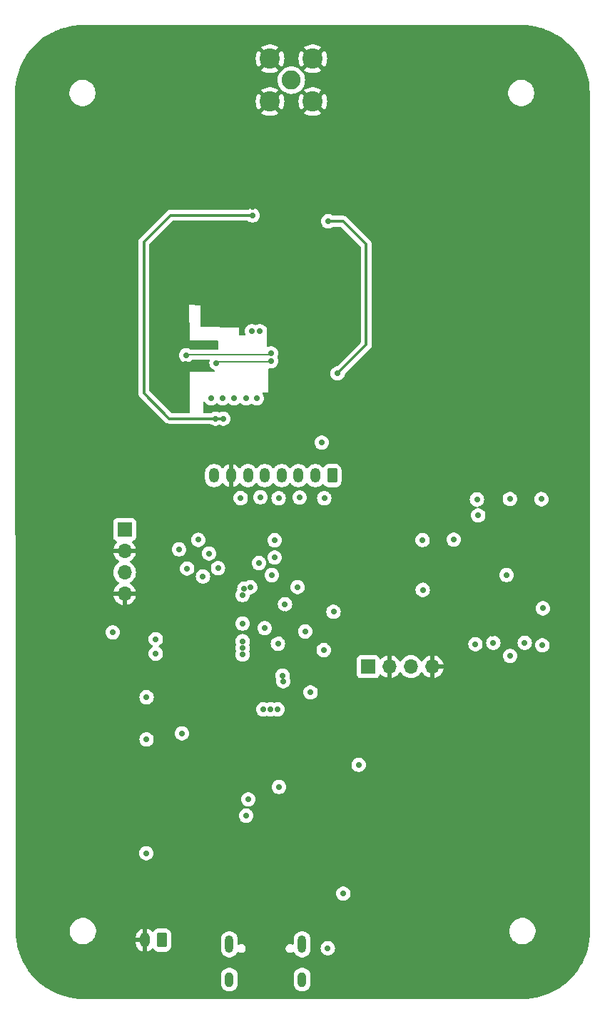
<source format=gbr>
%TF.GenerationSoftware,KiCad,Pcbnew,8.0.7*%
%TF.CreationDate,2025-03-17T15:39:20-04:00*%
%TF.ProjectId,RP2350_V2,52503233-3530-45f5-9632-2e6b69636164,2.0*%
%TF.SameCoordinates,Original*%
%TF.FileFunction,Copper,L2,Inr*%
%TF.FilePolarity,Positive*%
%FSLAX46Y46*%
G04 Gerber Fmt 4.6, Leading zero omitted, Abs format (unit mm)*
G04 Created by KiCad (PCBNEW 8.0.7) date 2025-03-17 15:39:20*
%MOMM*%
%LPD*%
G01*
G04 APERTURE LIST*
G04 Aperture macros list*
%AMRoundRect*
0 Rectangle with rounded corners*
0 $1 Rounding radius*
0 $2 $3 $4 $5 $6 $7 $8 $9 X,Y pos of 4 corners*
0 Add a 4 corners polygon primitive as box body*
4,1,4,$2,$3,$4,$5,$6,$7,$8,$9,$2,$3,0*
0 Add four circle primitives for the rounded corners*
1,1,$1+$1,$2,$3*
1,1,$1+$1,$4,$5*
1,1,$1+$1,$6,$7*
1,1,$1+$1,$8,$9*
0 Add four rect primitives between the rounded corners*
20,1,$1+$1,$2,$3,$4,$5,0*
20,1,$1+$1,$4,$5,$6,$7,0*
20,1,$1+$1,$6,$7,$8,$9,0*
20,1,$1+$1,$8,$9,$2,$3,0*%
G04 Aperture macros list end*
%TA.AperFunction,HeatsinkPad*%
%ADD10C,0.800000*%
%TD*%
%TA.AperFunction,ComponentPad*%
%ADD11C,2.250000*%
%TD*%
%TA.AperFunction,ComponentPad*%
%ADD12C,2.400000*%
%TD*%
%TA.AperFunction,ComponentPad*%
%ADD13O,1.000000X2.100000*%
%TD*%
%TA.AperFunction,ComponentPad*%
%ADD14O,1.000000X1.800000*%
%TD*%
%TA.AperFunction,ComponentPad*%
%ADD15R,1.700000X1.700000*%
%TD*%
%TA.AperFunction,ComponentPad*%
%ADD16O,1.700000X1.700000*%
%TD*%
%TA.AperFunction,ComponentPad*%
%ADD17RoundRect,0.250000X0.350000X0.625000X-0.350000X0.625000X-0.350000X-0.625000X0.350000X-0.625000X0*%
%TD*%
%TA.AperFunction,ComponentPad*%
%ADD18O,1.200000X1.750000*%
%TD*%
%TA.AperFunction,ViaPad*%
%ADD19C,0.700000*%
%TD*%
%TA.AperFunction,Conductor*%
%ADD20C,0.150000*%
%TD*%
%TA.AperFunction,Conductor*%
%ADD21C,0.300000*%
%TD*%
G04 APERTURE END LIST*
D10*
%TO.N,GND*%
%TO.C,*%
X146275000Y-73247500D03*
%TD*%
%TO.N,GND*%
%TO.C,*%
X145000000Y-73247500D03*
%TD*%
%TO.N,GND*%
%TO.C,*%
X145000000Y-71972500D03*
%TD*%
D11*
%TO.N,Net-(C63-Pad2)*%
%TO.C,J4*%
X144960000Y-39782441D03*
D12*
%TO.N,GND*%
X142420000Y-42322441D03*
X147500000Y-42322441D03*
X147500000Y-37242441D03*
X142420000Y-37242441D03*
%TD*%
D13*
%TO.N,unconnected-(J3-SHIELD-PadS1)_3*%
%TO.C,J3*%
X137587500Y-142317500D03*
D14*
%TO.N,unconnected-(J3-SHIELD-PadS1)_1*%
X137587500Y-146497500D03*
D13*
%TO.N,unconnected-(J3-SHIELD-PadS1)_2*%
X146227500Y-142317500D03*
D14*
%TO.N,unconnected-(J3-SHIELD-PadS1)*%
X146227500Y-146497500D03*
%TD*%
D15*
%TO.N,/SWCLK*%
%TO.C,J1*%
X125162500Y-93107500D03*
D16*
%TO.N,GND*%
X125162500Y-95647500D03*
%TO.N,/SWD*%
X125162500Y-98187500D03*
%TO.N,GND*%
X125162500Y-100727500D03*
%TD*%
D17*
%TO.N,/DISPLAY_BUSY*%
%TO.C,J5*%
X149800000Y-86700000D03*
D18*
%TO.N,/DISPLAY_RESET*%
X147800000Y-86700000D03*
%TO.N,/DISPLAY_DC*%
X145800000Y-86700000D03*
%TO.N,/SPI1_CS*%
X143800000Y-86700000D03*
%TO.N,/SPI1_CLK*%
X141800000Y-86700000D03*
%TO.N,/SPI1_TX*%
X139800000Y-86700000D03*
%TO.N,GND*%
X137800000Y-86700000D03*
%TO.N,+3V3*%
X135800000Y-86700000D03*
%TD*%
D17*
%TO.N,/VBAT*%
%TO.C,J6*%
X129580000Y-141810000D03*
D18*
%TO.N,GND*%
X127580000Y-141810000D03*
%TD*%
D15*
%TO.N,/UART_Tx_DEBUG*%
%TO.C,J7*%
X154067500Y-109372500D03*
D16*
%TO.N,GND*%
X156607500Y-109372500D03*
%TO.N,/UART_Rx_DEBUG*%
X159147500Y-109372500D03*
%TO.N,GND*%
X161687500Y-109372500D03*
%TD*%
D10*
%TO.N,GND*%
%TO.C,*%
X146275000Y-71972500D03*
%TD*%
%TO.N,GND*%
%TO.C,U1*%
X145400000Y-105577500D03*
X145400000Y-104377500D03*
X145400000Y-103177500D03*
X144200000Y-105577500D03*
X144200000Y-104377500D03*
X144150000Y-103177500D03*
X143000000Y-105577500D03*
X143000000Y-104377500D03*
X143000000Y-103177500D03*
%TD*%
D19*
%TO.N,GND*%
X148750000Y-66650000D03*
%TO.N,/DISPLAY_DC*%
X148540000Y-82790000D03*
%TO.N,/SPI1_TX*%
X138940000Y-89370000D03*
%TO.N,/SPI1_CS*%
X143445000Y-89385000D03*
%TO.N,/SPI1_CLK*%
X141280000Y-89270000D03*
%TO.N,/DISPLAY_RESET*%
X145930000Y-89300000D03*
%TO.N,/DISPLAY_BUSY*%
X148860000Y-89390000D03*
%TO.N,GND*%
X141800000Y-65622500D03*
X134850000Y-58397500D03*
X135150000Y-145730000D03*
X134700000Y-61347500D03*
X149480000Y-46442441D03*
X148080000Y-79240000D03*
X150225000Y-44199882D03*
X154600000Y-42842441D03*
X179270000Y-56884941D03*
X146800000Y-53922500D03*
X142110000Y-47270000D03*
X143240000Y-45012441D03*
X125980000Y-60514941D03*
X120175000Y-74689941D03*
X176940000Y-62660000D03*
X150080000Y-79220000D03*
X147770000Y-77560000D03*
X147025000Y-51622441D03*
X122710000Y-56492500D03*
X157500000Y-34234882D03*
X171120000Y-69264941D03*
X148290300Y-119664824D03*
X159950000Y-71379941D03*
X137500000Y-67322500D03*
X168450000Y-82250000D03*
X159200000Y-39842441D03*
X179270000Y-53014941D03*
X118200000Y-34849882D03*
X139740000Y-58052500D03*
X140530000Y-59322500D03*
X146550000Y-59397500D03*
X156200000Y-44592441D03*
X138090000Y-63682500D03*
X147850000Y-45032441D03*
X148337500Y-97547500D03*
X161325000Y-80139941D03*
X150225000Y-41199882D03*
X146720000Y-45012441D03*
X136662500Y-124022500D03*
X169920000Y-72224941D03*
X123080000Y-66970000D03*
X136000000Y-68522500D03*
X142525000Y-34467441D03*
X162650000Y-55680000D03*
X146750000Y-140170000D03*
X116612500Y-104597500D03*
X135910000Y-49740000D03*
X154080000Y-51822441D03*
X138940000Y-47500000D03*
X161060000Y-72654941D03*
X148520000Y-48982441D03*
X136125000Y-48740000D03*
X162250000Y-61775000D03*
X133940000Y-45292441D03*
X140970000Y-46420000D03*
X130230000Y-80860000D03*
X152677500Y-102825000D03*
X165487500Y-119512500D03*
X119560000Y-48582441D03*
X144735000Y-58009941D03*
X159000000Y-53280000D03*
X149525000Y-34467441D03*
X142150000Y-82720000D03*
X125275000Y-50072441D03*
X144820000Y-61934941D03*
X139320000Y-79800000D03*
X126140000Y-73494941D03*
X147650000Y-46062441D03*
X143730000Y-95420000D03*
X172850000Y-60600000D03*
X139500000Y-36242441D03*
X142200000Y-61922500D03*
X155922500Y-133282500D03*
X168767689Y-105426765D03*
X124560000Y-74464941D03*
X132600000Y-41042441D03*
X176490000Y-39184882D03*
X128150000Y-56064941D03*
X121880000Y-37794882D03*
X151800000Y-50190000D03*
X147525000Y-34467441D03*
X130740000Y-76450000D03*
X133000000Y-65822500D03*
X139500000Y-41242441D03*
X155305000Y-60722382D03*
X146625000Y-66372500D03*
X126190000Y-69214941D03*
X148650000Y-51722441D03*
X136460000Y-61962500D03*
X140877500Y-110447500D03*
X132000000Y-69822500D03*
X174500000Y-129500000D03*
X154100000Y-33800000D03*
X157880000Y-68360000D03*
X162975000Y-41092441D03*
X166000000Y-62800000D03*
X161500000Y-53397500D03*
X176610000Y-69150000D03*
X179160000Y-78424941D03*
X145750000Y-44880000D03*
X152275000Y-55675000D03*
X140670000Y-47730000D03*
X171030000Y-55350000D03*
X148370000Y-76225000D03*
X164880000Y-70734941D03*
X174482500Y-99822500D03*
X156785000Y-58379941D03*
X164710000Y-77924941D03*
X164250000Y-43924882D03*
X179180000Y-80500000D03*
X152400000Y-39042441D03*
X149100000Y-35524882D03*
X132000000Y-66822500D03*
X164710000Y-73714941D03*
X116200000Y-59414941D03*
X141187500Y-138072500D03*
X176480000Y-80340000D03*
X118870000Y-69222500D03*
X174380000Y-70404941D03*
X141920000Y-67962500D03*
X155365000Y-67002382D03*
X125940000Y-34164882D03*
X144760000Y-65884941D03*
X150225000Y-40199882D03*
X153375000Y-56825000D03*
X179270000Y-48502441D03*
X132200000Y-77040000D03*
X134000000Y-65822500D03*
X127000000Y-109500000D03*
X126590000Y-81150000D03*
X141957500Y-64125000D03*
X143820000Y-52020000D03*
X144820000Y-60934941D03*
X134200000Y-35442441D03*
X119400000Y-50880000D03*
X126000000Y-45242441D03*
X139500000Y-42242441D03*
X167540000Y-80300000D03*
X113410000Y-75444941D03*
X150225000Y-39199882D03*
X134600000Y-137810000D03*
X143790000Y-53070000D03*
X170000000Y-37607441D03*
X138760000Y-82760000D03*
X117360000Y-78102500D03*
X113220000Y-59124941D03*
X139630000Y-48710000D03*
X138630000Y-57214941D03*
X139500000Y-40242441D03*
X142725000Y-39899882D03*
X122190000Y-69982500D03*
X131200000Y-37442441D03*
X177250000Y-51655000D03*
X129860000Y-53810000D03*
X117725000Y-37149882D03*
X129250000Y-76724941D03*
X174510000Y-67304941D03*
X138310000Y-59342500D03*
X141687500Y-130437700D03*
X147467500Y-139357500D03*
X149350000Y-59644941D03*
X136325000Y-54522500D03*
X146550000Y-62397500D03*
X138840000Y-49700000D03*
X159140000Y-44010000D03*
X154400000Y-49990000D03*
X158425000Y-55897500D03*
X134725000Y-47665000D03*
X154400000Y-38042441D03*
X141610000Y-49640000D03*
X169725000Y-52705000D03*
X113330000Y-65434941D03*
X160480000Y-74454941D03*
X164145571Y-95843479D03*
X157025000Y-103375000D03*
X129200000Y-48790000D03*
X149390000Y-69760000D03*
X137200000Y-42442441D03*
X143430000Y-82710000D03*
X156885000Y-65779941D03*
X125180000Y-68084941D03*
X139500000Y-38242441D03*
X147680000Y-63344941D03*
X154020000Y-75984941D03*
X174220000Y-78094941D03*
X127260000Y-136610000D03*
X135000000Y-67562500D03*
X141882500Y-59125000D03*
X148870000Y-43824882D03*
X163070000Y-74680000D03*
X133187500Y-127217500D03*
X144820000Y-63934941D03*
X147470000Y-66960000D03*
X135070000Y-71082500D03*
X177450000Y-36594882D03*
X136787500Y-127797500D03*
X122820000Y-77492500D03*
X136350000Y-105340000D03*
X152400000Y-36642441D03*
X138080000Y-53494941D03*
X124208750Y-84940000D03*
X166480000Y-55390000D03*
X141512500Y-131897500D03*
X177150000Y-58530000D03*
X125770000Y-66414941D03*
X117987500Y-129512500D03*
X121970000Y-72070000D03*
X155380000Y-65370000D03*
X156830000Y-62930000D03*
X128640000Y-62644941D03*
X132160000Y-78660000D03*
X127870000Y-51060000D03*
X136775000Y-119285000D03*
X146550000Y-63397500D03*
X130980000Y-68944941D03*
X166820000Y-60244941D03*
X144525000Y-34467441D03*
X163520000Y-46540000D03*
X152180000Y-66150000D03*
X163585000Y-82395000D03*
X161840000Y-38104882D03*
X154900000Y-79244941D03*
X136625000Y-44942441D03*
X150820000Y-69930000D03*
X178960000Y-75304941D03*
X128920000Y-82155000D03*
X122940000Y-74492500D03*
X164510000Y-57980000D03*
X140887500Y-109387500D03*
X141800000Y-60792500D03*
X135950000Y-71090000D03*
X139500000Y-39242441D03*
X130687500Y-119107500D03*
X147800000Y-57522500D03*
X145840000Y-51190000D03*
X144625000Y-75947500D03*
X145525000Y-34467441D03*
X140825000Y-40474882D03*
X139980000Y-45132441D03*
X131930000Y-57732500D03*
X159475000Y-47015000D03*
X156510000Y-146660000D03*
X124320000Y-80000000D03*
X171440000Y-80300000D03*
X143920000Y-49970000D03*
X132440000Y-74240000D03*
X143110000Y-79720000D03*
X122250000Y-47872441D03*
X132250000Y-75580000D03*
X141525000Y-34467441D03*
X132675000Y-52947500D03*
X134400000Y-43042441D03*
X155317500Y-114442500D03*
X174810000Y-56650000D03*
X148025000Y-53514941D03*
X140180000Y-60882500D03*
X176360000Y-73794941D03*
X148700000Y-64394941D03*
X132460000Y-54722500D03*
X159480000Y-68944941D03*
X135000000Y-68472500D03*
X147350000Y-39699882D03*
X159010000Y-72934941D03*
X148000000Y-58722500D03*
X137200000Y-34642441D03*
X168840000Y-75444941D03*
X133950000Y-59997500D03*
X126030000Y-75274941D03*
X144480000Y-79720000D03*
X146550000Y-57347500D03*
X142930000Y-46230000D03*
X165102500Y-90622500D03*
X167075000Y-40824882D03*
X144875000Y-91985000D03*
X152170000Y-61590000D03*
X138290000Y-61062500D03*
X141200000Y-62822500D03*
X160090000Y-62734941D03*
X128000000Y-38842441D03*
X130680000Y-75000000D03*
X118400000Y-65589941D03*
X128530000Y-60794941D03*
X151430000Y-51982441D03*
X167420000Y-52324941D03*
X125420000Y-63594941D03*
X134800000Y-38842441D03*
X122800000Y-51480000D03*
X174500000Y-119500000D03*
X118625000Y-61314941D03*
X152220000Y-59154941D03*
X127000000Y-129500000D03*
X133197500Y-125127500D03*
X156315000Y-68912382D03*
X139850000Y-53570000D03*
X144930000Y-58994941D03*
X144000000Y-47090000D03*
X160950000Y-78164941D03*
X113450000Y-54914941D03*
X156400000Y-48440000D03*
X146000000Y-53300000D03*
X172720000Y-52382441D03*
X147800000Y-59922500D03*
X128620000Y-68124941D03*
X168230000Y-43814882D03*
X144000000Y-48990000D03*
X134725000Y-54322500D03*
X150225000Y-38199882D03*
X163145000Y-49882441D03*
X115600000Y-79464941D03*
X133650000Y-64164941D03*
X150425000Y-34449882D03*
X116160000Y-67784941D03*
X155000000Y-52522500D03*
X115500000Y-41434882D03*
X150070000Y-81064941D03*
X150400000Y-49390000D03*
X168902500Y-90647500D03*
X179200000Y-65140000D03*
X179080000Y-40004882D03*
X152960000Y-53540000D03*
X156385000Y-67579941D03*
X136560000Y-65582500D03*
X150225000Y-37199882D03*
X115340000Y-62374941D03*
X154200000Y-54322500D03*
X156670000Y-52142441D03*
X137200000Y-40042441D03*
X146525000Y-34467441D03*
X113370000Y-71034941D03*
X175500000Y-60530000D03*
X149300000Y-55022500D03*
X156585000Y-61579941D03*
X152640000Y-79250000D03*
X132040000Y-64114941D03*
X128550000Y-66154941D03*
X139500000Y-44242441D03*
X152310000Y-67490000D03*
X139500000Y-35317441D03*
X160850000Y-65874941D03*
X124150000Y-59812500D03*
X137950000Y-48672441D03*
X155000000Y-77474941D03*
X132000000Y-70822500D03*
X161425000Y-67775000D03*
X135800000Y-59747500D03*
X128720000Y-109550000D03*
X129650000Y-68914941D03*
X158630000Y-66984941D03*
X149737500Y-91797499D03*
X145850000Y-44024882D03*
X148060000Y-80960000D03*
X126530000Y-77884941D03*
X125000000Y-42932441D03*
X145737500Y-140177500D03*
X146550000Y-64397500D03*
X174240000Y-34624882D03*
X129640000Y-71434941D03*
X146812500Y-114347500D03*
X142180000Y-45072441D03*
X144607500Y-94992500D03*
X124270000Y-82080000D03*
X115400000Y-73889941D03*
X145720000Y-45790000D03*
X125800000Y-71974941D03*
X137200000Y-38042441D03*
X174450000Y-109550000D03*
X172480000Y-73464941D03*
X147560000Y-64904941D03*
X144780000Y-64924941D03*
X152170000Y-64450000D03*
X166830000Y-84320000D03*
X141070000Y-45112441D03*
X172910000Y-82320000D03*
X150050000Y-76230000D03*
X139880000Y-82740000D03*
X144820000Y-62934941D03*
X130020000Y-58314941D03*
X132000000Y-65822500D03*
X133820000Y-56982500D03*
X146722500Y-46917500D03*
X179320000Y-82280000D03*
X152610000Y-77700000D03*
X167920000Y-58824941D03*
X149612500Y-110172500D03*
X170840000Y-34664882D03*
X125070000Y-70864941D03*
X137000000Y-68522500D03*
X132480000Y-34234882D03*
X125760000Y-57664941D03*
X155250000Y-62375000D03*
X152510000Y-68640000D03*
X129620000Y-73540000D03*
X141700000Y-67022500D03*
X142030000Y-68732500D03*
X128657500Y-120587500D03*
X146550000Y-58397500D03*
X151880000Y-52880000D03*
X152510000Y-80904941D03*
X124680000Y-64944941D03*
X120570000Y-78444941D03*
X118420000Y-57092500D03*
X154575000Y-57950000D03*
X139120000Y-52830000D03*
X137200000Y-36242441D03*
X146000000Y-52210000D03*
X133107500Y-135972500D03*
X174170000Y-36714882D03*
X139650000Y-62482500D03*
X162120000Y-44174882D03*
X158200000Y-57625000D03*
X135340000Y-52610000D03*
X121410000Y-59204941D03*
X144100000Y-43999882D03*
X179230000Y-68294941D03*
X116350000Y-53014941D03*
X135900000Y-63922500D03*
X136350000Y-56754941D03*
X149740000Y-52570000D03*
X141950000Y-53520000D03*
X132000000Y-68822500D03*
X150050000Y-45112441D03*
X140600000Y-64632500D03*
X139225000Y-109435000D03*
X158400000Y-38042441D03*
X144820000Y-59934941D03*
X155740000Y-54660000D03*
X150010000Y-77880000D03*
X150117500Y-95767500D03*
X156440000Y-56602500D03*
X155200000Y-63925000D03*
X147770000Y-69680000D03*
X179560000Y-61240000D03*
X139500000Y-37242441D03*
X149000000Y-45072441D03*
X131780000Y-60752500D03*
X115555000Y-84940000D03*
X128750000Y-70154941D03*
X147290000Y-48492441D03*
X122525000Y-35424882D03*
X141550000Y-48460000D03*
X147650000Y-61414941D03*
X131200000Y-44842441D03*
X132382500Y-73420000D03*
X165437500Y-109562500D03*
X176400000Y-53889941D03*
X165970000Y-65390000D03*
X129880000Y-59884941D03*
X140525000Y-34467441D03*
X141080000Y-52830000D03*
X142000000Y-79790000D03*
X134750000Y-51240000D03*
X128530000Y-64254941D03*
X179280000Y-43364882D03*
X163060000Y-68834941D03*
X176860000Y-82300000D03*
X115425000Y-35924882D03*
X136975000Y-58572500D03*
X146000000Y-47990000D03*
X136720000Y-53050000D03*
X158570000Y-60814941D03*
X155000000Y-35642441D03*
X144060000Y-51050000D03*
X145562500Y-119672500D03*
X159440000Y-58554941D03*
X140610000Y-79810000D03*
X146825000Y-49890000D03*
X173740000Y-45164882D03*
X152430000Y-142580000D03*
X128750000Y-74824941D03*
X126600000Y-52322500D03*
X173140000Y-77434941D03*
X154600000Y-55922500D03*
X142810246Y-138747499D03*
X113700000Y-52072441D03*
X150350000Y-68940000D03*
X160550000Y-82490000D03*
X146550000Y-60397500D03*
X159960000Y-57130000D03*
X116420000Y-82080000D03*
X167480000Y-34274882D03*
X164510000Y-55720000D03*
X165675000Y-53922500D03*
X151530000Y-76340000D03*
X142630000Y-74392500D03*
X161800000Y-64075000D03*
X118710000Y-80560000D03*
X140367500Y-54822500D03*
X157000000Y-54522500D03*
X152400000Y-41042441D03*
X143525000Y-34467441D03*
X157875000Y-42192441D03*
X139510000Y-46222441D03*
X140030000Y-66242500D03*
X117530000Y-75040000D03*
X134440280Y-104600280D03*
X160380000Y-60264941D03*
X139500000Y-43242441D03*
X155325000Y-59325000D03*
X152420000Y-69910000D03*
X150890000Y-58454941D03*
X117630000Y-45184882D03*
X146550000Y-61397500D03*
X128640000Y-72544941D03*
X127800000Y-35242441D03*
X175460000Y-64554941D03*
X116200000Y-39024882D03*
X158210000Y-70004941D03*
X148670000Y-65470000D03*
X150225000Y-35299882D03*
X131290000Y-59174941D03*
X148580000Y-62344941D03*
X152140000Y-63010000D03*
X167770000Y-68754941D03*
X167345000Y-49832441D03*
X147160000Y-52760000D03*
X157360000Y-71224941D03*
X155335000Y-68252382D03*
X176250000Y-76460000D03*
X177500000Y-46822441D03*
X172702500Y-90647500D03*
X127800000Y-79504941D03*
X144720000Y-82690000D03*
X149550000Y-47872441D03*
X144300000Y-45032441D03*
X150520000Y-59664941D03*
X149100000Y-39899882D03*
X167610000Y-71974941D03*
X161125000Y-76314941D03*
X170290000Y-65470000D03*
X140750000Y-35649882D03*
X137310000Y-140250000D03*
X130200000Y-51480000D03*
X146000000Y-48990000D03*
X115400000Y-49280000D03*
X124600000Y-38732441D03*
X122675000Y-53314941D03*
X138000000Y-68522500D03*
X150225000Y-42199882D03*
X132000000Y-67822500D03*
X170750000Y-47522441D03*
X158150000Y-62434941D03*
X163510000Y-53324941D03*
X138940000Y-64792500D03*
X139525000Y-34492441D03*
X147360000Y-67840000D03*
X149920000Y-50752441D03*
X165487500Y-129512500D03*
X160000000Y-35442441D03*
X141010000Y-82760000D03*
X121960000Y-63352500D03*
X128400000Y-42842441D03*
X146550000Y-65397500D03*
X143120000Y-53870000D03*
X141220001Y-95829949D03*
X125370000Y-55200000D03*
X137157500Y-117557500D03*
X119070000Y-71824941D03*
X136090000Y-132487700D03*
X120800000Y-34394882D03*
X133275000Y-62597500D03*
X124860000Y-62422500D03*
X113635000Y-82010000D03*
X152400000Y-43042441D03*
X144220000Y-46002441D03*
X169090000Y-78584941D03*
X172930000Y-53800000D03*
X148700000Y-61084941D03*
X113410000Y-78694941D03*
X113750000Y-38399882D03*
X119400000Y-52722500D03*
X161290000Y-59200000D03*
X152800000Y-74950000D03*
X113680000Y-43244882D03*
X169060000Y-56980000D03*
X145025000Y-37499882D03*
X144000000Y-47990000D03*
X155300000Y-69614941D03*
X138261814Y-140223186D03*
X130610000Y-77890000D03*
X136980000Y-46780000D03*
X154820000Y-80984941D03*
X143210000Y-57524941D03*
X121880000Y-80510000D03*
X120485000Y-82280000D03*
X152200000Y-48590000D03*
X172497689Y-105366765D03*
X149800000Y-57844941D03*
X144950000Y-35749882D03*
X147120000Y-68760000D03*
X150225000Y-43199882D03*
X133180000Y-49700000D03*
X164600000Y-37442441D03*
X157575000Y-49990000D03*
X143100000Y-55422500D03*
X120910000Y-65874941D03*
X156880000Y-60080000D03*
X132110000Y-62694941D03*
X138300000Y-66532500D03*
X134990000Y-66652500D03*
X166925000Y-45267441D03*
X155400000Y-40842441D03*
X131510000Y-81760000D03*
X136162500Y-106962500D03*
X124490000Y-77404941D03*
X150225000Y-36199882D03*
X156585000Y-64379941D03*
X133207500Y-126147500D03*
X140240000Y-49660000D03*
X152400000Y-45242441D03*
X167210000Y-78420000D03*
X166250000Y-75934941D03*
X142870000Y-49680000D03*
X143100000Y-56222500D03*
X137270000Y-49720000D03*
X117987500Y-109512500D03*
X117987500Y-119512500D03*
X158630000Y-64444941D03*
X140910000Y-43674882D03*
X152210000Y-60370000D03*
X175830000Y-84250000D03*
X164872689Y-105441765D03*
X178960000Y-71544941D03*
X142470000Y-70932500D03*
X165410000Y-80330000D03*
X148525000Y-34467441D03*
X135000000Y-65822500D03*
X127000000Y-119500000D03*
X136200000Y-67122500D03*
X161220000Y-70004941D03*
X139300000Y-67722500D03*
X163840000Y-34394882D03*
X150610000Y-55140000D03*
X144550000Y-97000000D03*
X154200000Y-47590000D03*
X134750000Y-49960000D03*
X113530000Y-47762441D03*
%TO.N,+3V3*%
X148787500Y-107404700D03*
X139177500Y-106347500D03*
X136860000Y-79944941D03*
X147237500Y-112422500D03*
X172647689Y-106541765D03*
X140350000Y-55822500D03*
X135430000Y-77530000D03*
X174642500Y-89492500D03*
X143312500Y-114437500D03*
X139177500Y-104260000D03*
X168917689Y-106536765D03*
X170882500Y-89482500D03*
X139177500Y-107157500D03*
X138170000Y-77520000D03*
X143487500Y-123647500D03*
X141225000Y-69572500D03*
X166797689Y-106691765D03*
X139570000Y-77520000D03*
X166977500Y-89522500D03*
X140830000Y-77530000D03*
X152937500Y-121022500D03*
X141612500Y-114437500D03*
X139177500Y-100870000D03*
X149962500Y-102867500D03*
X142487500Y-114437500D03*
X140250000Y-69572500D03*
X135920000Y-79944941D03*
X140070000Y-99927500D03*
X136820000Y-77530000D03*
X174802500Y-102447500D03*
X145700000Y-99927500D03*
X139177500Y-107947500D03*
X139373750Y-100113750D03*
%TO.N,+1V1*%
X143919822Y-110415178D03*
X141787500Y-104797500D03*
X146587500Y-105197500D03*
X144199700Y-101947500D03*
X143987500Y-111097500D03*
X143362500Y-106647500D03*
%TO.N,/VBAT*%
X149280000Y-142780000D03*
%TO.N,/SWD*%
X142969999Y-96427767D03*
%TO.N,/SWCLK*%
X142970000Y-94370000D03*
%TO.N,/DISPLAY_RESET*%
X135190000Y-95940000D03*
%TO.N,/DISPLAY_DC*%
X131620000Y-95450000D03*
%TO.N,/DISPLAY_BUSY*%
X136252500Y-97680000D03*
%TO.N,/SPI1_TX*%
X132590000Y-97720000D03*
%TO.N,/SPI1_CS*%
X134460000Y-98670000D03*
%TO.N,/SPI1_CLK*%
X133920000Y-94320000D03*
%TO.N,/RUN*%
X128862500Y-107825000D03*
X128862500Y-106100000D03*
X142632736Y-98510000D03*
%TO.N,/~{USB_BOOT}*%
X160525000Y-94350000D03*
X160550000Y-100250000D03*
%TO.N,Net-(R20-Pad2)*%
X127770000Y-113000000D03*
X167135000Y-91430000D03*
%TO.N,Net-(R23-Pad2)*%
X170900000Y-108090000D03*
X127767500Y-118000000D03*
%TO.N,Net-(R24-Pad2)*%
X127742500Y-131500000D03*
X174747689Y-106841765D03*
%TO.N,/BTN_MACRO_C*%
X170480000Y-98500000D03*
X164210000Y-94312500D03*
%TO.N,/Converter_In*%
X139587500Y-127047500D03*
X139862500Y-125122500D03*
%TO.N,/UVLO_RST*%
X131962500Y-117282500D03*
X151127500Y-136307500D03*
%TO.N,/STATUS_LED*%
X123762500Y-105297500D03*
X141110000Y-97080000D03*
%TO.N,/SX1262/DIO2*%
X150450000Y-74588500D03*
X149325000Y-56522500D03*
%TO.N,/SX1262/XTB*%
X142547686Y-73105574D03*
X136070000Y-73326434D03*
%TO.N,/SX1262/XTA*%
X132490000Y-72422500D03*
X142550566Y-72205576D03*
%TD*%
D20*
%TO.N,GND*%
X132565000Y-73789941D02*
X132490000Y-73864941D01*
D21*
%TO.N,+3V3*%
X130572441Y-55822500D02*
X140350000Y-55822500D01*
X127440000Y-76924941D02*
X127440000Y-58954941D01*
X135920000Y-79944941D02*
X136860000Y-79944941D01*
X135920000Y-79944941D02*
X130460000Y-79944941D01*
X130460000Y-79944941D02*
X127440000Y-76924941D01*
X127440000Y-58954941D02*
X130572441Y-55822500D01*
%TO.N,/SX1262/DIO2*%
X151097559Y-56522500D02*
X149325000Y-56522500D01*
X153840000Y-59264941D02*
X151097559Y-56522500D01*
X150450000Y-74588500D02*
X153840000Y-71198500D01*
X153840000Y-71198500D02*
X153840000Y-59264941D01*
D20*
%TO.N,/SX1262/XTB*%
X136070000Y-73326434D02*
X136201493Y-73194941D01*
X136201493Y-73194941D02*
X142458319Y-73194941D01*
X142458319Y-73194941D02*
X142547686Y-73105574D01*
%TO.N,/SX1262/XTA*%
X132490000Y-72422500D02*
X132577559Y-72334941D01*
X132577559Y-72334941D02*
X142421201Y-72334941D01*
X142421201Y-72334941D02*
X142550566Y-72205576D01*
%TD*%
%TA.AperFunction,Conductor*%
%TO.N,GND*%
G36*
X172298963Y-33236096D02*
G01*
X172842931Y-33254681D01*
X172851359Y-33255258D01*
X173390675Y-33310705D01*
X173399060Y-33311857D01*
X173933349Y-33403980D01*
X173941593Y-33405694D01*
X174468358Y-33534065D01*
X174476472Y-33536338D01*
X174941557Y-33683951D01*
X174993249Y-33700358D01*
X175001203Y-33703184D01*
X175505605Y-33902096D01*
X175513313Y-33905444D01*
X176002938Y-34138301D01*
X176010430Y-34142182D01*
X176456480Y-34392983D01*
X176483016Y-34407904D01*
X176490250Y-34412303D01*
X176943598Y-34709653D01*
X176950507Y-34714530D01*
X177382484Y-35042108D01*
X177389052Y-35047451D01*
X177797687Y-35403760D01*
X177803875Y-35409540D01*
X178187220Y-35792883D01*
X178192999Y-35799070D01*
X178549321Y-36207713D01*
X178554631Y-36214239D01*
X178882220Y-36646225D01*
X178882236Y-36646246D01*
X178887118Y-36653163D01*
X179025080Y-36863499D01*
X179184474Y-37106512D01*
X179188855Y-37113716D01*
X179454578Y-37586293D01*
X179458470Y-37593805D01*
X179533902Y-37752411D01*
X179691324Y-38083417D01*
X179694697Y-38091183D01*
X179893587Y-38595518D01*
X179896423Y-38603496D01*
X180060439Y-39120252D01*
X180062723Y-39128405D01*
X180191088Y-39655127D01*
X180192811Y-39663417D01*
X180284934Y-40197682D01*
X180286087Y-40206070D01*
X180341536Y-40745373D01*
X180342114Y-40753820D01*
X180360644Y-41296044D01*
X180360716Y-41300279D01*
X180360716Y-41356967D01*
X180360752Y-41357422D01*
X180423535Y-140734059D01*
X180423463Y-140738371D01*
X180404881Y-141282289D01*
X180404303Y-141290736D01*
X180348860Y-141830036D01*
X180347707Y-141838424D01*
X180255589Y-142372688D01*
X180253866Y-142380978D01*
X180125506Y-142907699D01*
X180123222Y-142915852D01*
X179959210Y-143432607D01*
X179956374Y-143440585D01*
X179757488Y-143944918D01*
X179754115Y-143952684D01*
X179521273Y-144442278D01*
X179517378Y-144449796D01*
X179251657Y-144922377D01*
X179247257Y-144929611D01*
X178949930Y-145382920D01*
X178945048Y-145389838D01*
X178617445Y-145821844D01*
X178612101Y-145828411D01*
X178255819Y-146237011D01*
X178250040Y-146243200D01*
X177866675Y-146626562D01*
X177860487Y-146632341D01*
X177451861Y-146988642D01*
X177445293Y-146993985D01*
X177013317Y-147321562D01*
X177006400Y-147326445D01*
X176553057Y-147623791D01*
X176545822Y-147628190D01*
X176073262Y-147893895D01*
X176065745Y-147897790D01*
X175576156Y-148130627D01*
X175568390Y-148134001D01*
X175064026Y-148332895D01*
X175056048Y-148335730D01*
X174539310Y-148499734D01*
X174531156Y-148502018D01*
X174004438Y-148630374D01*
X173996149Y-148632097D01*
X173461879Y-148724213D01*
X173453490Y-148725366D01*
X172914191Y-148780806D01*
X172905744Y-148781384D01*
X172668259Y-148789496D01*
X172360421Y-148800011D01*
X172356228Y-148800083D01*
X120291803Y-148800083D01*
X120287570Y-148800011D01*
X119743609Y-148781430D01*
X119735161Y-148780852D01*
X119195858Y-148725411D01*
X119187471Y-148724258D01*
X118653208Y-148632144D01*
X118644918Y-148630421D01*
X118118193Y-148502063D01*
X118110039Y-148499779D01*
X117593294Y-148335772D01*
X117585316Y-148332937D01*
X117080954Y-148134044D01*
X117073188Y-148130670D01*
X116583597Y-147897832D01*
X116576080Y-147893937D01*
X116103520Y-147628231D01*
X116096285Y-147623832D01*
X115642939Y-147326483D01*
X115636022Y-147321600D01*
X115206710Y-146996043D01*
X136586999Y-146996043D01*
X136625447Y-147189329D01*
X136625450Y-147189339D01*
X136700864Y-147371407D01*
X136700871Y-147371420D01*
X136810360Y-147535281D01*
X136810363Y-147535285D01*
X136949714Y-147674636D01*
X136949718Y-147674639D01*
X137113579Y-147784128D01*
X137113592Y-147784135D01*
X137295660Y-147859549D01*
X137295665Y-147859551D01*
X137295669Y-147859551D01*
X137295670Y-147859552D01*
X137488956Y-147898000D01*
X137488959Y-147898000D01*
X137686043Y-147898000D01*
X137816082Y-147872132D01*
X137879335Y-147859551D01*
X138061414Y-147784132D01*
X138225282Y-147674639D01*
X138364639Y-147535282D01*
X138474132Y-147371414D01*
X138549551Y-147189335D01*
X138588000Y-146996043D01*
X145226999Y-146996043D01*
X145265447Y-147189329D01*
X145265450Y-147189339D01*
X145340864Y-147371407D01*
X145340871Y-147371420D01*
X145450360Y-147535281D01*
X145450363Y-147535285D01*
X145589714Y-147674636D01*
X145589718Y-147674639D01*
X145753579Y-147784128D01*
X145753592Y-147784135D01*
X145935660Y-147859549D01*
X145935665Y-147859551D01*
X145935669Y-147859551D01*
X145935670Y-147859552D01*
X146128956Y-147898000D01*
X146128959Y-147898000D01*
X146326043Y-147898000D01*
X146456082Y-147872132D01*
X146519335Y-147859551D01*
X146701414Y-147784132D01*
X146865282Y-147674639D01*
X147004639Y-147535282D01*
X147114132Y-147371414D01*
X147189551Y-147189335D01*
X147228000Y-146996041D01*
X147228000Y-145998959D01*
X147228000Y-145998956D01*
X147189552Y-145805670D01*
X147189551Y-145805669D01*
X147189551Y-145805665D01*
X147181405Y-145785998D01*
X147114135Y-145623592D01*
X147114128Y-145623579D01*
X147004639Y-145459718D01*
X147004636Y-145459714D01*
X146865285Y-145320363D01*
X146865281Y-145320360D01*
X146701420Y-145210871D01*
X146701407Y-145210864D01*
X146519339Y-145135450D01*
X146519329Y-145135447D01*
X146326043Y-145097000D01*
X146326041Y-145097000D01*
X146128959Y-145097000D01*
X146128957Y-145097000D01*
X145935670Y-145135447D01*
X145935660Y-145135450D01*
X145753592Y-145210864D01*
X145753579Y-145210871D01*
X145589718Y-145320360D01*
X145589714Y-145320363D01*
X145450363Y-145459714D01*
X145450360Y-145459718D01*
X145340871Y-145623579D01*
X145340864Y-145623592D01*
X145265450Y-145805660D01*
X145265447Y-145805670D01*
X145227000Y-145998956D01*
X145227000Y-145998959D01*
X145227000Y-146996041D01*
X145227000Y-146996043D01*
X145226999Y-146996043D01*
X138588000Y-146996043D01*
X138588000Y-146996041D01*
X138588000Y-145998959D01*
X138588000Y-145998956D01*
X138549552Y-145805670D01*
X138549551Y-145805669D01*
X138549551Y-145805665D01*
X138541405Y-145785998D01*
X138474135Y-145623592D01*
X138474128Y-145623579D01*
X138364639Y-145459718D01*
X138364636Y-145459714D01*
X138225285Y-145320363D01*
X138225281Y-145320360D01*
X138061420Y-145210871D01*
X138061407Y-145210864D01*
X137879339Y-145135450D01*
X137879329Y-145135447D01*
X137686043Y-145097000D01*
X137686041Y-145097000D01*
X137488959Y-145097000D01*
X137488957Y-145097000D01*
X137295670Y-145135447D01*
X137295660Y-145135450D01*
X137113592Y-145210864D01*
X137113579Y-145210871D01*
X136949718Y-145320360D01*
X136949714Y-145320363D01*
X136810363Y-145459714D01*
X136810360Y-145459718D01*
X136700871Y-145623579D01*
X136700864Y-145623592D01*
X136625450Y-145805660D01*
X136625447Y-145805670D01*
X136587000Y-145998956D01*
X136587000Y-145998959D01*
X136587000Y-146996041D01*
X136587000Y-146996043D01*
X136586999Y-146996043D01*
X115206710Y-146996043D01*
X115204036Y-146994015D01*
X115197468Y-146988671D01*
X114788852Y-146632376D01*
X114782664Y-146626597D01*
X114399304Y-146243238D01*
X114393525Y-146237050D01*
X114392677Y-146236078D01*
X114037231Y-145828434D01*
X114031887Y-145821866D01*
X113704301Y-145389880D01*
X113699418Y-145382963D01*
X113658357Y-145320361D01*
X113402065Y-144929611D01*
X113397670Y-144922382D01*
X113131964Y-144449822D01*
X113128069Y-144442305D01*
X112895230Y-143952714D01*
X112891856Y-143944948D01*
X112891844Y-143944918D01*
X112718477Y-143505285D01*
X112692963Y-143440586D01*
X112690128Y-143432608D01*
X112633073Y-143252841D01*
X112526115Y-142915845D01*
X112523840Y-142907723D01*
X112407953Y-142432170D01*
X112395480Y-142380987D01*
X112393757Y-142372698D01*
X112392906Y-142367762D01*
X112301637Y-141838411D01*
X112300489Y-141830061D01*
X112245045Y-141290726D01*
X112244470Y-141282308D01*
X112225893Y-140738456D01*
X112225821Y-140734223D01*
X112225821Y-140678945D01*
X112225783Y-140678489D01*
X112225740Y-140611173D01*
X118677000Y-140611173D01*
X118677000Y-140855227D01*
X118678654Y-140865668D01*
X118715168Y-141096212D01*
X118715179Y-141096276D01*
X118790596Y-141328385D01*
X118901363Y-141545779D01*
X118901396Y-141545842D01*
X119044839Y-141743276D01*
X119044843Y-141743281D01*
X119217418Y-141915856D01*
X119217423Y-141915860D01*
X119387445Y-142039387D01*
X119414861Y-142059306D01*
X119632315Y-142170104D01*
X119864424Y-142245521D01*
X120105473Y-142283700D01*
X120105474Y-142283700D01*
X120349526Y-142283700D01*
X120349527Y-142283700D01*
X120590576Y-142245521D01*
X120822685Y-142170104D01*
X121040139Y-142059306D01*
X121237583Y-141915855D01*
X121410155Y-141743283D01*
X121553606Y-141545839D01*
X121603239Y-141448428D01*
X126480000Y-141448428D01*
X126480000Y-141560000D01*
X127299670Y-141560000D01*
X127279925Y-141579745D01*
X127230556Y-141665255D01*
X127205000Y-141760630D01*
X127205000Y-141859370D01*
X127230556Y-141954745D01*
X127279925Y-142040255D01*
X127299670Y-142060000D01*
X126480000Y-142060000D01*
X126480000Y-142171571D01*
X126507085Y-142342584D01*
X126560591Y-142507257D01*
X126639195Y-142661524D01*
X126740967Y-142801602D01*
X126863397Y-142924032D01*
X127003475Y-143025804D01*
X127157744Y-143104408D01*
X127322415Y-143157914D01*
X127322414Y-143157914D01*
X127329999Y-143159115D01*
X127330000Y-143159114D01*
X127330000Y-142090330D01*
X127349745Y-142110075D01*
X127435255Y-142159444D01*
X127530630Y-142185000D01*
X127629370Y-142185000D01*
X127724745Y-142159444D01*
X127810255Y-142110075D01*
X127830000Y-142090330D01*
X127830000Y-143159115D01*
X127837584Y-143157914D01*
X128002255Y-143104408D01*
X128156524Y-143025804D01*
X128296598Y-142924035D01*
X128404199Y-142816434D01*
X128465522Y-142782949D01*
X128535214Y-142787933D01*
X128591148Y-142829804D01*
X128597418Y-142839016D01*
X128637288Y-142903656D01*
X128761344Y-143027712D01*
X128910666Y-143119814D01*
X129077203Y-143174999D01*
X129179991Y-143185500D01*
X129980008Y-143185499D01*
X129980016Y-143185498D01*
X129980019Y-143185498D01*
X130036302Y-143179748D01*
X130082797Y-143174999D01*
X130249334Y-143119814D01*
X130398656Y-143027712D01*
X130460325Y-142966043D01*
X136586999Y-142966043D01*
X136625447Y-143159329D01*
X136625450Y-143159339D01*
X136700864Y-143341407D01*
X136700871Y-143341420D01*
X136810360Y-143505281D01*
X136810363Y-143505285D01*
X136949714Y-143644636D01*
X136949718Y-143644639D01*
X137113579Y-143754128D01*
X137113592Y-143754135D01*
X137295660Y-143829549D01*
X137295665Y-143829551D01*
X137295669Y-143829551D01*
X137295670Y-143829552D01*
X137488956Y-143868000D01*
X137488959Y-143868000D01*
X137686043Y-143868000D01*
X137816082Y-143842132D01*
X137879335Y-143829551D01*
X138061414Y-143754132D01*
X138225282Y-143644639D01*
X138364639Y-143505282D01*
X138474132Y-143341414D01*
X138498044Y-143283682D01*
X138541884Y-143229282D01*
X138608178Y-143207216D01*
X138675877Y-143224495D01*
X138687834Y-143233783D01*
X138688390Y-143233059D01*
X138694833Y-143238003D01*
X138694835Y-143238005D01*
X138814664Y-143307188D01*
X138948317Y-143343000D01*
X138948319Y-143343000D01*
X139086681Y-143343000D01*
X139086683Y-143343000D01*
X139220336Y-143307188D01*
X139340165Y-143238005D01*
X139438005Y-143140165D01*
X139507188Y-143020336D01*
X139543000Y-142886683D01*
X139543000Y-142748317D01*
X144272000Y-142748317D01*
X144272000Y-142886683D01*
X144293265Y-142966043D01*
X144307812Y-143020335D01*
X144307813Y-143020338D01*
X144376992Y-143140161D01*
X144376994Y-143140164D01*
X144376995Y-143140165D01*
X144474835Y-143238005D01*
X144594664Y-143307188D01*
X144728317Y-143343000D01*
X144728319Y-143343000D01*
X144866681Y-143343000D01*
X144866683Y-143343000D01*
X145000336Y-143307188D01*
X145120165Y-143238005D01*
X145120169Y-143238000D01*
X145126610Y-143233059D01*
X145128738Y-143235833D01*
X145175831Y-143210016D01*
X145245531Y-143214882D01*
X145301535Y-143256659D01*
X145316955Y-143283684D01*
X145340866Y-143341410D01*
X145340871Y-143341420D01*
X145450360Y-143505281D01*
X145450363Y-143505285D01*
X145589714Y-143644636D01*
X145589718Y-143644639D01*
X145753579Y-143754128D01*
X145753592Y-143754135D01*
X145935660Y-143829549D01*
X145935665Y-143829551D01*
X145935669Y-143829551D01*
X145935670Y-143829552D01*
X146128956Y-143868000D01*
X146128959Y-143868000D01*
X146326043Y-143868000D01*
X146456082Y-143842132D01*
X146519335Y-143829551D01*
X146701414Y-143754132D01*
X146865282Y-143644639D01*
X147004639Y-143505282D01*
X147114132Y-143341414D01*
X147189551Y-143159335D01*
X147228000Y-142966041D01*
X147228000Y-142780000D01*
X148424815Y-142780000D01*
X148443503Y-142957805D01*
X148443504Y-142957807D01*
X148498747Y-143127829D01*
X148498750Y-143127835D01*
X148588141Y-143282665D01*
X148610220Y-143307186D01*
X148707764Y-143415521D01*
X148707767Y-143415523D01*
X148707770Y-143415526D01*
X148852407Y-143520612D01*
X149015733Y-143593329D01*
X149190609Y-143630500D01*
X149190610Y-143630500D01*
X149369389Y-143630500D01*
X149369391Y-143630500D01*
X149544267Y-143593329D01*
X149707593Y-143520612D01*
X149852230Y-143415526D01*
X149971859Y-143282665D01*
X150061250Y-143127835D01*
X150116497Y-142957803D01*
X150135185Y-142780000D01*
X150116497Y-142602197D01*
X150081612Y-142494833D01*
X150061252Y-142432170D01*
X150061249Y-142432164D01*
X150040945Y-142396996D01*
X149971859Y-142277335D01*
X149925003Y-142225296D01*
X149852235Y-142144478D01*
X149852232Y-142144476D01*
X149852231Y-142144475D01*
X149852230Y-142144474D01*
X149707593Y-142039388D01*
X149544267Y-141966671D01*
X149544265Y-141966670D01*
X149416594Y-141939533D01*
X149369391Y-141929500D01*
X149190609Y-141929500D01*
X149159954Y-141936015D01*
X149015733Y-141966670D01*
X149015728Y-141966672D01*
X148852408Y-142039387D01*
X148707768Y-142144475D01*
X148588140Y-142277336D01*
X148498750Y-142432164D01*
X148498747Y-142432170D01*
X148443504Y-142602192D01*
X148443503Y-142602194D01*
X148424815Y-142780000D01*
X147228000Y-142780000D01*
X147228000Y-141668959D01*
X147228000Y-141668956D01*
X147189552Y-141475670D01*
X147189551Y-141475669D01*
X147189551Y-141475665D01*
X147128547Y-141328387D01*
X147114135Y-141293592D01*
X147114128Y-141293579D01*
X147004639Y-141129718D01*
X147004636Y-141129714D01*
X146865285Y-140990363D01*
X146865281Y-140990360D01*
X146701420Y-140880871D01*
X146701407Y-140880864D01*
X146519339Y-140805450D01*
X146519329Y-140805447D01*
X146326043Y-140767000D01*
X146326041Y-140767000D01*
X146128959Y-140767000D01*
X146128957Y-140767000D01*
X145935670Y-140805447D01*
X145935660Y-140805450D01*
X145753592Y-140880864D01*
X145753579Y-140880871D01*
X145589718Y-140990360D01*
X145589714Y-140990363D01*
X145450363Y-141129714D01*
X145450360Y-141129718D01*
X145340871Y-141293579D01*
X145340864Y-141293592D01*
X145265450Y-141475660D01*
X145265447Y-141475670D01*
X145227000Y-141668956D01*
X145227000Y-142243902D01*
X145207315Y-142310941D01*
X145154511Y-142356696D01*
X145085353Y-142366640D01*
X145041001Y-142351289D01*
X145000342Y-142327815D01*
X145000338Y-142327813D01*
X145000336Y-142327812D01*
X144866683Y-142292000D01*
X144728317Y-142292000D01*
X144594664Y-142327812D01*
X144594661Y-142327813D01*
X144474838Y-142396992D01*
X144474833Y-142396996D01*
X144376996Y-142494833D01*
X144376992Y-142494838D01*
X144307813Y-142614661D01*
X144307812Y-142614664D01*
X144272000Y-142748317D01*
X139543000Y-142748317D01*
X139507188Y-142614664D01*
X139438005Y-142494835D01*
X139340165Y-142396995D01*
X139340164Y-142396994D01*
X139340161Y-142396992D01*
X139220338Y-142327813D01*
X139220337Y-142327812D01*
X139220336Y-142327812D01*
X139086683Y-142292000D01*
X138948317Y-142292000D01*
X138814664Y-142327812D01*
X138814657Y-142327815D01*
X138773999Y-142351289D01*
X138706099Y-142367762D01*
X138640072Y-142344909D01*
X138596882Y-142289988D01*
X138588000Y-142243902D01*
X138588000Y-141668956D01*
X138549552Y-141475670D01*
X138549551Y-141475669D01*
X138549551Y-141475665D01*
X138488547Y-141328387D01*
X138474135Y-141293592D01*
X138474128Y-141293579D01*
X138364639Y-141129718D01*
X138364636Y-141129714D01*
X138225285Y-140990363D01*
X138225281Y-140990360D01*
X138061420Y-140880871D01*
X138061407Y-140880864D01*
X137879339Y-140805450D01*
X137879329Y-140805447D01*
X137686043Y-140767000D01*
X137686041Y-140767000D01*
X137488959Y-140767000D01*
X137488957Y-140767000D01*
X137295670Y-140805447D01*
X137295660Y-140805450D01*
X137113592Y-140880864D01*
X137113579Y-140880871D01*
X136949718Y-140990360D01*
X136949714Y-140990363D01*
X136810363Y-141129714D01*
X136810360Y-141129718D01*
X136700871Y-141293579D01*
X136700864Y-141293592D01*
X136625450Y-141475660D01*
X136625447Y-141475670D01*
X136587000Y-141668956D01*
X136587000Y-141668959D01*
X136587000Y-142966041D01*
X136587000Y-142966043D01*
X136586999Y-142966043D01*
X130460325Y-142966043D01*
X130522712Y-142903656D01*
X130614814Y-142754334D01*
X130669999Y-142587797D01*
X130680500Y-142485009D01*
X130680499Y-141134992D01*
X130669999Y-141032203D01*
X130614814Y-140865666D01*
X130522712Y-140716344D01*
X130417481Y-140611113D01*
X170837000Y-140611113D01*
X170837000Y-140855167D01*
X170838663Y-140865666D01*
X170865039Y-141032200D01*
X170875179Y-141096216D01*
X170950596Y-141328325D01*
X171025669Y-141475665D01*
X171061396Y-141545782D01*
X171204839Y-141743216D01*
X171204843Y-141743221D01*
X171377418Y-141915796D01*
X171377423Y-141915800D01*
X171447442Y-141966671D01*
X171574861Y-142059246D01*
X171792315Y-142170044D01*
X172024424Y-142245461D01*
X172265473Y-142283640D01*
X172265474Y-142283640D01*
X172509526Y-142283640D01*
X172509527Y-142283640D01*
X172750576Y-142245461D01*
X172982685Y-142170044D01*
X173200139Y-142059246D01*
X173397583Y-141915795D01*
X173570155Y-141743223D01*
X173713606Y-141545779D01*
X173824404Y-141328325D01*
X173899821Y-141096216D01*
X173938000Y-140855167D01*
X173938000Y-140611113D01*
X173899821Y-140370064D01*
X173824404Y-140137955D01*
X173713606Y-139920501D01*
X173695279Y-139895276D01*
X173570160Y-139723063D01*
X173570156Y-139723058D01*
X173397581Y-139550483D01*
X173397576Y-139550479D01*
X173200142Y-139407036D01*
X173200141Y-139407035D01*
X173200139Y-139407034D01*
X172982685Y-139296236D01*
X172750576Y-139220819D01*
X172750574Y-139220818D01*
X172750572Y-139220818D01*
X172582269Y-139194161D01*
X172509527Y-139182640D01*
X172265473Y-139182640D01*
X172209593Y-139191490D01*
X172024427Y-139220818D01*
X171792312Y-139296237D01*
X171574857Y-139407036D01*
X171377423Y-139550479D01*
X171377418Y-139550483D01*
X171204843Y-139723058D01*
X171204839Y-139723063D01*
X171061396Y-139920497D01*
X170950597Y-140137952D01*
X170950596Y-140137954D01*
X170950596Y-140137955D01*
X170950577Y-140138015D01*
X170875178Y-140370067D01*
X170854569Y-140500186D01*
X170837000Y-140611113D01*
X130417481Y-140611113D01*
X130398656Y-140592288D01*
X130249334Y-140500186D01*
X130082797Y-140445001D01*
X130082795Y-140445000D01*
X129980010Y-140434500D01*
X129179998Y-140434500D01*
X129179980Y-140434501D01*
X129077203Y-140445000D01*
X129077200Y-140445001D01*
X128910668Y-140500185D01*
X128910663Y-140500187D01*
X128761342Y-140592289D01*
X128637289Y-140716342D01*
X128597420Y-140780981D01*
X128545472Y-140827705D01*
X128476509Y-140838928D01*
X128412427Y-140811084D01*
X128404200Y-140803565D01*
X128296602Y-140695967D01*
X128156524Y-140594195D01*
X128002257Y-140515591D01*
X127837589Y-140462087D01*
X127837581Y-140462085D01*
X127830000Y-140460884D01*
X127830000Y-141529670D01*
X127810255Y-141509925D01*
X127724745Y-141460556D01*
X127629370Y-141435000D01*
X127530630Y-141435000D01*
X127435255Y-141460556D01*
X127349745Y-141509925D01*
X127330000Y-141529670D01*
X127330000Y-140460884D01*
X127329999Y-140460884D01*
X127322418Y-140462085D01*
X127322410Y-140462087D01*
X127157742Y-140515591D01*
X127003475Y-140594195D01*
X126863397Y-140695967D01*
X126740967Y-140818397D01*
X126639195Y-140958475D01*
X126560591Y-141112742D01*
X126507085Y-141277415D01*
X126480000Y-141448428D01*
X121603239Y-141448428D01*
X121664404Y-141328385D01*
X121739821Y-141096276D01*
X121778000Y-140855227D01*
X121778000Y-140611173D01*
X121739821Y-140370124D01*
X121664404Y-140138015D01*
X121553606Y-139920561D01*
X121535279Y-139895336D01*
X121410160Y-139723123D01*
X121410156Y-139723118D01*
X121237581Y-139550543D01*
X121237576Y-139550539D01*
X121040142Y-139407096D01*
X121040141Y-139407095D01*
X121040139Y-139407094D01*
X120822685Y-139296296D01*
X120590576Y-139220879D01*
X120590574Y-139220878D01*
X120590572Y-139220878D01*
X120422269Y-139194221D01*
X120349527Y-139182700D01*
X120105473Y-139182700D01*
X120049593Y-139191550D01*
X119864427Y-139220878D01*
X119632312Y-139296297D01*
X119414857Y-139407096D01*
X119217423Y-139550539D01*
X119217418Y-139550543D01*
X119044843Y-139723118D01*
X119044839Y-139723123D01*
X118901396Y-139920557D01*
X118790597Y-140138012D01*
X118715178Y-140370127D01*
X118692139Y-140515591D01*
X118677000Y-140611173D01*
X112225740Y-140611173D01*
X112223021Y-136307500D01*
X150272315Y-136307500D01*
X150291003Y-136485305D01*
X150291004Y-136485307D01*
X150346247Y-136655329D01*
X150346250Y-136655335D01*
X150435641Y-136810165D01*
X150477312Y-136856446D01*
X150555264Y-136943021D01*
X150555267Y-136943023D01*
X150555270Y-136943026D01*
X150699907Y-137048112D01*
X150863233Y-137120829D01*
X151038109Y-137158000D01*
X151038110Y-137158000D01*
X151216889Y-137158000D01*
X151216891Y-137158000D01*
X151391767Y-137120829D01*
X151555093Y-137048112D01*
X151699730Y-136943026D01*
X151819359Y-136810165D01*
X151908750Y-136655335D01*
X151963997Y-136485303D01*
X151982685Y-136307500D01*
X151963997Y-136129697D01*
X151908750Y-135959665D01*
X151819359Y-135804835D01*
X151772503Y-135752796D01*
X151699735Y-135671978D01*
X151699732Y-135671976D01*
X151699731Y-135671975D01*
X151699730Y-135671974D01*
X151555093Y-135566888D01*
X151391767Y-135494171D01*
X151391765Y-135494170D01*
X151264094Y-135467033D01*
X151216891Y-135457000D01*
X151038109Y-135457000D01*
X151007454Y-135463515D01*
X150863233Y-135494170D01*
X150863228Y-135494172D01*
X150699908Y-135566887D01*
X150555268Y-135671975D01*
X150435640Y-135804836D01*
X150346250Y-135959664D01*
X150346247Y-135959670D01*
X150291004Y-136129692D01*
X150291003Y-136129694D01*
X150272315Y-136307500D01*
X112223021Y-136307500D01*
X112219984Y-131500000D01*
X126887315Y-131500000D01*
X126906003Y-131677805D01*
X126906004Y-131677807D01*
X126961247Y-131847829D01*
X126961250Y-131847835D01*
X127050641Y-132002665D01*
X127092312Y-132048946D01*
X127170264Y-132135521D01*
X127170267Y-132135523D01*
X127170270Y-132135526D01*
X127314907Y-132240612D01*
X127478233Y-132313329D01*
X127653109Y-132350500D01*
X127653110Y-132350500D01*
X127831889Y-132350500D01*
X127831891Y-132350500D01*
X128006767Y-132313329D01*
X128170093Y-132240612D01*
X128314730Y-132135526D01*
X128434359Y-132002665D01*
X128523750Y-131847835D01*
X128578997Y-131677803D01*
X128597685Y-131500000D01*
X128578997Y-131322197D01*
X128523750Y-131152165D01*
X128434359Y-130997335D01*
X128387503Y-130945296D01*
X128314735Y-130864478D01*
X128314732Y-130864476D01*
X128314731Y-130864475D01*
X128314730Y-130864474D01*
X128170093Y-130759388D01*
X128006767Y-130686671D01*
X128006765Y-130686670D01*
X127879094Y-130659533D01*
X127831891Y-130649500D01*
X127653109Y-130649500D01*
X127622454Y-130656015D01*
X127478233Y-130686670D01*
X127478228Y-130686672D01*
X127314908Y-130759387D01*
X127170268Y-130864475D01*
X127050640Y-130997336D01*
X126961250Y-131152164D01*
X126961247Y-131152170D01*
X126906004Y-131322192D01*
X126906003Y-131322194D01*
X126887315Y-131500000D01*
X112219984Y-131500000D01*
X112217171Y-127047500D01*
X138732315Y-127047500D01*
X138751003Y-127225305D01*
X138751004Y-127225307D01*
X138806247Y-127395329D01*
X138806250Y-127395335D01*
X138895641Y-127550165D01*
X138937312Y-127596446D01*
X139015264Y-127683021D01*
X139015267Y-127683023D01*
X139015270Y-127683026D01*
X139159907Y-127788112D01*
X139323233Y-127860829D01*
X139498109Y-127898000D01*
X139498110Y-127898000D01*
X139676889Y-127898000D01*
X139676891Y-127898000D01*
X139851767Y-127860829D01*
X140015093Y-127788112D01*
X140159730Y-127683026D01*
X140279359Y-127550165D01*
X140368750Y-127395335D01*
X140423997Y-127225303D01*
X140442685Y-127047500D01*
X140423997Y-126869697D01*
X140368750Y-126699665D01*
X140279359Y-126544835D01*
X140232503Y-126492796D01*
X140159735Y-126411978D01*
X140159732Y-126411976D01*
X140159731Y-126411975D01*
X140159730Y-126411974D01*
X140015093Y-126306888D01*
X139851767Y-126234171D01*
X139851765Y-126234170D01*
X139777053Y-126218290D01*
X139715571Y-126185098D01*
X139710650Y-126176187D01*
X139656601Y-126196641D01*
X139647166Y-126197000D01*
X139498109Y-126197000D01*
X139467454Y-126203515D01*
X139323233Y-126234170D01*
X139323228Y-126234172D01*
X139159908Y-126306887D01*
X139015268Y-126411975D01*
X138895640Y-126544836D01*
X138806250Y-126699664D01*
X138806247Y-126699670D01*
X138751004Y-126869692D01*
X138751003Y-126869694D01*
X138732315Y-127047500D01*
X112217171Y-127047500D01*
X112215955Y-125122500D01*
X139007315Y-125122500D01*
X139026003Y-125300305D01*
X139026004Y-125300307D01*
X139081247Y-125470329D01*
X139081250Y-125470335D01*
X139170641Y-125625165D01*
X139212312Y-125671446D01*
X139290264Y-125758021D01*
X139290267Y-125758023D01*
X139290270Y-125758026D01*
X139434907Y-125863112D01*
X139598233Y-125935829D01*
X139655104Y-125947917D01*
X139672947Y-125951710D01*
X139734429Y-125984902D01*
X139739349Y-125993812D01*
X139793399Y-125973359D01*
X139802834Y-125973000D01*
X139951889Y-125973000D01*
X139951891Y-125973000D01*
X140126767Y-125935829D01*
X140290093Y-125863112D01*
X140434730Y-125758026D01*
X140554359Y-125625165D01*
X140643750Y-125470335D01*
X140698997Y-125300303D01*
X140717685Y-125122500D01*
X140698997Y-124944697D01*
X140643750Y-124774665D01*
X140554359Y-124619835D01*
X140507503Y-124567796D01*
X140434735Y-124486978D01*
X140434732Y-124486976D01*
X140434731Y-124486975D01*
X140434730Y-124486974D01*
X140290093Y-124381888D01*
X140126767Y-124309171D01*
X140126765Y-124309170D01*
X139999094Y-124282033D01*
X139951891Y-124272000D01*
X139773109Y-124272000D01*
X139742454Y-124278515D01*
X139598233Y-124309170D01*
X139598228Y-124309172D01*
X139434908Y-124381887D01*
X139290268Y-124486975D01*
X139170640Y-124619836D01*
X139081250Y-124774664D01*
X139081247Y-124774670D01*
X139026004Y-124944692D01*
X139026003Y-124944694D01*
X139007315Y-125122500D01*
X112215955Y-125122500D01*
X112215023Y-123647500D01*
X142632315Y-123647500D01*
X142651003Y-123825305D01*
X142651004Y-123825307D01*
X142706247Y-123995329D01*
X142706250Y-123995335D01*
X142795641Y-124150165D01*
X142837312Y-124196446D01*
X142915264Y-124283021D01*
X142915267Y-124283023D01*
X142915270Y-124283026D01*
X143059907Y-124388112D01*
X143223233Y-124460829D01*
X143398109Y-124498000D01*
X143398110Y-124498000D01*
X143576889Y-124498000D01*
X143576891Y-124498000D01*
X143751767Y-124460829D01*
X143915093Y-124388112D01*
X144059730Y-124283026D01*
X144179359Y-124150165D01*
X144268750Y-123995335D01*
X144323997Y-123825303D01*
X144342685Y-123647500D01*
X144323997Y-123469697D01*
X144268750Y-123299665D01*
X144179359Y-123144835D01*
X144132503Y-123092796D01*
X144059735Y-123011978D01*
X144059732Y-123011976D01*
X144059731Y-123011975D01*
X144059730Y-123011974D01*
X143915093Y-122906888D01*
X143751767Y-122834171D01*
X143751765Y-122834170D01*
X143624094Y-122807033D01*
X143576891Y-122797000D01*
X143398109Y-122797000D01*
X143367454Y-122803515D01*
X143223233Y-122834170D01*
X143223228Y-122834172D01*
X143059908Y-122906887D01*
X142915268Y-123011975D01*
X142795640Y-123144836D01*
X142706250Y-123299664D01*
X142706247Y-123299670D01*
X142651004Y-123469692D01*
X142651003Y-123469694D01*
X142632315Y-123647500D01*
X112215023Y-123647500D01*
X112213365Y-121022500D01*
X152082315Y-121022500D01*
X152101003Y-121200305D01*
X152101004Y-121200307D01*
X152156247Y-121370329D01*
X152156250Y-121370335D01*
X152245641Y-121525165D01*
X152287312Y-121571446D01*
X152365264Y-121658021D01*
X152365267Y-121658023D01*
X152365270Y-121658026D01*
X152509907Y-121763112D01*
X152673233Y-121835829D01*
X152848109Y-121873000D01*
X152848110Y-121873000D01*
X153026889Y-121873000D01*
X153026891Y-121873000D01*
X153201767Y-121835829D01*
X153365093Y-121763112D01*
X153509730Y-121658026D01*
X153629359Y-121525165D01*
X153718750Y-121370335D01*
X153773997Y-121200303D01*
X153792685Y-121022500D01*
X153773997Y-120844697D01*
X153718750Y-120674665D01*
X153629359Y-120519835D01*
X153582503Y-120467796D01*
X153509735Y-120386978D01*
X153509732Y-120386976D01*
X153509731Y-120386975D01*
X153509730Y-120386974D01*
X153365093Y-120281888D01*
X153201767Y-120209171D01*
X153201765Y-120209170D01*
X153074094Y-120182033D01*
X153026891Y-120172000D01*
X152848109Y-120172000D01*
X152817454Y-120178515D01*
X152673233Y-120209170D01*
X152673228Y-120209172D01*
X152509908Y-120281887D01*
X152365268Y-120386975D01*
X152245640Y-120519836D01*
X152156250Y-120674664D01*
X152156247Y-120674670D01*
X152101004Y-120844692D01*
X152101003Y-120844694D01*
X152082315Y-121022500D01*
X112213365Y-121022500D01*
X112211455Y-118000000D01*
X126912315Y-118000000D01*
X126931003Y-118177805D01*
X126931004Y-118177807D01*
X126986247Y-118347829D01*
X126986250Y-118347835D01*
X127075641Y-118502665D01*
X127117312Y-118548946D01*
X127195264Y-118635521D01*
X127195267Y-118635523D01*
X127195270Y-118635526D01*
X127339907Y-118740612D01*
X127503233Y-118813329D01*
X127678109Y-118850500D01*
X127678110Y-118850500D01*
X127856889Y-118850500D01*
X127856891Y-118850500D01*
X128031767Y-118813329D01*
X128195093Y-118740612D01*
X128339730Y-118635526D01*
X128459359Y-118502665D01*
X128548750Y-118347835D01*
X128603997Y-118177803D01*
X128622685Y-118000000D01*
X128603997Y-117822197D01*
X128548750Y-117652165D01*
X128459359Y-117497335D01*
X128412503Y-117445296D01*
X128339735Y-117364478D01*
X128339732Y-117364476D01*
X128339731Y-117364475D01*
X128339730Y-117364474D01*
X128226904Y-117282500D01*
X131107315Y-117282500D01*
X131126003Y-117460305D01*
X131126004Y-117460307D01*
X131181247Y-117630329D01*
X131181250Y-117630335D01*
X131270641Y-117785165D01*
X131303982Y-117822194D01*
X131390264Y-117918021D01*
X131390267Y-117918023D01*
X131390270Y-117918026D01*
X131534907Y-118023112D01*
X131698233Y-118095829D01*
X131873109Y-118133000D01*
X131873110Y-118133000D01*
X132051889Y-118133000D01*
X132051891Y-118133000D01*
X132226767Y-118095829D01*
X132390093Y-118023112D01*
X132534730Y-117918026D01*
X132654359Y-117785165D01*
X132743750Y-117630335D01*
X132798997Y-117460303D01*
X132817685Y-117282500D01*
X132798997Y-117104697D01*
X132743750Y-116934665D01*
X132654359Y-116779835D01*
X132607503Y-116727796D01*
X132534735Y-116646978D01*
X132534732Y-116646976D01*
X132534731Y-116646975D01*
X132534730Y-116646974D01*
X132390093Y-116541888D01*
X132226767Y-116469171D01*
X132226765Y-116469170D01*
X132099094Y-116442033D01*
X132051891Y-116432000D01*
X131873109Y-116432000D01*
X131842454Y-116438515D01*
X131698233Y-116469170D01*
X131698228Y-116469172D01*
X131534908Y-116541887D01*
X131390268Y-116646975D01*
X131270640Y-116779836D01*
X131181250Y-116934664D01*
X131181247Y-116934670D01*
X131126004Y-117104692D01*
X131126003Y-117104694D01*
X131107315Y-117282500D01*
X128226904Y-117282500D01*
X128195093Y-117259388D01*
X128031767Y-117186671D01*
X128031765Y-117186670D01*
X127904094Y-117159533D01*
X127856891Y-117149500D01*
X127678109Y-117149500D01*
X127647454Y-117156015D01*
X127503233Y-117186670D01*
X127503228Y-117186672D01*
X127339908Y-117259387D01*
X127195268Y-117364475D01*
X127075640Y-117497336D01*
X126986250Y-117652164D01*
X126986247Y-117652170D01*
X126931004Y-117822192D01*
X126931003Y-117822194D01*
X126912315Y-118000000D01*
X112211455Y-118000000D01*
X112209204Y-114437500D01*
X140757315Y-114437500D01*
X140776003Y-114615305D01*
X140776004Y-114615307D01*
X140831247Y-114785329D01*
X140831250Y-114785335D01*
X140920641Y-114940165D01*
X140962312Y-114986446D01*
X141040264Y-115073021D01*
X141040267Y-115073023D01*
X141040270Y-115073026D01*
X141184907Y-115178112D01*
X141348233Y-115250829D01*
X141523109Y-115288000D01*
X141523110Y-115288000D01*
X141701889Y-115288000D01*
X141701891Y-115288000D01*
X141876767Y-115250829D01*
X141999565Y-115196155D01*
X142068814Y-115186871D01*
X142100432Y-115196154D01*
X142223233Y-115250829D01*
X142398109Y-115288000D01*
X142398110Y-115288000D01*
X142576889Y-115288000D01*
X142576891Y-115288000D01*
X142751767Y-115250829D01*
X142792698Y-115232604D01*
X142849564Y-115207287D01*
X142918814Y-115198002D01*
X142950436Y-115207287D01*
X143048228Y-115250827D01*
X143048231Y-115250828D01*
X143048233Y-115250829D01*
X143223109Y-115288000D01*
X143223110Y-115288000D01*
X143401889Y-115288000D01*
X143401891Y-115288000D01*
X143576767Y-115250829D01*
X143740093Y-115178112D01*
X143884730Y-115073026D01*
X144004359Y-114940165D01*
X144093750Y-114785335D01*
X144148997Y-114615303D01*
X144167685Y-114437500D01*
X144148997Y-114259697D01*
X144093750Y-114089665D01*
X144004359Y-113934835D01*
X143957503Y-113882796D01*
X143884735Y-113801978D01*
X143884732Y-113801976D01*
X143884731Y-113801975D01*
X143884730Y-113801974D01*
X143740093Y-113696888D01*
X143576767Y-113624171D01*
X143576765Y-113624170D01*
X143449094Y-113597033D01*
X143401891Y-113587000D01*
X143223109Y-113587000D01*
X143185939Y-113594900D01*
X143048234Y-113624170D01*
X143048233Y-113624170D01*
X142950435Y-113667713D01*
X142881185Y-113676997D01*
X142849565Y-113667713D01*
X142751765Y-113624170D01*
X142624094Y-113597033D01*
X142576891Y-113587000D01*
X142398109Y-113587000D01*
X142367454Y-113593515D01*
X142223233Y-113624170D01*
X142223232Y-113624170D01*
X142100434Y-113678844D01*
X142031184Y-113688128D01*
X141999567Y-113678845D01*
X141876767Y-113624171D01*
X141876765Y-113624170D01*
X141749094Y-113597033D01*
X141701891Y-113587000D01*
X141523109Y-113587000D01*
X141492454Y-113593515D01*
X141348233Y-113624170D01*
X141348228Y-113624172D01*
X141184908Y-113696887D01*
X141040268Y-113801975D01*
X140920640Y-113934836D01*
X140831250Y-114089664D01*
X140831247Y-114089670D01*
X140776004Y-114259692D01*
X140776003Y-114259694D01*
X140757315Y-114437500D01*
X112209204Y-114437500D01*
X112208296Y-113000000D01*
X126914815Y-113000000D01*
X126933503Y-113177805D01*
X126933504Y-113177807D01*
X126988747Y-113347829D01*
X126988750Y-113347835D01*
X127078141Y-113502665D01*
X127119812Y-113548946D01*
X127197764Y-113635521D01*
X127197767Y-113635523D01*
X127197770Y-113635526D01*
X127342407Y-113740612D01*
X127505733Y-113813329D01*
X127680609Y-113850500D01*
X127680610Y-113850500D01*
X127859389Y-113850500D01*
X127859391Y-113850500D01*
X128034267Y-113813329D01*
X128197593Y-113740612D01*
X128342230Y-113635526D01*
X128352454Y-113624172D01*
X128385923Y-113587000D01*
X128461859Y-113502665D01*
X128551250Y-113347835D01*
X128606497Y-113177803D01*
X128625185Y-113000000D01*
X128606497Y-112822197D01*
X128551250Y-112652165D01*
X128461859Y-112497335D01*
X128394477Y-112422500D01*
X146382315Y-112422500D01*
X146401003Y-112600305D01*
X146401004Y-112600307D01*
X146456247Y-112770329D01*
X146456250Y-112770335D01*
X146545641Y-112925165D01*
X146587312Y-112971446D01*
X146665264Y-113058021D01*
X146665267Y-113058023D01*
X146665270Y-113058026D01*
X146809907Y-113163112D01*
X146973233Y-113235829D01*
X147148109Y-113273000D01*
X147148110Y-113273000D01*
X147326889Y-113273000D01*
X147326891Y-113273000D01*
X147501767Y-113235829D01*
X147665093Y-113163112D01*
X147809730Y-113058026D01*
X147929359Y-112925165D01*
X148018750Y-112770335D01*
X148073997Y-112600303D01*
X148092685Y-112422500D01*
X148073997Y-112244697D01*
X148046373Y-112159681D01*
X148018752Y-112074670D01*
X148018749Y-112074664D01*
X147929359Y-111919835D01*
X147882503Y-111867796D01*
X147809735Y-111786978D01*
X147809732Y-111786976D01*
X147809731Y-111786975D01*
X147809730Y-111786974D01*
X147665093Y-111681888D01*
X147501767Y-111609171D01*
X147501765Y-111609170D01*
X147374094Y-111582033D01*
X147326891Y-111572000D01*
X147148109Y-111572000D01*
X147117454Y-111578515D01*
X146973233Y-111609170D01*
X146973228Y-111609172D01*
X146809908Y-111681887D01*
X146665268Y-111786975D01*
X146545640Y-111919836D01*
X146456250Y-112074664D01*
X146456247Y-112074670D01*
X146401004Y-112244692D01*
X146401003Y-112244694D01*
X146382315Y-112422500D01*
X128394477Y-112422500D01*
X128342235Y-112364478D01*
X128342232Y-112364476D01*
X128342231Y-112364475D01*
X128342230Y-112364474D01*
X128197593Y-112259388D01*
X128034267Y-112186671D01*
X128034265Y-112186670D01*
X127906594Y-112159533D01*
X127859391Y-112149500D01*
X127680609Y-112149500D01*
X127649954Y-112156015D01*
X127505733Y-112186670D01*
X127505728Y-112186672D01*
X127342408Y-112259387D01*
X127197768Y-112364475D01*
X127078140Y-112497336D01*
X126988750Y-112652164D01*
X126988747Y-112652170D01*
X126933504Y-112822192D01*
X126933503Y-112822194D01*
X126914815Y-113000000D01*
X112208296Y-113000000D01*
X112206663Y-110415178D01*
X143064637Y-110415178D01*
X143083325Y-110592983D01*
X143083326Y-110592985D01*
X143138572Y-110763015D01*
X143138573Y-110763017D01*
X143151498Y-110785404D01*
X143167971Y-110853304D01*
X143162043Y-110885719D01*
X143151003Y-110919695D01*
X143132315Y-111097500D01*
X143151003Y-111275305D01*
X143151004Y-111275307D01*
X143206247Y-111445329D01*
X143206250Y-111445335D01*
X143295641Y-111600165D01*
X143337312Y-111646446D01*
X143415264Y-111733021D01*
X143415267Y-111733023D01*
X143415270Y-111733026D01*
X143559907Y-111838112D01*
X143723233Y-111910829D01*
X143898109Y-111948000D01*
X143898110Y-111948000D01*
X144076889Y-111948000D01*
X144076891Y-111948000D01*
X144251767Y-111910829D01*
X144415093Y-111838112D01*
X144559730Y-111733026D01*
X144679359Y-111600165D01*
X144768750Y-111445335D01*
X144823997Y-111275303D01*
X144842685Y-111097500D01*
X144823997Y-110919697D01*
X144795897Y-110833214D01*
X144768752Y-110749670D01*
X144768747Y-110749659D01*
X144755823Y-110727274D01*
X144739350Y-110659374D01*
X144745277Y-110626962D01*
X144756319Y-110592981D01*
X144775007Y-110415178D01*
X144756319Y-110237375D01*
X144701072Y-110067343D01*
X144611681Y-109912513D01*
X144542776Y-109835986D01*
X144492057Y-109779656D01*
X144492054Y-109779654D01*
X144492053Y-109779653D01*
X144492052Y-109779652D01*
X144347415Y-109674566D01*
X144184089Y-109601849D01*
X144184087Y-109601848D01*
X144056416Y-109574711D01*
X144009213Y-109564678D01*
X143830431Y-109564678D01*
X143799776Y-109571193D01*
X143655555Y-109601848D01*
X143655550Y-109601850D01*
X143492230Y-109674565D01*
X143347590Y-109779653D01*
X143227962Y-109912514D01*
X143138572Y-110067342D01*
X143138569Y-110067348D01*
X143083326Y-110237370D01*
X143083325Y-110237372D01*
X143064637Y-110415178D01*
X112206663Y-110415178D01*
X112203430Y-105297500D01*
X122907315Y-105297500D01*
X122926003Y-105475305D01*
X122926004Y-105475307D01*
X122981247Y-105645329D01*
X122981250Y-105645335D01*
X123070641Y-105800165D01*
X123101260Y-105834171D01*
X123190264Y-105933021D01*
X123190267Y-105933023D01*
X123190270Y-105933026D01*
X123334907Y-106038112D01*
X123498233Y-106110829D01*
X123673109Y-106148000D01*
X123673110Y-106148000D01*
X123851889Y-106148000D01*
X123851891Y-106148000D01*
X124026767Y-106110829D01*
X124051089Y-106100000D01*
X128007315Y-106100000D01*
X128026003Y-106277805D01*
X128026004Y-106277807D01*
X128081247Y-106447829D01*
X128081250Y-106447835D01*
X128170641Y-106602665D01*
X128211011Y-106647500D01*
X128290264Y-106735521D01*
X128290267Y-106735523D01*
X128290270Y-106735526D01*
X128392313Y-106809665D01*
X128434907Y-106840612D01*
X128454243Y-106849221D01*
X128507480Y-106894471D01*
X128527801Y-106961320D01*
X128508756Y-107028544D01*
X128456389Y-107074799D01*
X128454277Y-107075763D01*
X128443850Y-107080406D01*
X128434905Y-107084389D01*
X128290268Y-107189475D01*
X128170640Y-107322336D01*
X128081250Y-107477164D01*
X128081247Y-107477170D01*
X128026004Y-107647192D01*
X128026003Y-107647194D01*
X128007315Y-107825000D01*
X128026003Y-108002805D01*
X128026004Y-108002807D01*
X128081247Y-108172829D01*
X128081250Y-108172835D01*
X128170641Y-108327665D01*
X128212312Y-108373946D01*
X128290264Y-108460521D01*
X128290267Y-108460523D01*
X128290270Y-108460526D01*
X128434907Y-108565612D01*
X128598233Y-108638329D01*
X128773109Y-108675500D01*
X128773110Y-108675500D01*
X128951889Y-108675500D01*
X128951891Y-108675500D01*
X129126767Y-108638329D01*
X129290093Y-108565612D01*
X129434730Y-108460526D01*
X129554359Y-108327665D01*
X129643750Y-108172835D01*
X129698997Y-108002803D01*
X129717685Y-107825000D01*
X129698997Y-107647197D01*
X129654978Y-107511721D01*
X129643752Y-107477170D01*
X129643749Y-107477164D01*
X129634318Y-107460829D01*
X129554359Y-107322335D01*
X129479774Y-107239500D01*
X129434735Y-107189478D01*
X129434732Y-107189476D01*
X129434731Y-107189475D01*
X129434730Y-107189474D01*
X129290093Y-107084388D01*
X129270756Y-107075779D01*
X129217520Y-107030530D01*
X129197198Y-106963682D01*
X129216243Y-106896458D01*
X129268608Y-106850202D01*
X129270719Y-106849237D01*
X129290093Y-106840612D01*
X129434730Y-106735526D01*
X129554359Y-106602665D01*
X129643750Y-106447835D01*
X129676351Y-106347500D01*
X138322315Y-106347500D01*
X138341003Y-106525305D01*
X138341004Y-106525307D01*
X138396250Y-106695337D01*
X138398893Y-106701273D01*
X138396362Y-106702399D01*
X138409925Y-106758498D01*
X138396904Y-106802841D01*
X138398893Y-106803727D01*
X138396250Y-106809662D01*
X138341004Y-106979692D01*
X138341003Y-106979694D01*
X138322315Y-107157500D01*
X138341003Y-107335305D01*
X138341004Y-107335307D01*
X138398258Y-107511515D01*
X138396155Y-107512198D01*
X138404076Y-107571331D01*
X138397630Y-107593281D01*
X138398258Y-107593485D01*
X138341004Y-107769692D01*
X138341003Y-107769694D01*
X138322315Y-107947500D01*
X138341003Y-108125305D01*
X138341004Y-108125307D01*
X138396247Y-108295329D01*
X138396250Y-108295335D01*
X138485641Y-108450165D01*
X138507657Y-108474616D01*
X138605264Y-108583021D01*
X138605267Y-108583023D01*
X138605270Y-108583026D01*
X138749907Y-108688112D01*
X138913233Y-108760829D01*
X139088109Y-108798000D01*
X139088110Y-108798000D01*
X139266889Y-108798000D01*
X139266891Y-108798000D01*
X139441767Y-108760829D01*
X139605093Y-108688112D01*
X139749730Y-108583026D01*
X139765412Y-108565610D01*
X139775648Y-108554241D01*
X139847326Y-108474635D01*
X152717000Y-108474635D01*
X152717000Y-110270370D01*
X152717001Y-110270376D01*
X152723408Y-110329983D01*
X152773702Y-110464828D01*
X152773706Y-110464835D01*
X152859952Y-110580044D01*
X152859955Y-110580047D01*
X152975164Y-110666293D01*
X152975171Y-110666297D01*
X153110017Y-110716591D01*
X153110016Y-110716591D01*
X153116944Y-110717335D01*
X153169627Y-110723000D01*
X154965372Y-110722999D01*
X155024983Y-110716591D01*
X155159831Y-110666296D01*
X155275046Y-110580046D01*
X155361296Y-110464831D01*
X155410502Y-110332901D01*
X155452372Y-110276968D01*
X155517837Y-110252550D01*
X155586110Y-110267401D01*
X155614365Y-110288553D01*
X155736417Y-110410605D01*
X155929921Y-110546100D01*
X156144007Y-110645929D01*
X156144016Y-110645933D01*
X156357500Y-110703134D01*
X156357500Y-109805512D01*
X156414507Y-109838425D01*
X156541674Y-109872500D01*
X156673326Y-109872500D01*
X156800493Y-109838425D01*
X156857500Y-109805512D01*
X156857500Y-110703133D01*
X157070983Y-110645933D01*
X157070992Y-110645929D01*
X157285078Y-110546100D01*
X157478582Y-110410605D01*
X157645605Y-110243582D01*
X157775619Y-110057905D01*
X157830196Y-110014281D01*
X157899695Y-110007088D01*
X157962049Y-110038610D01*
X157978769Y-110057905D01*
X158109005Y-110243901D01*
X158276099Y-110410995D01*
X158372884Y-110478765D01*
X158469665Y-110546532D01*
X158469667Y-110546533D01*
X158469670Y-110546535D01*
X158683837Y-110646403D01*
X158912092Y-110707563D01*
X159088534Y-110723000D01*
X159147499Y-110728159D01*
X159147500Y-110728159D01*
X159147501Y-110728159D01*
X159206466Y-110723000D01*
X159382908Y-110707563D01*
X159611163Y-110646403D01*
X159825330Y-110546535D01*
X160018901Y-110410995D01*
X160185995Y-110243901D01*
X160316230Y-110057905D01*
X160370807Y-110014281D01*
X160440305Y-110007087D01*
X160502660Y-110038610D01*
X160519379Y-110057905D01*
X160649390Y-110243578D01*
X160816417Y-110410605D01*
X161009921Y-110546100D01*
X161224007Y-110645929D01*
X161224016Y-110645933D01*
X161437500Y-110703134D01*
X161437500Y-109805512D01*
X161494507Y-109838425D01*
X161621674Y-109872500D01*
X161753326Y-109872500D01*
X161880493Y-109838425D01*
X161937500Y-109805512D01*
X161937500Y-110703133D01*
X162150983Y-110645933D01*
X162150992Y-110645929D01*
X162365078Y-110546100D01*
X162558582Y-110410605D01*
X162725605Y-110243582D01*
X162861100Y-110050078D01*
X162960929Y-109835992D01*
X162960932Y-109835986D01*
X163018136Y-109622500D01*
X162120512Y-109622500D01*
X162153425Y-109565493D01*
X162187500Y-109438326D01*
X162187500Y-109306674D01*
X162153425Y-109179507D01*
X162120512Y-109122500D01*
X163018136Y-109122500D01*
X163018135Y-109122499D01*
X162960932Y-108909013D01*
X162960929Y-108909007D01*
X162861100Y-108694922D01*
X162861099Y-108694920D01*
X162725613Y-108501426D01*
X162725608Y-108501420D01*
X162558582Y-108334394D01*
X162365078Y-108198899D01*
X162150992Y-108099070D01*
X162150986Y-108099067D01*
X162117147Y-108090000D01*
X170044815Y-108090000D01*
X170063503Y-108267805D01*
X170063504Y-108267807D01*
X170118747Y-108437829D01*
X170118750Y-108437835D01*
X170208141Y-108592665D01*
X170249257Y-108638329D01*
X170327764Y-108725521D01*
X170327767Y-108725523D01*
X170327770Y-108725526D01*
X170472407Y-108830612D01*
X170635733Y-108903329D01*
X170810609Y-108940500D01*
X170810610Y-108940500D01*
X170989389Y-108940500D01*
X170989391Y-108940500D01*
X171164267Y-108903329D01*
X171327593Y-108830612D01*
X171472230Y-108725526D01*
X171591859Y-108592665D01*
X171681250Y-108437835D01*
X171736497Y-108267803D01*
X171755185Y-108090000D01*
X171736497Y-107912197D01*
X171690194Y-107769692D01*
X171681252Y-107742170D01*
X171681249Y-107742164D01*
X171652440Y-107692265D01*
X171591859Y-107587335D01*
X171543587Y-107533724D01*
X171472235Y-107454478D01*
X171472232Y-107454476D01*
X171472231Y-107454475D01*
X171472230Y-107454474D01*
X171327593Y-107349388D01*
X171164267Y-107276671D01*
X171164265Y-107276670D01*
X171036594Y-107249533D01*
X170989391Y-107239500D01*
X170810609Y-107239500D01*
X170779954Y-107246015D01*
X170635733Y-107276670D01*
X170635728Y-107276672D01*
X170472408Y-107349387D01*
X170327768Y-107454475D01*
X170208140Y-107587336D01*
X170118750Y-107742164D01*
X170118747Y-107742170D01*
X170063504Y-107912192D01*
X170063503Y-107912194D01*
X170044815Y-108090000D01*
X162117147Y-108090000D01*
X161937500Y-108041864D01*
X161937500Y-108939488D01*
X161880493Y-108906575D01*
X161753326Y-108872500D01*
X161621674Y-108872500D01*
X161494507Y-108906575D01*
X161437500Y-108939488D01*
X161437500Y-108041864D01*
X161437499Y-108041864D01*
X161224013Y-108099067D01*
X161224007Y-108099070D01*
X161009922Y-108198899D01*
X161009920Y-108198900D01*
X160816426Y-108334386D01*
X160816420Y-108334391D01*
X160649391Y-108501420D01*
X160649390Y-108501422D01*
X160519380Y-108687095D01*
X160464803Y-108730719D01*
X160395304Y-108737912D01*
X160332950Y-108706390D01*
X160316230Y-108687094D01*
X160185994Y-108501097D01*
X160018902Y-108334006D01*
X160018895Y-108334001D01*
X160009846Y-108327665D01*
X159942018Y-108280171D01*
X159825334Y-108198467D01*
X159825330Y-108198465D01*
X159770366Y-108172835D01*
X159611163Y-108098597D01*
X159611159Y-108098596D01*
X159611155Y-108098594D01*
X159382913Y-108037438D01*
X159382903Y-108037436D01*
X159147501Y-108016841D01*
X159147499Y-108016841D01*
X158912096Y-108037436D01*
X158912086Y-108037438D01*
X158683844Y-108098594D01*
X158683835Y-108098598D01*
X158469671Y-108198464D01*
X158469669Y-108198465D01*
X158276097Y-108334005D01*
X158109008Y-108501094D01*
X157978769Y-108687095D01*
X157924192Y-108730719D01*
X157854693Y-108737912D01*
X157792339Y-108706390D01*
X157775619Y-108687094D01*
X157645613Y-108501426D01*
X157645608Y-108501420D01*
X157478582Y-108334394D01*
X157285078Y-108198899D01*
X157070992Y-108099070D01*
X157070986Y-108099067D01*
X156857500Y-108041864D01*
X156857500Y-108939488D01*
X156800493Y-108906575D01*
X156673326Y-108872500D01*
X156541674Y-108872500D01*
X156414507Y-108906575D01*
X156357500Y-108939488D01*
X156357500Y-108041864D01*
X156357499Y-108041864D01*
X156144013Y-108099067D01*
X156144007Y-108099070D01*
X155929922Y-108198899D01*
X155929920Y-108198900D01*
X155736426Y-108334386D01*
X155614365Y-108456447D01*
X155553042Y-108489931D01*
X155483350Y-108484947D01*
X155427417Y-108443075D01*
X155410502Y-108412098D01*
X155361297Y-108280171D01*
X155361293Y-108280164D01*
X155275047Y-108164955D01*
X155275044Y-108164952D01*
X155159835Y-108078706D01*
X155159828Y-108078702D01*
X155024982Y-108028408D01*
X155024983Y-108028408D01*
X154965383Y-108022001D01*
X154965381Y-108022000D01*
X154965373Y-108022000D01*
X154965364Y-108022000D01*
X153169629Y-108022000D01*
X153169623Y-108022001D01*
X153110016Y-108028408D01*
X152975171Y-108078702D01*
X152975164Y-108078706D01*
X152859955Y-108164952D01*
X152859952Y-108164955D01*
X152773706Y-108280164D01*
X152773702Y-108280171D01*
X152723408Y-108415017D01*
X152717001Y-108474616D01*
X152717000Y-108474635D01*
X139847326Y-108474635D01*
X139869359Y-108450165D01*
X139958750Y-108295335D01*
X140013997Y-108125303D01*
X140032685Y-107947500D01*
X140013997Y-107769697D01*
X139958750Y-107599665D01*
X139956742Y-107593484D01*
X139958853Y-107592797D01*
X139950915Y-107533724D01*
X139957374Y-107511721D01*
X139956742Y-107511516D01*
X139975375Y-107454168D01*
X140013997Y-107335303D01*
X140032685Y-107157500D01*
X140013997Y-106979697D01*
X139958750Y-106809665D01*
X139958749Y-106809664D01*
X139958749Y-106809662D01*
X139956108Y-106803730D01*
X139958667Y-106802590D01*
X139945064Y-106746686D01*
X139958134Y-106702172D01*
X139956108Y-106701270D01*
X139958749Y-106695337D01*
X139968902Y-106664089D01*
X139974292Y-106647500D01*
X142507315Y-106647500D01*
X142526003Y-106825305D01*
X142526004Y-106825307D01*
X142581247Y-106995329D01*
X142581250Y-106995335D01*
X142670641Y-107150165D01*
X142706035Y-107189474D01*
X142790264Y-107283021D01*
X142790267Y-107283023D01*
X142790270Y-107283026D01*
X142934907Y-107388112D01*
X143098233Y-107460829D01*
X143273109Y-107498000D01*
X143273110Y-107498000D01*
X143451889Y-107498000D01*
X143451891Y-107498000D01*
X143626767Y-107460829D01*
X143752836Y-107404700D01*
X147932315Y-107404700D01*
X147951003Y-107582505D01*
X147951004Y-107582507D01*
X148006247Y-107752529D01*
X148006250Y-107752535D01*
X148095641Y-107907365D01*
X148099992Y-107912197D01*
X148215264Y-108040221D01*
X148215267Y-108040223D01*
X148215270Y-108040226D01*
X148359907Y-108145312D01*
X148523233Y-108218029D01*
X148698109Y-108255200D01*
X148698110Y-108255200D01*
X148876889Y-108255200D01*
X148876891Y-108255200D01*
X149051767Y-108218029D01*
X149215093Y-108145312D01*
X149359730Y-108040226D01*
X149362241Y-108037438D01*
X149393426Y-108002803D01*
X149479359Y-107907365D01*
X149568750Y-107752535D01*
X149623997Y-107582503D01*
X149642685Y-107404700D01*
X149623997Y-107226897D01*
X149568750Y-107056865D01*
X149479359Y-106902035D01*
X149431804Y-106849220D01*
X149359735Y-106769178D01*
X149359732Y-106769176D01*
X149359731Y-106769175D01*
X149359730Y-106769174D01*
X149253187Y-106691765D01*
X165942504Y-106691765D01*
X165961192Y-106869570D01*
X165961193Y-106869572D01*
X166016436Y-107039594D01*
X166016439Y-107039600D01*
X166105830Y-107194430D01*
X166135059Y-107226892D01*
X166225453Y-107327286D01*
X166225456Y-107327288D01*
X166225459Y-107327291D01*
X166370096Y-107432377D01*
X166533422Y-107505094D01*
X166708298Y-107542265D01*
X166708299Y-107542265D01*
X166887078Y-107542265D01*
X166887080Y-107542265D01*
X167061956Y-107505094D01*
X167225282Y-107432377D01*
X167369919Y-107327291D01*
X167374382Y-107322335D01*
X167395837Y-107298506D01*
X167489548Y-107194430D01*
X167578939Y-107039600D01*
X167634186Y-106869568D01*
X167652874Y-106691765D01*
X167636583Y-106536765D01*
X168062504Y-106536765D01*
X168081192Y-106714570D01*
X168081193Y-106714572D01*
X168136436Y-106884594D01*
X168136439Y-106884600D01*
X168225830Y-107039430D01*
X168257677Y-107074799D01*
X168345453Y-107172286D01*
X168345456Y-107172288D01*
X168345459Y-107172291D01*
X168490096Y-107277377D01*
X168653422Y-107350094D01*
X168828298Y-107387265D01*
X168828299Y-107387265D01*
X169007078Y-107387265D01*
X169007080Y-107387265D01*
X169181956Y-107350094D01*
X169345282Y-107277377D01*
X169489919Y-107172291D01*
X169509842Y-107150165D01*
X169515837Y-107143506D01*
X169609548Y-107039430D01*
X169698939Y-106884600D01*
X169754186Y-106714568D01*
X169772348Y-106541765D01*
X171792504Y-106541765D01*
X171811192Y-106719570D01*
X171811193Y-106719572D01*
X171866436Y-106889594D01*
X171866439Y-106889600D01*
X171955830Y-107044430D01*
X171991809Y-107084389D01*
X172075453Y-107177286D01*
X172075456Y-107177288D01*
X172075459Y-107177291D01*
X172220096Y-107282377D01*
X172383422Y-107355094D01*
X172558298Y-107392265D01*
X172558299Y-107392265D01*
X172737078Y-107392265D01*
X172737080Y-107392265D01*
X172911956Y-107355094D01*
X173075282Y-107282377D01*
X173219919Y-107177291D01*
X173339548Y-107044430D01*
X173428939Y-106889600D01*
X173444482Y-106841765D01*
X173892504Y-106841765D01*
X173911192Y-107019570D01*
X173911193Y-107019572D01*
X173966436Y-107189594D01*
X173966439Y-107189600D01*
X174055830Y-107344430D01*
X174094399Y-107387265D01*
X174175453Y-107477286D01*
X174175456Y-107477288D01*
X174175459Y-107477291D01*
X174320096Y-107582377D01*
X174483422Y-107655094D01*
X174658298Y-107692265D01*
X174658299Y-107692265D01*
X174837078Y-107692265D01*
X174837080Y-107692265D01*
X175011956Y-107655094D01*
X175175282Y-107582377D01*
X175319919Y-107477291D01*
X175320033Y-107477165D01*
X175360360Y-107432377D01*
X175439548Y-107344430D01*
X175528939Y-107189600D01*
X175584186Y-107019568D01*
X175602874Y-106841765D01*
X175584186Y-106663962D01*
X175539134Y-106525307D01*
X175528941Y-106493935D01*
X175528938Y-106493929D01*
X175502326Y-106447835D01*
X175439548Y-106339100D01*
X175392692Y-106287061D01*
X175319924Y-106206243D01*
X175319921Y-106206241D01*
X175319920Y-106206240D01*
X175319919Y-106206239D01*
X175175282Y-106101153D01*
X175011956Y-106028436D01*
X175011954Y-106028435D01*
X174876594Y-105999664D01*
X174837080Y-105991265D01*
X174658298Y-105991265D01*
X174627643Y-105997780D01*
X174483422Y-106028435D01*
X174483417Y-106028437D01*
X174320097Y-106101152D01*
X174175457Y-106206240D01*
X174055829Y-106339101D01*
X173966439Y-106493929D01*
X173966436Y-106493935D01*
X173911193Y-106663957D01*
X173911192Y-106663959D01*
X173892504Y-106841765D01*
X173444482Y-106841765D01*
X173484186Y-106719568D01*
X173502874Y-106541765D01*
X173484186Y-106363962D01*
X173432939Y-106206240D01*
X173428941Y-106193935D01*
X173428938Y-106193929D01*
X173426052Y-106188930D01*
X173339548Y-106039100D01*
X173260361Y-105951154D01*
X173219924Y-105906243D01*
X173219921Y-105906241D01*
X173219920Y-105906240D01*
X173219919Y-105906239D01*
X173075282Y-105801153D01*
X172911956Y-105728436D01*
X172911954Y-105728435D01*
X172778942Y-105700163D01*
X172737080Y-105691265D01*
X172558298Y-105691265D01*
X172527643Y-105697780D01*
X172383422Y-105728435D01*
X172383417Y-105728437D01*
X172220097Y-105801152D01*
X172075457Y-105906240D01*
X171955829Y-106039101D01*
X171866439Y-106193929D01*
X171866436Y-106193935D01*
X171811193Y-106363957D01*
X171811192Y-106363959D01*
X171792504Y-106541765D01*
X169772348Y-106541765D01*
X169772874Y-106536765D01*
X169754186Y-106358962D01*
X169726562Y-106273946D01*
X169698941Y-106188935D01*
X169698938Y-106188929D01*
X169609548Y-106034100D01*
X169534862Y-105951153D01*
X169489924Y-105901243D01*
X169489921Y-105901241D01*
X169489920Y-105901240D01*
X169489919Y-105901239D01*
X169345282Y-105796153D01*
X169181956Y-105723436D01*
X169181954Y-105723435D01*
X169030603Y-105691265D01*
X169007080Y-105686265D01*
X168828298Y-105686265D01*
X168804775Y-105691265D01*
X168653422Y-105723435D01*
X168653417Y-105723437D01*
X168490097Y-105796152D01*
X168345457Y-105901240D01*
X168225829Y-106034101D01*
X168136439Y-106188929D01*
X168136436Y-106188935D01*
X168081193Y-106358957D01*
X168081192Y-106358959D01*
X168062504Y-106536765D01*
X167636583Y-106536765D01*
X167634186Y-106513962D01*
X167585446Y-106363957D01*
X167578941Y-106343935D01*
X167578938Y-106343929D01*
X167576150Y-106339100D01*
X167489548Y-106189100D01*
X167442692Y-106137061D01*
X167369924Y-106056243D01*
X167369921Y-106056241D01*
X167369920Y-106056240D01*
X167369919Y-106056239D01*
X167225282Y-105951153D01*
X167061956Y-105878436D01*
X167061954Y-105878435D01*
X166903880Y-105844836D01*
X166887080Y-105841265D01*
X166708298Y-105841265D01*
X166691498Y-105844836D01*
X166533422Y-105878435D01*
X166533417Y-105878437D01*
X166370097Y-105951152D01*
X166225457Y-106056240D01*
X166105829Y-106189101D01*
X166016439Y-106343929D01*
X166016436Y-106343935D01*
X165961193Y-106513957D01*
X165961192Y-106513959D01*
X165942504Y-106691765D01*
X149253187Y-106691765D01*
X149215093Y-106664088D01*
X149051767Y-106591371D01*
X149051765Y-106591370D01*
X148924094Y-106564233D01*
X148876891Y-106554200D01*
X148698109Y-106554200D01*
X148667454Y-106560715D01*
X148523233Y-106591370D01*
X148523228Y-106591372D01*
X148359908Y-106664087D01*
X148215268Y-106769175D01*
X148095640Y-106902036D01*
X148006250Y-107056864D01*
X148006247Y-107056870D01*
X147951004Y-107226892D01*
X147951003Y-107226894D01*
X147932315Y-107404700D01*
X143752836Y-107404700D01*
X143790093Y-107388112D01*
X143934730Y-107283026D01*
X143935315Y-107282377D01*
X143973921Y-107239500D01*
X144054359Y-107150165D01*
X144143750Y-106995335D01*
X144198997Y-106825303D01*
X144217685Y-106647500D01*
X144198997Y-106469697D01*
X144171373Y-106384681D01*
X144143752Y-106299670D01*
X144143749Y-106299664D01*
X144131128Y-106277803D01*
X144054359Y-106144835D01*
X144007503Y-106092796D01*
X143934735Y-106011978D01*
X143934732Y-106011976D01*
X143934731Y-106011975D01*
X143934730Y-106011974D01*
X143790093Y-105906888D01*
X143626767Y-105834171D01*
X143626765Y-105834170D01*
X143499094Y-105807033D01*
X143451891Y-105797000D01*
X143273109Y-105797000D01*
X143253571Y-105801153D01*
X143098233Y-105834170D01*
X143098228Y-105834172D01*
X142934908Y-105906887D01*
X142790268Y-106011975D01*
X142670640Y-106144836D01*
X142581250Y-106299664D01*
X142581247Y-106299670D01*
X142526004Y-106469692D01*
X142526003Y-106469694D01*
X142507315Y-106647500D01*
X139974292Y-106647500D01*
X140013997Y-106525303D01*
X140032685Y-106347500D01*
X140013997Y-106169697D01*
X139986373Y-106084681D01*
X139958752Y-105999670D01*
X139958749Y-105999664D01*
X139930742Y-105951154D01*
X139869359Y-105844835D01*
X139785923Y-105752170D01*
X139749735Y-105711978D01*
X139749732Y-105711976D01*
X139749731Y-105711975D01*
X139749730Y-105711974D01*
X139605093Y-105606888D01*
X139441767Y-105534171D01*
X139441765Y-105534170D01*
X139314094Y-105507033D01*
X139266891Y-105497000D01*
X139088109Y-105497000D01*
X139057454Y-105503515D01*
X138913233Y-105534170D01*
X138913228Y-105534172D01*
X138749908Y-105606887D01*
X138605268Y-105711975D01*
X138485640Y-105844836D01*
X138396250Y-105999664D01*
X138396247Y-105999670D01*
X138341004Y-106169692D01*
X138341003Y-106169694D01*
X138322315Y-106347500D01*
X129676351Y-106347500D01*
X129698997Y-106277803D01*
X129717685Y-106100000D01*
X129698997Y-105922197D01*
X129670396Y-105834172D01*
X129643752Y-105752170D01*
X129643749Y-105752164D01*
X129554359Y-105597335D01*
X129501034Y-105538112D01*
X129434735Y-105464478D01*
X129434732Y-105464476D01*
X129434731Y-105464475D01*
X129434730Y-105464474D01*
X129290093Y-105359388D01*
X129126767Y-105286671D01*
X129126765Y-105286670D01*
X128999094Y-105259533D01*
X128951891Y-105249500D01*
X128773109Y-105249500D01*
X128742454Y-105256015D01*
X128598233Y-105286670D01*
X128598228Y-105286672D01*
X128434908Y-105359387D01*
X128290268Y-105464475D01*
X128170640Y-105597336D01*
X128081250Y-105752164D01*
X128081247Y-105752170D01*
X128026004Y-105922192D01*
X128026003Y-105922194D01*
X128007315Y-106100000D01*
X124051089Y-106100000D01*
X124190093Y-106038112D01*
X124334730Y-105933026D01*
X124344484Y-105922194D01*
X124383884Y-105878435D01*
X124454359Y-105800165D01*
X124543750Y-105645335D01*
X124598997Y-105475303D01*
X124617685Y-105297500D01*
X124598997Y-105119697D01*
X124552081Y-104975305D01*
X124543752Y-104949670D01*
X124543749Y-104949664D01*
X124454359Y-104794835D01*
X124407503Y-104742796D01*
X124334735Y-104661978D01*
X124334732Y-104661976D01*
X124334731Y-104661975D01*
X124334730Y-104661974D01*
X124190093Y-104556888D01*
X124026767Y-104484171D01*
X124026765Y-104484170D01*
X123864452Y-104449670D01*
X123851891Y-104447000D01*
X123673109Y-104447000D01*
X123660548Y-104449670D01*
X123498233Y-104484170D01*
X123498228Y-104484172D01*
X123334908Y-104556887D01*
X123190268Y-104661975D01*
X123070640Y-104794836D01*
X122981250Y-104949664D01*
X122981247Y-104949670D01*
X122926004Y-105119692D01*
X122926003Y-105119694D01*
X122907315Y-105297500D01*
X112203430Y-105297500D01*
X112202775Y-104260000D01*
X138322315Y-104260000D01*
X138341003Y-104437805D01*
X138341004Y-104437807D01*
X138396247Y-104607829D01*
X138396250Y-104607835D01*
X138485641Y-104762665D01*
X138514607Y-104794835D01*
X138605264Y-104895521D01*
X138605267Y-104895523D01*
X138605270Y-104895526D01*
X138749907Y-105000612D01*
X138913233Y-105073329D01*
X139088109Y-105110500D01*
X139088110Y-105110500D01*
X139266889Y-105110500D01*
X139266891Y-105110500D01*
X139441767Y-105073329D01*
X139605093Y-105000612D01*
X139749730Y-104895526D01*
X139837993Y-104797500D01*
X140932315Y-104797500D01*
X140951003Y-104975305D01*
X140951004Y-104975307D01*
X141006247Y-105145329D01*
X141006250Y-105145335D01*
X141095641Y-105300165D01*
X141137312Y-105346446D01*
X141215264Y-105433021D01*
X141215267Y-105433023D01*
X141215270Y-105433026D01*
X141359907Y-105538112D01*
X141523233Y-105610829D01*
X141698109Y-105648000D01*
X141698110Y-105648000D01*
X141876889Y-105648000D01*
X141876891Y-105648000D01*
X142051767Y-105610829D01*
X142215093Y-105538112D01*
X142359730Y-105433026D01*
X142479359Y-105300165D01*
X142538633Y-105197500D01*
X145732315Y-105197500D01*
X145751003Y-105375305D01*
X145751004Y-105375307D01*
X145806247Y-105545329D01*
X145806250Y-105545335D01*
X145895641Y-105700165D01*
X145937312Y-105746446D01*
X146015264Y-105833021D01*
X146015267Y-105833023D01*
X146015270Y-105833026D01*
X146159907Y-105938112D01*
X146323233Y-106010829D01*
X146498109Y-106048000D01*
X146498110Y-106048000D01*
X146676889Y-106048000D01*
X146676891Y-106048000D01*
X146851767Y-106010829D01*
X147015093Y-105938112D01*
X147159730Y-105833026D01*
X147279359Y-105700165D01*
X147368750Y-105545335D01*
X147423997Y-105375303D01*
X147442685Y-105197500D01*
X147423997Y-105019697D01*
X147368750Y-104849665D01*
X147279359Y-104694835D01*
X147232503Y-104642796D01*
X147159735Y-104561978D01*
X147159732Y-104561976D01*
X147159731Y-104561975D01*
X147159730Y-104561974D01*
X147015093Y-104456888D01*
X146851767Y-104384171D01*
X146851765Y-104384170D01*
X146724094Y-104357033D01*
X146676891Y-104347000D01*
X146498109Y-104347000D01*
X146467454Y-104353515D01*
X146323233Y-104384170D01*
X146323228Y-104384172D01*
X146159908Y-104456887D01*
X146015268Y-104561975D01*
X145895640Y-104694836D01*
X145806250Y-104849664D01*
X145806247Y-104849670D01*
X145751004Y-105019692D01*
X145751003Y-105019694D01*
X145732315Y-105197500D01*
X142538633Y-105197500D01*
X142568750Y-105145335D01*
X142623997Y-104975303D01*
X142642685Y-104797500D01*
X142623997Y-104619697D01*
X142579962Y-104484171D01*
X142568752Y-104449670D01*
X142568749Y-104449664D01*
X142567211Y-104447000D01*
X142479359Y-104294835D01*
X142432503Y-104242796D01*
X142359735Y-104161978D01*
X142359732Y-104161976D01*
X142359731Y-104161975D01*
X142359730Y-104161974D01*
X142215093Y-104056888D01*
X142051767Y-103984171D01*
X142051765Y-103984170D01*
X141924094Y-103957033D01*
X141876891Y-103947000D01*
X141698109Y-103947000D01*
X141667454Y-103953515D01*
X141523233Y-103984170D01*
X141523228Y-103984172D01*
X141359908Y-104056887D01*
X141215268Y-104161975D01*
X141095640Y-104294836D01*
X141006250Y-104449664D01*
X141006247Y-104449670D01*
X140951004Y-104619692D01*
X140951003Y-104619694D01*
X140932315Y-104797500D01*
X139837993Y-104797500D01*
X139869359Y-104762665D01*
X139958750Y-104607835D01*
X140013997Y-104437803D01*
X140032685Y-104260000D01*
X140013997Y-104082197D01*
X139958750Y-103912165D01*
X139869359Y-103757335D01*
X139822503Y-103705296D01*
X139749735Y-103624478D01*
X139749732Y-103624476D01*
X139749731Y-103624475D01*
X139749730Y-103624474D01*
X139605093Y-103519388D01*
X139441767Y-103446671D01*
X139441765Y-103446670D01*
X139314094Y-103419533D01*
X139266891Y-103409500D01*
X139088109Y-103409500D01*
X139057454Y-103416015D01*
X138913233Y-103446670D01*
X138913228Y-103446672D01*
X138749908Y-103519387D01*
X138605268Y-103624475D01*
X138485640Y-103757336D01*
X138396250Y-103912164D01*
X138396247Y-103912170D01*
X138341004Y-104082192D01*
X138341003Y-104082194D01*
X138322315Y-104260000D01*
X112202775Y-104260000D01*
X112201895Y-102867500D01*
X149107315Y-102867500D01*
X149126003Y-103045305D01*
X149126004Y-103045307D01*
X149181247Y-103215329D01*
X149181250Y-103215335D01*
X149270641Y-103370165D01*
X149306059Y-103409500D01*
X149390264Y-103503021D01*
X149390267Y-103503023D01*
X149390270Y-103503026D01*
X149534907Y-103608112D01*
X149698233Y-103680829D01*
X149873109Y-103718000D01*
X149873110Y-103718000D01*
X150051889Y-103718000D01*
X150051891Y-103718000D01*
X150226767Y-103680829D01*
X150390093Y-103608112D01*
X150534730Y-103503026D01*
X150654359Y-103370165D01*
X150743750Y-103215335D01*
X150798997Y-103045303D01*
X150817685Y-102867500D01*
X150798997Y-102689697D01*
X150743750Y-102519665D01*
X150702086Y-102447500D01*
X173947315Y-102447500D01*
X173966003Y-102625305D01*
X173966004Y-102625307D01*
X174021247Y-102795329D01*
X174021250Y-102795335D01*
X174110641Y-102950165D01*
X174152312Y-102996446D01*
X174230264Y-103083021D01*
X174230267Y-103083023D01*
X174230270Y-103083026D01*
X174374907Y-103188112D01*
X174538233Y-103260829D01*
X174713109Y-103298000D01*
X174713110Y-103298000D01*
X174891889Y-103298000D01*
X174891891Y-103298000D01*
X175066767Y-103260829D01*
X175230093Y-103188112D01*
X175374730Y-103083026D01*
X175494359Y-102950165D01*
X175583750Y-102795335D01*
X175638997Y-102625303D01*
X175657685Y-102447500D01*
X175638997Y-102269697D01*
X175592596Y-102126889D01*
X175583752Y-102099670D01*
X175583749Y-102099664D01*
X175559772Y-102058134D01*
X175494359Y-101944835D01*
X175447503Y-101892796D01*
X175374735Y-101811978D01*
X175374732Y-101811976D01*
X175374731Y-101811975D01*
X175374730Y-101811974D01*
X175230093Y-101706888D01*
X175066767Y-101634171D01*
X175066765Y-101634170D01*
X174904452Y-101599670D01*
X174891891Y-101597000D01*
X174713109Y-101597000D01*
X174700548Y-101599670D01*
X174538233Y-101634170D01*
X174538228Y-101634172D01*
X174374908Y-101706887D01*
X174230268Y-101811975D01*
X174110640Y-101944836D01*
X174021250Y-102099664D01*
X174021247Y-102099670D01*
X173966004Y-102269692D01*
X173966003Y-102269694D01*
X173947315Y-102447500D01*
X150702086Y-102447500D01*
X150654359Y-102364835D01*
X150591781Y-102295335D01*
X150534735Y-102231978D01*
X150534732Y-102231976D01*
X150534731Y-102231975D01*
X150534730Y-102231974D01*
X150390093Y-102126888D01*
X150226767Y-102054171D01*
X150226765Y-102054170D01*
X150099094Y-102027033D01*
X150051891Y-102017000D01*
X149873109Y-102017000D01*
X149842454Y-102023515D01*
X149698233Y-102054170D01*
X149698228Y-102054172D01*
X149534908Y-102126887D01*
X149390268Y-102231975D01*
X149270640Y-102364836D01*
X149181250Y-102519664D01*
X149181247Y-102519670D01*
X149126004Y-102689692D01*
X149126003Y-102689694D01*
X149107315Y-102867500D01*
X112201895Y-102867500D01*
X112198938Y-98187499D01*
X123806841Y-98187499D01*
X123806841Y-98187500D01*
X123827436Y-98422903D01*
X123827438Y-98422913D01*
X123888594Y-98651155D01*
X123888596Y-98651159D01*
X123888597Y-98651163D01*
X123980292Y-98847803D01*
X123988465Y-98865330D01*
X123988467Y-98865334D01*
X124124001Y-99058895D01*
X124124006Y-99058902D01*
X124291097Y-99225993D01*
X124291103Y-99225998D01*
X124345330Y-99263968D01*
X124468910Y-99350500D01*
X124477094Y-99356230D01*
X124520719Y-99410807D01*
X124527913Y-99480305D01*
X124496390Y-99542660D01*
X124477095Y-99559380D01*
X124291422Y-99689390D01*
X124291420Y-99689391D01*
X124124391Y-99856420D01*
X124124386Y-99856426D01*
X123988900Y-100049920D01*
X123988899Y-100049922D01*
X123889070Y-100264007D01*
X123889067Y-100264013D01*
X123831864Y-100477499D01*
X123831864Y-100477500D01*
X124729488Y-100477500D01*
X124696575Y-100534507D01*
X124662500Y-100661674D01*
X124662500Y-100793326D01*
X124696575Y-100920493D01*
X124729488Y-100977500D01*
X123831864Y-100977500D01*
X123889067Y-101190986D01*
X123889070Y-101190992D01*
X123988899Y-101405078D01*
X124124394Y-101598582D01*
X124291417Y-101765605D01*
X124484921Y-101901100D01*
X124699007Y-102000929D01*
X124699016Y-102000933D01*
X124912500Y-102058134D01*
X124912500Y-101160512D01*
X124969507Y-101193425D01*
X125096674Y-101227500D01*
X125228326Y-101227500D01*
X125355493Y-101193425D01*
X125412500Y-101160512D01*
X125412500Y-102058133D01*
X125625983Y-102000933D01*
X125625992Y-102000929D01*
X125740572Y-101947500D01*
X143344515Y-101947500D01*
X143363203Y-102125305D01*
X143363204Y-102125307D01*
X143418447Y-102295329D01*
X143418450Y-102295335D01*
X143507841Y-102450165D01*
X143549512Y-102496446D01*
X143627464Y-102583021D01*
X143627467Y-102583023D01*
X143627470Y-102583026D01*
X143772107Y-102688112D01*
X143935433Y-102760829D01*
X144110309Y-102798000D01*
X144110310Y-102798000D01*
X144289089Y-102798000D01*
X144289091Y-102798000D01*
X144463967Y-102760829D01*
X144627293Y-102688112D01*
X144771930Y-102583026D01*
X144891559Y-102450165D01*
X144980950Y-102295335D01*
X145036197Y-102125303D01*
X145054885Y-101947500D01*
X145036197Y-101769697D01*
X144992162Y-101634171D01*
X144980952Y-101599670D01*
X144980949Y-101599664D01*
X144891559Y-101444835D01*
X144826575Y-101372663D01*
X144771935Y-101311978D01*
X144771932Y-101311976D01*
X144771931Y-101311975D01*
X144771930Y-101311974D01*
X144627293Y-101206888D01*
X144463967Y-101134171D01*
X144463965Y-101134170D01*
X144305557Y-101100500D01*
X144289091Y-101097000D01*
X144110309Y-101097000D01*
X144093843Y-101100500D01*
X143935433Y-101134170D01*
X143935428Y-101134172D01*
X143772108Y-101206887D01*
X143627468Y-101311975D01*
X143507840Y-101444836D01*
X143418450Y-101599664D01*
X143418447Y-101599670D01*
X143363204Y-101769692D01*
X143363203Y-101769694D01*
X143344515Y-101947500D01*
X125740572Y-101947500D01*
X125840078Y-101901100D01*
X126033582Y-101765605D01*
X126200605Y-101598582D01*
X126336100Y-101405078D01*
X126435929Y-101190992D01*
X126435932Y-101190986D01*
X126493136Y-100977500D01*
X125595512Y-100977500D01*
X125628425Y-100920493D01*
X125641955Y-100870000D01*
X138322315Y-100870000D01*
X138341003Y-101047805D01*
X138341004Y-101047807D01*
X138396247Y-101217829D01*
X138396250Y-101217835D01*
X138485641Y-101372665D01*
X138514826Y-101405078D01*
X138605264Y-101505521D01*
X138605267Y-101505523D01*
X138605270Y-101505526D01*
X138749907Y-101610612D01*
X138913233Y-101683329D01*
X139088109Y-101720500D01*
X139088110Y-101720500D01*
X139266889Y-101720500D01*
X139266891Y-101720500D01*
X139441767Y-101683329D01*
X139605093Y-101610612D01*
X139749730Y-101505526D01*
X139869359Y-101372665D01*
X139958750Y-101217835D01*
X140013997Y-101047803D01*
X140030684Y-100889037D01*
X140057269Y-100824423D01*
X140114567Y-100784439D01*
X140154005Y-100778000D01*
X140159389Y-100778000D01*
X140159391Y-100778000D01*
X140334267Y-100740829D01*
X140497593Y-100668112D01*
X140642230Y-100563026D01*
X140761859Y-100430165D01*
X140851250Y-100275335D01*
X140906497Y-100105303D01*
X140925185Y-99927500D01*
X144844815Y-99927500D01*
X144863503Y-100105305D01*
X144863504Y-100105307D01*
X144918747Y-100275329D01*
X144918750Y-100275335D01*
X145008141Y-100430165D01*
X145049812Y-100476446D01*
X145127764Y-100563021D01*
X145127767Y-100563023D01*
X145127770Y-100563026D01*
X145272407Y-100668112D01*
X145435733Y-100740829D01*
X145610609Y-100778000D01*
X145610610Y-100778000D01*
X145789389Y-100778000D01*
X145789391Y-100778000D01*
X145964267Y-100740829D01*
X146127593Y-100668112D01*
X146272230Y-100563026D01*
X146391859Y-100430165D01*
X146481250Y-100275335D01*
X146489482Y-100250000D01*
X159694815Y-100250000D01*
X159713503Y-100427805D01*
X159713504Y-100427807D01*
X159768747Y-100597829D01*
X159768750Y-100597835D01*
X159858141Y-100752665D01*
X159899812Y-100798946D01*
X159977764Y-100885521D01*
X159977767Y-100885523D01*
X159977770Y-100885526D01*
X160122407Y-100990612D01*
X160285733Y-101063329D01*
X160460609Y-101100500D01*
X160460610Y-101100500D01*
X160639389Y-101100500D01*
X160639391Y-101100500D01*
X160814267Y-101063329D01*
X160977593Y-100990612D01*
X161122230Y-100885526D01*
X161241859Y-100752665D01*
X161331250Y-100597835D01*
X161386497Y-100427803D01*
X161405185Y-100250000D01*
X161386497Y-100072197D01*
X161358873Y-99987181D01*
X161331252Y-99902170D01*
X161331249Y-99902164D01*
X161241859Y-99747335D01*
X161189685Y-99689390D01*
X161122235Y-99614478D01*
X161122232Y-99614476D01*
X161122231Y-99614475D01*
X161122230Y-99614474D01*
X160977593Y-99509388D01*
X160814267Y-99436671D01*
X160814265Y-99436670D01*
X160686594Y-99409533D01*
X160639391Y-99399500D01*
X160460609Y-99399500D01*
X160429954Y-99406015D01*
X160285733Y-99436670D01*
X160285728Y-99436672D01*
X160122408Y-99509387D01*
X159977768Y-99614475D01*
X159858140Y-99747336D01*
X159768750Y-99902164D01*
X159768747Y-99902170D01*
X159713504Y-100072192D01*
X159713503Y-100072194D01*
X159694815Y-100250000D01*
X146489482Y-100250000D01*
X146536497Y-100105303D01*
X146555185Y-99927500D01*
X146536497Y-99749697D01*
X146508873Y-99664681D01*
X146481252Y-99579670D01*
X146481249Y-99579664D01*
X146469538Y-99559380D01*
X146391859Y-99424835D01*
X146334863Y-99361535D01*
X146272235Y-99291978D01*
X146272232Y-99291976D01*
X146272231Y-99291975D01*
X146272230Y-99291974D01*
X146127593Y-99186888D01*
X145964267Y-99114171D01*
X145964265Y-99114170D01*
X145836594Y-99087033D01*
X145789391Y-99077000D01*
X145610609Y-99077000D01*
X145579954Y-99083515D01*
X145435733Y-99114170D01*
X145435728Y-99114172D01*
X145272408Y-99186887D01*
X145127768Y-99291975D01*
X145008140Y-99424836D01*
X144918750Y-99579664D01*
X144918747Y-99579670D01*
X144863504Y-99749692D01*
X144863503Y-99749694D01*
X144844815Y-99927500D01*
X140925185Y-99927500D01*
X140906497Y-99749697D01*
X140878873Y-99664681D01*
X140851252Y-99579670D01*
X140851249Y-99579664D01*
X140839538Y-99559380D01*
X140761859Y-99424835D01*
X140704863Y-99361535D01*
X140642235Y-99291978D01*
X140642232Y-99291976D01*
X140642231Y-99291975D01*
X140642230Y-99291974D01*
X140497593Y-99186888D01*
X140334267Y-99114171D01*
X140334265Y-99114170D01*
X140206594Y-99087033D01*
X140159391Y-99077000D01*
X139980609Y-99077000D01*
X139949954Y-99083515D01*
X139805733Y-99114170D01*
X139805728Y-99114172D01*
X139642408Y-99186888D01*
X139642403Y-99186890D01*
X139565182Y-99242995D01*
X139499376Y-99266475D01*
X139466521Y-99263968D01*
X139463142Y-99263250D01*
X139463141Y-99263250D01*
X139284359Y-99263250D01*
X139269187Y-99266475D01*
X139109483Y-99300420D01*
X139109478Y-99300422D01*
X138946158Y-99373137D01*
X138801518Y-99478225D01*
X138681890Y-99611086D01*
X138592500Y-99765914D01*
X138592497Y-99765920D01*
X138537254Y-99935942D01*
X138537253Y-99935944D01*
X138518565Y-100113750D01*
X138533219Y-100253178D01*
X138520649Y-100321908D01*
X138502052Y-100349107D01*
X138485642Y-100367333D01*
X138485638Y-100367338D01*
X138396250Y-100522164D01*
X138396247Y-100522170D01*
X138341004Y-100692192D01*
X138341003Y-100692194D01*
X138322315Y-100870000D01*
X125641955Y-100870000D01*
X125662500Y-100793326D01*
X125662500Y-100661674D01*
X125628425Y-100534507D01*
X125595512Y-100477500D01*
X126493136Y-100477500D01*
X126493135Y-100477499D01*
X126435932Y-100264013D01*
X126435929Y-100264007D01*
X126336100Y-100049922D01*
X126336099Y-100049920D01*
X126200613Y-99856426D01*
X126200608Y-99856420D01*
X126033578Y-99689390D01*
X125847905Y-99559379D01*
X125804280Y-99504802D01*
X125797088Y-99435304D01*
X125828610Y-99372949D01*
X125847906Y-99356230D01*
X126033901Y-99225995D01*
X126200995Y-99058901D01*
X126336535Y-98865330D01*
X126427619Y-98670000D01*
X133604815Y-98670000D01*
X133623503Y-98847805D01*
X133623504Y-98847807D01*
X133678747Y-99017829D01*
X133678750Y-99017835D01*
X133768141Y-99172665D01*
X133809812Y-99218946D01*
X133887764Y-99305521D01*
X133887767Y-99305523D01*
X133887770Y-99305526D01*
X134032407Y-99410612D01*
X134195733Y-99483329D01*
X134370609Y-99520500D01*
X134370610Y-99520500D01*
X134549389Y-99520500D01*
X134549391Y-99520500D01*
X134724267Y-99483329D01*
X134887593Y-99410612D01*
X135032230Y-99305526D01*
X135036828Y-99300420D01*
X135069649Y-99263968D01*
X135151859Y-99172665D01*
X135241250Y-99017835D01*
X135242931Y-99012663D01*
X135246180Y-99002663D01*
X135296497Y-98847803D01*
X135315185Y-98670000D01*
X135296497Y-98492197D01*
X135244508Y-98332192D01*
X135241252Y-98322170D01*
X135241249Y-98322164D01*
X135237414Y-98315521D01*
X135151859Y-98167335D01*
X135105003Y-98115296D01*
X135032235Y-98034478D01*
X135032232Y-98034476D01*
X135032231Y-98034475D01*
X135032230Y-98034474D01*
X134887593Y-97929388D01*
X134724267Y-97856671D01*
X134724265Y-97856670D01*
X134596594Y-97829533D01*
X134549391Y-97819500D01*
X134370609Y-97819500D01*
X134339954Y-97826015D01*
X134195733Y-97856670D01*
X134195728Y-97856672D01*
X134032408Y-97929387D01*
X133887768Y-98034475D01*
X133768140Y-98167336D01*
X133678750Y-98322164D01*
X133678747Y-98322170D01*
X133623504Y-98492192D01*
X133623503Y-98492194D01*
X133604815Y-98670000D01*
X126427619Y-98670000D01*
X126436403Y-98651163D01*
X126497563Y-98422908D01*
X126518159Y-98187500D01*
X126497563Y-97952092D01*
X126445929Y-97759388D01*
X126436405Y-97723844D01*
X126436404Y-97723843D01*
X126436403Y-97723837D01*
X126434614Y-97720000D01*
X131734815Y-97720000D01*
X131753503Y-97897805D01*
X131753504Y-97897807D01*
X131808747Y-98067829D01*
X131808750Y-98067835D01*
X131898141Y-98222665D01*
X131939812Y-98268946D01*
X132017764Y-98355521D01*
X132017767Y-98355523D01*
X132017770Y-98355526D01*
X132162407Y-98460612D01*
X132325733Y-98533329D01*
X132500609Y-98570500D01*
X132500610Y-98570500D01*
X132679389Y-98570500D01*
X132679391Y-98570500D01*
X132854267Y-98533329D01*
X133017593Y-98460612D01*
X133162230Y-98355526D01*
X133281859Y-98222665D01*
X133371250Y-98067835D01*
X133426497Y-97897803D01*
X133445185Y-97720000D01*
X133440981Y-97680000D01*
X135397315Y-97680000D01*
X135416003Y-97857805D01*
X135416004Y-97857807D01*
X135471247Y-98027829D01*
X135471250Y-98027835D01*
X135560641Y-98182665D01*
X135596657Y-98222665D01*
X135680264Y-98315521D01*
X135680267Y-98315523D01*
X135680270Y-98315526D01*
X135824907Y-98420612D01*
X135988233Y-98493329D01*
X136163109Y-98530500D01*
X136163110Y-98530500D01*
X136341889Y-98530500D01*
X136341891Y-98530500D01*
X136438336Y-98510000D01*
X141777551Y-98510000D01*
X141796239Y-98687805D01*
X141796240Y-98687807D01*
X141851483Y-98857829D01*
X141851486Y-98857835D01*
X141940877Y-99012665D01*
X141982503Y-99058895D01*
X142060500Y-99145521D01*
X142060503Y-99145523D01*
X142060506Y-99145526D01*
X142205143Y-99250612D01*
X142368469Y-99323329D01*
X142543345Y-99360500D01*
X142543346Y-99360500D01*
X142722125Y-99360500D01*
X142722127Y-99360500D01*
X142897003Y-99323329D01*
X143060329Y-99250612D01*
X143204966Y-99145526D01*
X143324595Y-99012665D01*
X143413986Y-98857835D01*
X143469233Y-98687803D01*
X143487921Y-98510000D01*
X143486870Y-98500000D01*
X169624815Y-98500000D01*
X169643503Y-98677805D01*
X169643504Y-98677807D01*
X169698747Y-98847829D01*
X169698750Y-98847835D01*
X169788141Y-99002665D01*
X169829812Y-99048946D01*
X169907764Y-99135521D01*
X169907767Y-99135523D01*
X169907770Y-99135526D01*
X170052407Y-99240612D01*
X170215733Y-99313329D01*
X170390609Y-99350500D01*
X170390610Y-99350500D01*
X170569389Y-99350500D01*
X170569391Y-99350500D01*
X170744267Y-99313329D01*
X170907593Y-99240612D01*
X171052230Y-99135526D01*
X171171859Y-99002665D01*
X171261250Y-98847835D01*
X171316497Y-98677803D01*
X171335185Y-98500000D01*
X171316497Y-98322197D01*
X171271160Y-98182665D01*
X171261252Y-98152170D01*
X171261249Y-98152164D01*
X171212562Y-98067835D01*
X171171859Y-97997335D01*
X171125003Y-97945296D01*
X171052235Y-97864478D01*
X171052232Y-97864476D01*
X171052231Y-97864475D01*
X171052230Y-97864474D01*
X170907593Y-97759388D01*
X170744267Y-97686671D01*
X170744265Y-97686670D01*
X170616437Y-97659500D01*
X170569391Y-97649500D01*
X170390609Y-97649500D01*
X170359954Y-97656015D01*
X170215733Y-97686670D01*
X170215728Y-97686672D01*
X170052408Y-97759387D01*
X169907768Y-97864475D01*
X169788140Y-97997336D01*
X169698750Y-98152164D01*
X169698747Y-98152170D01*
X169643504Y-98322192D01*
X169643503Y-98322194D01*
X169624815Y-98500000D01*
X143486870Y-98500000D01*
X143469233Y-98332197D01*
X143420647Y-98182665D01*
X143413988Y-98162170D01*
X143413985Y-98162164D01*
X143408215Y-98152170D01*
X143324595Y-98007335D01*
X143274848Y-97952086D01*
X143204971Y-97874478D01*
X143204968Y-97874476D01*
X143204967Y-97874475D01*
X143204966Y-97874474D01*
X143060329Y-97769388D01*
X142897003Y-97696671D01*
X142897001Y-97696670D01*
X142769330Y-97669533D01*
X142722127Y-97659500D01*
X142543345Y-97659500D01*
X142512690Y-97666015D01*
X142368469Y-97696670D01*
X142368464Y-97696672D01*
X142205144Y-97769387D01*
X142060504Y-97874475D01*
X141940876Y-98007336D01*
X141851486Y-98162164D01*
X141851483Y-98162170D01*
X141796240Y-98332192D01*
X141796239Y-98332194D01*
X141777551Y-98510000D01*
X136438336Y-98510000D01*
X136516767Y-98493329D01*
X136680093Y-98420612D01*
X136824730Y-98315526D01*
X136944359Y-98182665D01*
X137033750Y-98027835D01*
X137088997Y-97857803D01*
X137107685Y-97680000D01*
X137088997Y-97502197D01*
X137061373Y-97417181D01*
X137033752Y-97332170D01*
X137033749Y-97332164D01*
X136981171Y-97241096D01*
X136944359Y-97177335D01*
X136897503Y-97125296D01*
X136856719Y-97080000D01*
X140254815Y-97080000D01*
X140273503Y-97257805D01*
X140273504Y-97257807D01*
X140328747Y-97427829D01*
X140328750Y-97427835D01*
X140418141Y-97582665D01*
X140459812Y-97628946D01*
X140537764Y-97715521D01*
X140537767Y-97715523D01*
X140537770Y-97715526D01*
X140682407Y-97820612D01*
X140845733Y-97893329D01*
X141020609Y-97930500D01*
X141020610Y-97930500D01*
X141199389Y-97930500D01*
X141199391Y-97930500D01*
X141374267Y-97893329D01*
X141537593Y-97820612D01*
X141682230Y-97715526D01*
X141801859Y-97582665D01*
X141891250Y-97427835D01*
X141946497Y-97257803D01*
X141965185Y-97080000D01*
X141946497Y-96902197D01*
X141891250Y-96732165D01*
X141801859Y-96577335D01*
X141748957Y-96518582D01*
X141682235Y-96444478D01*
X141682232Y-96444476D01*
X141682231Y-96444475D01*
X141682230Y-96444474D01*
X141659235Y-96427767D01*
X142114814Y-96427767D01*
X142133502Y-96605572D01*
X142133503Y-96605574D01*
X142188746Y-96775596D01*
X142188749Y-96775602D01*
X142278140Y-96930432D01*
X142308538Y-96964192D01*
X142397763Y-97063288D01*
X142397766Y-97063290D01*
X142397769Y-97063293D01*
X142542406Y-97168379D01*
X142705732Y-97241096D01*
X142880608Y-97278267D01*
X142880609Y-97278267D01*
X143059388Y-97278267D01*
X143059390Y-97278267D01*
X143234266Y-97241096D01*
X143397592Y-97168379D01*
X143542229Y-97063293D01*
X143661858Y-96930432D01*
X143751249Y-96775602D01*
X143806496Y-96605570D01*
X143825184Y-96427767D01*
X143806496Y-96249964D01*
X143773203Y-96147500D01*
X143751251Y-96079937D01*
X143751248Y-96079931D01*
X143661858Y-95925102D01*
X143615002Y-95873063D01*
X143542234Y-95792245D01*
X143542231Y-95792243D01*
X143542230Y-95792242D01*
X143542229Y-95792241D01*
X143397592Y-95687155D01*
X143234266Y-95614438D01*
X143234264Y-95614437D01*
X143080123Y-95581674D01*
X143059390Y-95577267D01*
X142880608Y-95577267D01*
X142859875Y-95581674D01*
X142705732Y-95614437D01*
X142705727Y-95614439D01*
X142542407Y-95687154D01*
X142397767Y-95792242D01*
X142278139Y-95925103D01*
X142188749Y-96079931D01*
X142188746Y-96079937D01*
X142133503Y-96249959D01*
X142133502Y-96249961D01*
X142114814Y-96427767D01*
X141659235Y-96427767D01*
X141537593Y-96339388D01*
X141374267Y-96266671D01*
X141374265Y-96266670D01*
X141246594Y-96239533D01*
X141199391Y-96229500D01*
X141020609Y-96229500D01*
X140989954Y-96236015D01*
X140845733Y-96266670D01*
X140845728Y-96266672D01*
X140682408Y-96339387D01*
X140537768Y-96444475D01*
X140418140Y-96577336D01*
X140328750Y-96732164D01*
X140328747Y-96732170D01*
X140273504Y-96902192D01*
X140273503Y-96902194D01*
X140254815Y-97080000D01*
X136856719Y-97080000D01*
X136824735Y-97044478D01*
X136824732Y-97044476D01*
X136824731Y-97044475D01*
X136824730Y-97044474D01*
X136680093Y-96939388D01*
X136516767Y-96866671D01*
X136516765Y-96866670D01*
X136355247Y-96832339D01*
X136341891Y-96829500D01*
X136163109Y-96829500D01*
X136149753Y-96832339D01*
X135988233Y-96866670D01*
X135988228Y-96866672D01*
X135824908Y-96939387D01*
X135680268Y-97044475D01*
X135560640Y-97177336D01*
X135471250Y-97332164D01*
X135471247Y-97332170D01*
X135416004Y-97502192D01*
X135416003Y-97502194D01*
X135397315Y-97680000D01*
X133440981Y-97680000D01*
X133426497Y-97542197D01*
X133389338Y-97427835D01*
X133371252Y-97372170D01*
X133371249Y-97372164D01*
X133281859Y-97217335D01*
X133220334Y-97149005D01*
X133162235Y-97084478D01*
X133162232Y-97084476D01*
X133162231Y-97084475D01*
X133162230Y-97084474D01*
X133017593Y-96979388D01*
X132854267Y-96906671D01*
X132854265Y-96906670D01*
X132726594Y-96879533D01*
X132679391Y-96869500D01*
X132500609Y-96869500D01*
X132497335Y-96870196D01*
X132325733Y-96906670D01*
X132325728Y-96906672D01*
X132162408Y-96979387D01*
X132017768Y-97084475D01*
X131898140Y-97217336D01*
X131808750Y-97372164D01*
X131808747Y-97372170D01*
X131753504Y-97542192D01*
X131753503Y-97542194D01*
X131734815Y-97720000D01*
X126434614Y-97720000D01*
X126336535Y-97509671D01*
X126331299Y-97502192D01*
X126200994Y-97316097D01*
X126033902Y-97149006D01*
X126033901Y-97149005D01*
X125847905Y-97018769D01*
X125804281Y-96964192D01*
X125797088Y-96894693D01*
X125828610Y-96832339D01*
X125847905Y-96815619D01*
X126033582Y-96685605D01*
X126200605Y-96518582D01*
X126336100Y-96325078D01*
X126435929Y-96110992D01*
X126435932Y-96110986D01*
X126493136Y-95897500D01*
X125595512Y-95897500D01*
X125628425Y-95840493D01*
X125662500Y-95713326D01*
X125662500Y-95581674D01*
X125628425Y-95454507D01*
X125625823Y-95450000D01*
X130764815Y-95450000D01*
X130783503Y-95627805D01*
X130783504Y-95627807D01*
X130838747Y-95797829D01*
X130838750Y-95797835D01*
X130928141Y-95952665D01*
X130929800Y-95954507D01*
X131047764Y-96085521D01*
X131047767Y-96085523D01*
X131047770Y-96085526D01*
X131192407Y-96190612D01*
X131355733Y-96263329D01*
X131530609Y-96300500D01*
X131530610Y-96300500D01*
X131709389Y-96300500D01*
X131709391Y-96300500D01*
X131884267Y-96263329D01*
X132047593Y-96190612D01*
X132192230Y-96085526D01*
X132197263Y-96079937D01*
X132226380Y-96047599D01*
X132311859Y-95952665D01*
X132319171Y-95940000D01*
X134334815Y-95940000D01*
X134353503Y-96117805D01*
X134353504Y-96117807D01*
X134408747Y-96287829D01*
X134408750Y-96287835D01*
X134498141Y-96442665D01*
X134539812Y-96488946D01*
X134617764Y-96575521D01*
X134617767Y-96575523D01*
X134617770Y-96575526D01*
X134762407Y-96680612D01*
X134925733Y-96753329D01*
X135100609Y-96790500D01*
X135100610Y-96790500D01*
X135279389Y-96790500D01*
X135279391Y-96790500D01*
X135454267Y-96753329D01*
X135617593Y-96680612D01*
X135762230Y-96575526D01*
X135881859Y-96442665D01*
X135971250Y-96287835D01*
X136026497Y-96117803D01*
X136045185Y-95940000D01*
X136026497Y-95762197D01*
X135982830Y-95627803D01*
X135971252Y-95592170D01*
X135971249Y-95592164D01*
X135965193Y-95581674D01*
X135881859Y-95437335D01*
X135835003Y-95385296D01*
X135762235Y-95304478D01*
X135762232Y-95304476D01*
X135762231Y-95304475D01*
X135762230Y-95304474D01*
X135617593Y-95199388D01*
X135454267Y-95126671D01*
X135454265Y-95126670D01*
X135326594Y-95099533D01*
X135279391Y-95089500D01*
X135100609Y-95089500D01*
X135069954Y-95096015D01*
X134925733Y-95126670D01*
X134925728Y-95126672D01*
X134762408Y-95199387D01*
X134617768Y-95304475D01*
X134498140Y-95437336D01*
X134408750Y-95592164D01*
X134408747Y-95592170D01*
X134353504Y-95762192D01*
X134353503Y-95762194D01*
X134334815Y-95940000D01*
X132319171Y-95940000D01*
X132401250Y-95797835D01*
X132456497Y-95627803D01*
X132475185Y-95450000D01*
X132456497Y-95272197D01*
X132427052Y-95181575D01*
X132401252Y-95102170D01*
X132401249Y-95102164D01*
X132311859Y-94947335D01*
X132244624Y-94872663D01*
X132192235Y-94814478D01*
X132192232Y-94814476D01*
X132192231Y-94814475D01*
X132192230Y-94814474D01*
X132047593Y-94709388D01*
X131884267Y-94636671D01*
X131884265Y-94636670D01*
X131756594Y-94609533D01*
X131709391Y-94599500D01*
X131530609Y-94599500D01*
X131499954Y-94606015D01*
X131355733Y-94636670D01*
X131355728Y-94636672D01*
X131192408Y-94709387D01*
X131047768Y-94814475D01*
X130928140Y-94947336D01*
X130838750Y-95102164D01*
X130838747Y-95102170D01*
X130783504Y-95272192D01*
X130783503Y-95272194D01*
X130764815Y-95450000D01*
X125625823Y-95450000D01*
X125595512Y-95397500D01*
X126493136Y-95397500D01*
X126493135Y-95397499D01*
X126435932Y-95184013D01*
X126435929Y-95184007D01*
X126336100Y-94969922D01*
X126336099Y-94969920D01*
X126200613Y-94776426D01*
X126200608Y-94776420D01*
X126078553Y-94654365D01*
X126045068Y-94593042D01*
X126050052Y-94523350D01*
X126091924Y-94467417D01*
X126122900Y-94450502D01*
X126254831Y-94401296D01*
X126363428Y-94320000D01*
X133064815Y-94320000D01*
X133083503Y-94497805D01*
X133083504Y-94497807D01*
X133138747Y-94667829D01*
X133138750Y-94667835D01*
X133228141Y-94822665D01*
X133255153Y-94852665D01*
X133347764Y-94955521D01*
X133347767Y-94955523D01*
X133347770Y-94955526D01*
X133492407Y-95060612D01*
X133655733Y-95133329D01*
X133830609Y-95170500D01*
X133830610Y-95170500D01*
X134009389Y-95170500D01*
X134009391Y-95170500D01*
X134184267Y-95133329D01*
X134347593Y-95060612D01*
X134492230Y-94955526D01*
X134499605Y-94947336D01*
X134518148Y-94926741D01*
X134611859Y-94822665D01*
X134701250Y-94667835D01*
X134756497Y-94497803D01*
X134769930Y-94370000D01*
X142114815Y-94370000D01*
X142133503Y-94547805D01*
X142133504Y-94547807D01*
X142188747Y-94717829D01*
X142188750Y-94717835D01*
X142278141Y-94872665D01*
X142319812Y-94918946D01*
X142397764Y-95005521D01*
X142397767Y-95005523D01*
X142397770Y-95005526D01*
X142542407Y-95110612D01*
X142705733Y-95183329D01*
X142880609Y-95220500D01*
X142880610Y-95220500D01*
X143059389Y-95220500D01*
X143059391Y-95220500D01*
X143234267Y-95183329D01*
X143397593Y-95110612D01*
X143542230Y-95005526D01*
X143661859Y-94872665D01*
X143751250Y-94717835D01*
X143806497Y-94547803D01*
X143825185Y-94370000D01*
X143823083Y-94350000D01*
X159669815Y-94350000D01*
X159688503Y-94527805D01*
X159688504Y-94527807D01*
X159743747Y-94697829D01*
X159743750Y-94697835D01*
X159833141Y-94852665D01*
X159874812Y-94898946D01*
X159952764Y-94985521D01*
X159952767Y-94985523D01*
X159952770Y-94985526D01*
X160097407Y-95090612D01*
X160260733Y-95163329D01*
X160435609Y-95200500D01*
X160435610Y-95200500D01*
X160614389Y-95200500D01*
X160614391Y-95200500D01*
X160789267Y-95163329D01*
X160952593Y-95090612D01*
X161097230Y-94985526D01*
X161216859Y-94852665D01*
X161306250Y-94697835D01*
X161361497Y-94527803D01*
X161380185Y-94350000D01*
X161376244Y-94312500D01*
X163354815Y-94312500D01*
X163373503Y-94490305D01*
X163373504Y-94490307D01*
X163428747Y-94660329D01*
X163428750Y-94660335D01*
X163518141Y-94815165D01*
X163551906Y-94852665D01*
X163637764Y-94948021D01*
X163637767Y-94948023D01*
X163637770Y-94948026D01*
X163782407Y-95053112D01*
X163945733Y-95125829D01*
X164120609Y-95163000D01*
X164120610Y-95163000D01*
X164299389Y-95163000D01*
X164299391Y-95163000D01*
X164474267Y-95125829D01*
X164637593Y-95053112D01*
X164782230Y-94948026D01*
X164782852Y-94947336D01*
X164808148Y-94919241D01*
X164901859Y-94815165D01*
X164991250Y-94660335D01*
X165046497Y-94490303D01*
X165065185Y-94312500D01*
X165046497Y-94134697D01*
X164991250Y-93964665D01*
X164901859Y-93809835D01*
X164834007Y-93734478D01*
X164782235Y-93676978D01*
X164782232Y-93676976D01*
X164782231Y-93676975D01*
X164782230Y-93676974D01*
X164637593Y-93571888D01*
X164474267Y-93499171D01*
X164474265Y-93499170D01*
X164334676Y-93469500D01*
X164299391Y-93462000D01*
X164120609Y-93462000D01*
X164089954Y-93468515D01*
X163945733Y-93499170D01*
X163945728Y-93499172D01*
X163782408Y-93571887D01*
X163637768Y-93676975D01*
X163518140Y-93809836D01*
X163428750Y-93964664D01*
X163428747Y-93964670D01*
X163373504Y-94134692D01*
X163373503Y-94134694D01*
X163354815Y-94312500D01*
X161376244Y-94312500D01*
X161361497Y-94172197D01*
X161312750Y-94022170D01*
X161306252Y-94002170D01*
X161306249Y-94002164D01*
X161288932Y-93972170D01*
X161216859Y-93847335D01*
X161170003Y-93795296D01*
X161097235Y-93714478D01*
X161097232Y-93714476D01*
X161097231Y-93714475D01*
X161097230Y-93714474D01*
X160952593Y-93609388D01*
X160789267Y-93536671D01*
X160789265Y-93536670D01*
X160661594Y-93509533D01*
X160614391Y-93499500D01*
X160435609Y-93499500D01*
X160404954Y-93506015D01*
X160260733Y-93536670D01*
X160260728Y-93536672D01*
X160097408Y-93609387D01*
X159952768Y-93714475D01*
X159833140Y-93847336D01*
X159743750Y-94002164D01*
X159743747Y-94002170D01*
X159688504Y-94172192D01*
X159688503Y-94172194D01*
X159669815Y-94350000D01*
X143823083Y-94350000D01*
X143806497Y-94192197D01*
X143778873Y-94107181D01*
X143751252Y-94022170D01*
X143751249Y-94022164D01*
X143661859Y-93867335D01*
X143615003Y-93815296D01*
X143542235Y-93734478D01*
X143542232Y-93734476D01*
X143542231Y-93734475D01*
X143542230Y-93734474D01*
X143397593Y-93629388D01*
X143234267Y-93556671D01*
X143234265Y-93556670D01*
X143106594Y-93529533D01*
X143059391Y-93519500D01*
X142880609Y-93519500D01*
X142849954Y-93526015D01*
X142705733Y-93556670D01*
X142705728Y-93556672D01*
X142542408Y-93629387D01*
X142397768Y-93734475D01*
X142278140Y-93867336D01*
X142188750Y-94022164D01*
X142188747Y-94022170D01*
X142133504Y-94192192D01*
X142133503Y-94192194D01*
X142114815Y-94370000D01*
X134769930Y-94370000D01*
X134775185Y-94320000D01*
X134756497Y-94142197D01*
X134712037Y-94005364D01*
X134701252Y-93972170D01*
X134701249Y-93972164D01*
X134611859Y-93817335D01*
X134537254Y-93734478D01*
X134492235Y-93684478D01*
X134492232Y-93684476D01*
X134492231Y-93684475D01*
X134492230Y-93684474D01*
X134347593Y-93579388D01*
X134184267Y-93506671D01*
X134184265Y-93506670D01*
X134056594Y-93479533D01*
X134009391Y-93469500D01*
X133830609Y-93469500D01*
X133799954Y-93476015D01*
X133655733Y-93506670D01*
X133655728Y-93506672D01*
X133492408Y-93579387D01*
X133347768Y-93684475D01*
X133228140Y-93817336D01*
X133138750Y-93972164D01*
X133138747Y-93972170D01*
X133083504Y-94142192D01*
X133083503Y-94142194D01*
X133064815Y-94320000D01*
X126363428Y-94320000D01*
X126370046Y-94315046D01*
X126456296Y-94199831D01*
X126506591Y-94064983D01*
X126513000Y-94005373D01*
X126512999Y-92209628D01*
X126506591Y-92150017D01*
X126456296Y-92015169D01*
X126456295Y-92015168D01*
X126456293Y-92015164D01*
X126370047Y-91899955D01*
X126370044Y-91899952D01*
X126254835Y-91813706D01*
X126254828Y-91813702D01*
X126119982Y-91763408D01*
X126119983Y-91763408D01*
X126060383Y-91757001D01*
X126060381Y-91757000D01*
X126060373Y-91757000D01*
X126060364Y-91757000D01*
X124264629Y-91757000D01*
X124264623Y-91757001D01*
X124205016Y-91763408D01*
X124070171Y-91813702D01*
X124070164Y-91813706D01*
X123954955Y-91899952D01*
X123954952Y-91899955D01*
X123868706Y-92015164D01*
X123868702Y-92015171D01*
X123818408Y-92150017D01*
X123812001Y-92209616D01*
X123812001Y-92209623D01*
X123812000Y-92209635D01*
X123812000Y-94005370D01*
X123812001Y-94005376D01*
X123818408Y-94064983D01*
X123868702Y-94199828D01*
X123868706Y-94199835D01*
X123954952Y-94315044D01*
X123954955Y-94315047D01*
X124070164Y-94401293D01*
X124070171Y-94401297D01*
X124070174Y-94401298D01*
X124202098Y-94450502D01*
X124258031Y-94492373D01*
X124282449Y-94557837D01*
X124267598Y-94626110D01*
X124246447Y-94654365D01*
X124124386Y-94776426D01*
X123988900Y-94969920D01*
X123988899Y-94969922D01*
X123889070Y-95184007D01*
X123889067Y-95184013D01*
X123831864Y-95397499D01*
X123831864Y-95397500D01*
X124729488Y-95397500D01*
X124696575Y-95454507D01*
X124662500Y-95581674D01*
X124662500Y-95713326D01*
X124696575Y-95840493D01*
X124729488Y-95897500D01*
X123831864Y-95897500D01*
X123889067Y-96110986D01*
X123889070Y-96110992D01*
X123988899Y-96325078D01*
X124124394Y-96518582D01*
X124291417Y-96685605D01*
X124477095Y-96815619D01*
X124520719Y-96870196D01*
X124527912Y-96939695D01*
X124496390Y-97002049D01*
X124477095Y-97018769D01*
X124291094Y-97149008D01*
X124124005Y-97316097D01*
X123988465Y-97509669D01*
X123988464Y-97509671D01*
X123888598Y-97723835D01*
X123888594Y-97723844D01*
X123827438Y-97952086D01*
X123827436Y-97952096D01*
X123806841Y-98187499D01*
X112198938Y-98187499D01*
X112193368Y-89370000D01*
X138084815Y-89370000D01*
X138103503Y-89547805D01*
X138103504Y-89547807D01*
X138158747Y-89717829D01*
X138158750Y-89717835D01*
X138248141Y-89872665D01*
X138289812Y-89918946D01*
X138367764Y-90005521D01*
X138367767Y-90005523D01*
X138367770Y-90005526D01*
X138512407Y-90110612D01*
X138675733Y-90183329D01*
X138850609Y-90220500D01*
X138850610Y-90220500D01*
X139029389Y-90220500D01*
X139029391Y-90220500D01*
X139204267Y-90183329D01*
X139367593Y-90110612D01*
X139512230Y-90005526D01*
X139631859Y-89872665D01*
X139721250Y-89717835D01*
X139776497Y-89547803D01*
X139795185Y-89370000D01*
X139784674Y-89270000D01*
X140424815Y-89270000D01*
X140443503Y-89447805D01*
X140443504Y-89447807D01*
X140498747Y-89617829D01*
X140498750Y-89617835D01*
X140588141Y-89772665D01*
X140615153Y-89802665D01*
X140707764Y-89905521D01*
X140707767Y-89905523D01*
X140707770Y-89905526D01*
X140852407Y-90010612D01*
X141015733Y-90083329D01*
X141190609Y-90120500D01*
X141190610Y-90120500D01*
X141369389Y-90120500D01*
X141369391Y-90120500D01*
X141544267Y-90083329D01*
X141707593Y-90010612D01*
X141852230Y-89905526D01*
X141971859Y-89772665D01*
X142061250Y-89617835D01*
X142116497Y-89447803D01*
X142123098Y-89385000D01*
X142589815Y-89385000D01*
X142608503Y-89562805D01*
X142608504Y-89562807D01*
X142663747Y-89732829D01*
X142663750Y-89732835D01*
X142753141Y-89887665D01*
X142794812Y-89933946D01*
X142872764Y-90020521D01*
X142872767Y-90020523D01*
X142872770Y-90020526D01*
X143017407Y-90125612D01*
X143180733Y-90198329D01*
X143355609Y-90235500D01*
X143355610Y-90235500D01*
X143534389Y-90235500D01*
X143534391Y-90235500D01*
X143709267Y-90198329D01*
X143872593Y-90125612D01*
X144017230Y-90020526D01*
X144026159Y-90010610D01*
X144049071Y-89985163D01*
X144136859Y-89887665D01*
X144226250Y-89732835D01*
X144281497Y-89562803D01*
X144300185Y-89385000D01*
X144291251Y-89300000D01*
X145074815Y-89300000D01*
X145093503Y-89477805D01*
X145093504Y-89477807D01*
X145148747Y-89647829D01*
X145148750Y-89647835D01*
X145238141Y-89802665D01*
X145272054Y-89840329D01*
X145357764Y-89935521D01*
X145357767Y-89935523D01*
X145357770Y-89935526D01*
X145502407Y-90040612D01*
X145665733Y-90113329D01*
X145840609Y-90150500D01*
X145840610Y-90150500D01*
X146019389Y-90150500D01*
X146019391Y-90150500D01*
X146194267Y-90113329D01*
X146357593Y-90040612D01*
X146502230Y-89935526D01*
X146621859Y-89802665D01*
X146711250Y-89647835D01*
X146766497Y-89477803D01*
X146775726Y-89390000D01*
X148004815Y-89390000D01*
X148023503Y-89567805D01*
X148023504Y-89567807D01*
X148078747Y-89737829D01*
X148078750Y-89737835D01*
X148168141Y-89892665D01*
X148206729Y-89935521D01*
X148287764Y-90025521D01*
X148287767Y-90025523D01*
X148287770Y-90025526D01*
X148432407Y-90130612D01*
X148595733Y-90203329D01*
X148770609Y-90240500D01*
X148770610Y-90240500D01*
X148949389Y-90240500D01*
X148949391Y-90240500D01*
X149124267Y-90203329D01*
X149287593Y-90130612D01*
X149432230Y-90025526D01*
X149432556Y-90025165D01*
X149468573Y-89985163D01*
X149551859Y-89892665D01*
X149641250Y-89737835D01*
X149696497Y-89567803D01*
X149701259Y-89522500D01*
X166122315Y-89522500D01*
X166141003Y-89700305D01*
X166141004Y-89700307D01*
X166196247Y-89870329D01*
X166196250Y-89870335D01*
X166285641Y-90025165D01*
X166299548Y-90040610D01*
X166405264Y-90158021D01*
X166405267Y-90158023D01*
X166405270Y-90158026D01*
X166549907Y-90263112D01*
X166713233Y-90335829D01*
X166713235Y-90335829D01*
X166713236Y-90335830D01*
X166782721Y-90350599D01*
X166881987Y-90371698D01*
X166943468Y-90404890D01*
X166977245Y-90466053D01*
X166972593Y-90535767D01*
X166930989Y-90591900D01*
X166881991Y-90614277D01*
X166870737Y-90616669D01*
X166870728Y-90616672D01*
X166707408Y-90689387D01*
X166562768Y-90794475D01*
X166443140Y-90927336D01*
X166353750Y-91082164D01*
X166353747Y-91082170D01*
X166298504Y-91252192D01*
X166298503Y-91252194D01*
X166279815Y-91430000D01*
X166298503Y-91607805D01*
X166298504Y-91607807D01*
X166353747Y-91777829D01*
X166353750Y-91777835D01*
X166443141Y-91932665D01*
X166484812Y-91978946D01*
X166562764Y-92065521D01*
X166562767Y-92065523D01*
X166562770Y-92065526D01*
X166707407Y-92170612D01*
X166870733Y-92243329D01*
X167045609Y-92280500D01*
X167045610Y-92280500D01*
X167224389Y-92280500D01*
X167224391Y-92280500D01*
X167399267Y-92243329D01*
X167562593Y-92170612D01*
X167707230Y-92065526D01*
X167826859Y-91932665D01*
X167916250Y-91777835D01*
X167971497Y-91607803D01*
X167990185Y-91430000D01*
X167971497Y-91252197D01*
X167916250Y-91082165D01*
X167826859Y-90927335D01*
X167780003Y-90875296D01*
X167707235Y-90794478D01*
X167707232Y-90794476D01*
X167707231Y-90794475D01*
X167707230Y-90794474D01*
X167562593Y-90689388D01*
X167399267Y-90616671D01*
X167399265Y-90616670D01*
X167230512Y-90580801D01*
X167169030Y-90547609D01*
X167135254Y-90486446D01*
X167139906Y-90416731D01*
X167181511Y-90360599D01*
X167230514Y-90338220D01*
X167241767Y-90335829D01*
X167405093Y-90263112D01*
X167549730Y-90158026D01*
X167556507Y-90150500D01*
X167585751Y-90118021D01*
X167669359Y-90025165D01*
X167758750Y-89870335D01*
X167813997Y-89700303D01*
X167832685Y-89522500D01*
X167828481Y-89482500D01*
X170027315Y-89482500D01*
X170046003Y-89660305D01*
X170046004Y-89660307D01*
X170101247Y-89830329D01*
X170101250Y-89830335D01*
X170190641Y-89985165D01*
X170226657Y-90025165D01*
X170310264Y-90118021D01*
X170310267Y-90118023D01*
X170310270Y-90118026D01*
X170454907Y-90223112D01*
X170618233Y-90295829D01*
X170793109Y-90333000D01*
X170793110Y-90333000D01*
X170971889Y-90333000D01*
X170971891Y-90333000D01*
X171146767Y-90295829D01*
X171310093Y-90223112D01*
X171454730Y-90118026D01*
X171458960Y-90113329D01*
X171485971Y-90083329D01*
X171574359Y-89985165D01*
X171663750Y-89830335D01*
X171718997Y-89660303D01*
X171736634Y-89492500D01*
X173787315Y-89492500D01*
X173806003Y-89670305D01*
X173806004Y-89670307D01*
X173861247Y-89840329D01*
X173861250Y-89840335D01*
X173950641Y-89995165D01*
X173991560Y-90040610D01*
X174070264Y-90128021D01*
X174070267Y-90128023D01*
X174070270Y-90128026D01*
X174214907Y-90233112D01*
X174378233Y-90305829D01*
X174553109Y-90343000D01*
X174553110Y-90343000D01*
X174731889Y-90343000D01*
X174731891Y-90343000D01*
X174906767Y-90305829D01*
X175070093Y-90233112D01*
X175214730Y-90128026D01*
X175216906Y-90125610D01*
X175240648Y-90099241D01*
X175334359Y-89995165D01*
X175423750Y-89840335D01*
X175478997Y-89670303D01*
X175497685Y-89492500D01*
X175478997Y-89314697D01*
X175439193Y-89192192D01*
X175423752Y-89144670D01*
X175423749Y-89144664D01*
X175417979Y-89134670D01*
X175334359Y-88989835D01*
X175273433Y-88922170D01*
X175214735Y-88856978D01*
X175214732Y-88856976D01*
X175214731Y-88856975D01*
X175214730Y-88856974D01*
X175070093Y-88751888D01*
X174906767Y-88679171D01*
X174906765Y-88679170D01*
X174779094Y-88652033D01*
X174731891Y-88642000D01*
X174553109Y-88642000D01*
X174541870Y-88644389D01*
X174378233Y-88679170D01*
X174378228Y-88679172D01*
X174214908Y-88751887D01*
X174070268Y-88856975D01*
X173950640Y-88989836D01*
X173861250Y-89144664D01*
X173861247Y-89144670D01*
X173806004Y-89314692D01*
X173806003Y-89314694D01*
X173787315Y-89492500D01*
X171736634Y-89492500D01*
X171737685Y-89482500D01*
X171718997Y-89304697D01*
X171682443Y-89192197D01*
X171663752Y-89134670D01*
X171663749Y-89134664D01*
X171574359Y-88979835D01*
X171522432Y-88922164D01*
X171454735Y-88846978D01*
X171454732Y-88846976D01*
X171454731Y-88846975D01*
X171454730Y-88846974D01*
X171310093Y-88741888D01*
X171146767Y-88669171D01*
X171146765Y-88669170D01*
X171018937Y-88642000D01*
X170971891Y-88632000D01*
X170793109Y-88632000D01*
X170762454Y-88638515D01*
X170618233Y-88669170D01*
X170618228Y-88669172D01*
X170454908Y-88741887D01*
X170310268Y-88846975D01*
X170190640Y-88979836D01*
X170101250Y-89134664D01*
X170101247Y-89134670D01*
X170046004Y-89304692D01*
X170046003Y-89304694D01*
X170027315Y-89482500D01*
X167828481Y-89482500D01*
X167813997Y-89344697D01*
X167770944Y-89212194D01*
X167758752Y-89174670D01*
X167758749Y-89174664D01*
X167741432Y-89144670D01*
X167669359Y-89019835D01*
X167608433Y-88952170D01*
X167549735Y-88886978D01*
X167549732Y-88886976D01*
X167549731Y-88886975D01*
X167549730Y-88886974D01*
X167405093Y-88781888D01*
X167241767Y-88709171D01*
X167241765Y-88709170D01*
X167114094Y-88682033D01*
X167066891Y-88672000D01*
X166888109Y-88672000D01*
X166857454Y-88678515D01*
X166713233Y-88709170D01*
X166713228Y-88709172D01*
X166549908Y-88781887D01*
X166405268Y-88886975D01*
X166285640Y-89019836D01*
X166196250Y-89174664D01*
X166196247Y-89174670D01*
X166141004Y-89344692D01*
X166141003Y-89344694D01*
X166122315Y-89522500D01*
X149701259Y-89522500D01*
X149715185Y-89390000D01*
X149696497Y-89212197D01*
X149667252Y-89122192D01*
X149641252Y-89042170D01*
X149641249Y-89042164D01*
X149638363Y-89037165D01*
X149551859Y-88887335D01*
X149505003Y-88835296D01*
X149432235Y-88754478D01*
X149432232Y-88754476D01*
X149432231Y-88754475D01*
X149432230Y-88754474D01*
X149287593Y-88649388D01*
X149124267Y-88576671D01*
X149124265Y-88576670D01*
X148996594Y-88549533D01*
X148949391Y-88539500D01*
X148770609Y-88539500D01*
X148739954Y-88546015D01*
X148595733Y-88576670D01*
X148595728Y-88576672D01*
X148432408Y-88649387D01*
X148287768Y-88754475D01*
X148168140Y-88887336D01*
X148078750Y-89042164D01*
X148078747Y-89042170D01*
X148023504Y-89212192D01*
X148023503Y-89212194D01*
X148004815Y-89390000D01*
X146775726Y-89390000D01*
X146785185Y-89300000D01*
X146766497Y-89122197D01*
X146733996Y-89022170D01*
X146711252Y-88952170D01*
X146711249Y-88952164D01*
X146693932Y-88922170D01*
X146621859Y-88797335D01*
X146565260Y-88734476D01*
X146502235Y-88664478D01*
X146502232Y-88664476D01*
X146502231Y-88664475D01*
X146502230Y-88664474D01*
X146357593Y-88559388D01*
X146194267Y-88486671D01*
X146194265Y-88486670D01*
X146066594Y-88459533D01*
X146019391Y-88449500D01*
X145840609Y-88449500D01*
X145809954Y-88456015D01*
X145665733Y-88486670D01*
X145665728Y-88486672D01*
X145502408Y-88559387D01*
X145357768Y-88664475D01*
X145238140Y-88797336D01*
X145148750Y-88952164D01*
X145148747Y-88952170D01*
X145093504Y-89122192D01*
X145093503Y-89122194D01*
X145074815Y-89300000D01*
X144291251Y-89300000D01*
X144281497Y-89207197D01*
X144244130Y-89092194D01*
X144226252Y-89037170D01*
X144226249Y-89037164D01*
X144136859Y-88882335D01*
X144090003Y-88830296D01*
X144017235Y-88749478D01*
X144017232Y-88749476D01*
X144017231Y-88749475D01*
X144017230Y-88749474D01*
X143872593Y-88644388D01*
X143709267Y-88571671D01*
X143709265Y-88571670D01*
X143557914Y-88539500D01*
X143534391Y-88534500D01*
X143355609Y-88534500D01*
X143332086Y-88539500D01*
X143180733Y-88571670D01*
X143180728Y-88571672D01*
X143017408Y-88644387D01*
X142872768Y-88749475D01*
X142753140Y-88882336D01*
X142663750Y-89037164D01*
X142663747Y-89037170D01*
X142608504Y-89207192D01*
X142608503Y-89207194D01*
X142589815Y-89385000D01*
X142123098Y-89385000D01*
X142135185Y-89270000D01*
X142116497Y-89092197D01*
X142079988Y-88979835D01*
X142061252Y-88922170D01*
X142061249Y-88922164D01*
X142041141Y-88887336D01*
X141971859Y-88767335D01*
X141919487Y-88709170D01*
X141852235Y-88634478D01*
X141852232Y-88634476D01*
X141852231Y-88634475D01*
X141852230Y-88634474D01*
X141707593Y-88529388D01*
X141544267Y-88456671D01*
X141544265Y-88456670D01*
X141416594Y-88429533D01*
X141369391Y-88419500D01*
X141190609Y-88419500D01*
X141159954Y-88426015D01*
X141015733Y-88456670D01*
X141015728Y-88456672D01*
X140852408Y-88529387D01*
X140707768Y-88634475D01*
X140588140Y-88767336D01*
X140498750Y-88922164D01*
X140498747Y-88922170D01*
X140443504Y-89092192D01*
X140443503Y-89092194D01*
X140424815Y-89270000D01*
X139784674Y-89270000D01*
X139776497Y-89192197D01*
X139727750Y-89042170D01*
X139721252Y-89022170D01*
X139721249Y-89022164D01*
X139719905Y-89019836D01*
X139631859Y-88867335D01*
X139585003Y-88815296D01*
X139512235Y-88734478D01*
X139512232Y-88734476D01*
X139512231Y-88734475D01*
X139512230Y-88734474D01*
X139367593Y-88629388D01*
X139204267Y-88556671D01*
X139204265Y-88556670D01*
X139075906Y-88529387D01*
X139029391Y-88519500D01*
X138850609Y-88519500D01*
X138819954Y-88526015D01*
X138675733Y-88556670D01*
X138675728Y-88556672D01*
X138512408Y-88629387D01*
X138367768Y-88734475D01*
X138248140Y-88867336D01*
X138158750Y-89022164D01*
X138158747Y-89022170D01*
X138103504Y-89192192D01*
X138103503Y-89192194D01*
X138084815Y-89370000D01*
X112193368Y-89370000D01*
X112191453Y-86338389D01*
X134699500Y-86338389D01*
X134699500Y-87061611D01*
X134726598Y-87232701D01*
X134780127Y-87397445D01*
X134858768Y-87551788D01*
X134960586Y-87691928D01*
X135083072Y-87814414D01*
X135223212Y-87916232D01*
X135377555Y-87994873D01*
X135542299Y-88048402D01*
X135713389Y-88075500D01*
X135713390Y-88075500D01*
X135886610Y-88075500D01*
X135886611Y-88075500D01*
X136057701Y-88048402D01*
X136222445Y-87994873D01*
X136376788Y-87916232D01*
X136516928Y-87814414D01*
X136639414Y-87691928D01*
X136699991Y-87608550D01*
X136755321Y-87565885D01*
X136824934Y-87559906D01*
X136886729Y-87592512D01*
X136900628Y-87608551D01*
X136960967Y-87691602D01*
X137083397Y-87814032D01*
X137223475Y-87915804D01*
X137377744Y-87994408D01*
X137542415Y-88047914D01*
X137542414Y-88047914D01*
X137549999Y-88049115D01*
X137550000Y-88049114D01*
X137550000Y-86980330D01*
X137569745Y-87000075D01*
X137655255Y-87049444D01*
X137750630Y-87075000D01*
X137849370Y-87075000D01*
X137944745Y-87049444D01*
X138030255Y-87000075D01*
X138050000Y-86980330D01*
X138050000Y-88049115D01*
X138057584Y-88047914D01*
X138222255Y-87994408D01*
X138376524Y-87915804D01*
X138516602Y-87814032D01*
X138639036Y-87691598D01*
X138699371Y-87608552D01*
X138754700Y-87565886D01*
X138824313Y-87559905D01*
X138886109Y-87592510D01*
X138900008Y-87608550D01*
X138900318Y-87608976D01*
X138960586Y-87691928D01*
X139083072Y-87814414D01*
X139223212Y-87916232D01*
X139377555Y-87994873D01*
X139542299Y-88048402D01*
X139713389Y-88075500D01*
X139713390Y-88075500D01*
X139886610Y-88075500D01*
X139886611Y-88075500D01*
X140057701Y-88048402D01*
X140222445Y-87994873D01*
X140376788Y-87916232D01*
X140516928Y-87814414D01*
X140639414Y-87691928D01*
X140699682Y-87608975D01*
X140755012Y-87566311D01*
X140824626Y-87560332D01*
X140886421Y-87592938D01*
X140900315Y-87608973D01*
X140960586Y-87691928D01*
X141083072Y-87814414D01*
X141223212Y-87916232D01*
X141377555Y-87994873D01*
X141542299Y-88048402D01*
X141713389Y-88075500D01*
X141713390Y-88075500D01*
X141886610Y-88075500D01*
X141886611Y-88075500D01*
X142057701Y-88048402D01*
X142222445Y-87994873D01*
X142376788Y-87916232D01*
X142516928Y-87814414D01*
X142639414Y-87691928D01*
X142699682Y-87608975D01*
X142755012Y-87566311D01*
X142824626Y-87560332D01*
X142886421Y-87592938D01*
X142900315Y-87608973D01*
X142960586Y-87691928D01*
X143083072Y-87814414D01*
X143223212Y-87916232D01*
X143377555Y-87994873D01*
X143542299Y-88048402D01*
X143713389Y-88075500D01*
X143713390Y-88075500D01*
X143886610Y-88075500D01*
X143886611Y-88075500D01*
X144057701Y-88048402D01*
X144222445Y-87994873D01*
X144376788Y-87916232D01*
X144516928Y-87814414D01*
X144639414Y-87691928D01*
X144699682Y-87608975D01*
X144755012Y-87566311D01*
X144824626Y-87560332D01*
X144886421Y-87592938D01*
X144900315Y-87608973D01*
X144960586Y-87691928D01*
X145083072Y-87814414D01*
X145223212Y-87916232D01*
X145377555Y-87994873D01*
X145542299Y-88048402D01*
X145713389Y-88075500D01*
X145713390Y-88075500D01*
X145886610Y-88075500D01*
X145886611Y-88075500D01*
X146057701Y-88048402D01*
X146222445Y-87994873D01*
X146376788Y-87916232D01*
X146516928Y-87814414D01*
X146639414Y-87691928D01*
X146699682Y-87608975D01*
X146755012Y-87566311D01*
X146824626Y-87560332D01*
X146886421Y-87592938D01*
X146900315Y-87608973D01*
X146960586Y-87691928D01*
X147083072Y-87814414D01*
X147223212Y-87916232D01*
X147377555Y-87994873D01*
X147542299Y-88048402D01*
X147713389Y-88075500D01*
X147713390Y-88075500D01*
X147886610Y-88075500D01*
X147886611Y-88075500D01*
X148057701Y-88048402D01*
X148222445Y-87994873D01*
X148376788Y-87916232D01*
X148516928Y-87814414D01*
X148624472Y-87706869D01*
X148685791Y-87673387D01*
X148755483Y-87678371D01*
X148811417Y-87720242D01*
X148817688Y-87729456D01*
X148857285Y-87793652D01*
X148857288Y-87793656D01*
X148981344Y-87917712D01*
X149130666Y-88009814D01*
X149297203Y-88064999D01*
X149399991Y-88075500D01*
X150200008Y-88075499D01*
X150200016Y-88075498D01*
X150200019Y-88075498D01*
X150256302Y-88069748D01*
X150302797Y-88064999D01*
X150469334Y-88009814D01*
X150618656Y-87917712D01*
X150742712Y-87793656D01*
X150834814Y-87644334D01*
X150889999Y-87477797D01*
X150900500Y-87375009D01*
X150900499Y-86024992D01*
X150889999Y-85922203D01*
X150834814Y-85755666D01*
X150742712Y-85606344D01*
X150618656Y-85482288D01*
X150493559Y-85405128D01*
X150469336Y-85390187D01*
X150469331Y-85390185D01*
X150467862Y-85389698D01*
X150302797Y-85335001D01*
X150302795Y-85335000D01*
X150200010Y-85324500D01*
X149399998Y-85324500D01*
X149399980Y-85324501D01*
X149297203Y-85335000D01*
X149297200Y-85335001D01*
X149130668Y-85390185D01*
X149130663Y-85390187D01*
X148981342Y-85482289D01*
X148857287Y-85606344D01*
X148817688Y-85670544D01*
X148765739Y-85717268D01*
X148696777Y-85728489D01*
X148632695Y-85700645D01*
X148624469Y-85693127D01*
X148516930Y-85585588D01*
X148516928Y-85585586D01*
X148376788Y-85483768D01*
X148222445Y-85405127D01*
X148057701Y-85351598D01*
X148057699Y-85351597D01*
X148057698Y-85351597D01*
X147926271Y-85330781D01*
X147886611Y-85324500D01*
X147713389Y-85324500D01*
X147673728Y-85330781D01*
X147542302Y-85351597D01*
X147377552Y-85405128D01*
X147223211Y-85483768D01*
X147143256Y-85541859D01*
X147083072Y-85585586D01*
X147083070Y-85585588D01*
X147083069Y-85585588D01*
X146960588Y-85708069D01*
X146960581Y-85708078D01*
X146900317Y-85791023D01*
X146844987Y-85833689D01*
X146775374Y-85839667D01*
X146713579Y-85807061D01*
X146699683Y-85791023D01*
X146639653Y-85708401D01*
X146639414Y-85708072D01*
X146516928Y-85585586D01*
X146376788Y-85483768D01*
X146222445Y-85405127D01*
X146057701Y-85351598D01*
X146057699Y-85351597D01*
X146057698Y-85351597D01*
X145926271Y-85330781D01*
X145886611Y-85324500D01*
X145713389Y-85324500D01*
X145673728Y-85330781D01*
X145542302Y-85351597D01*
X145377552Y-85405128D01*
X145223211Y-85483768D01*
X145143256Y-85541859D01*
X145083072Y-85585586D01*
X145083070Y-85585588D01*
X145083069Y-85585588D01*
X144960588Y-85708069D01*
X144960581Y-85708078D01*
X144900317Y-85791023D01*
X144844987Y-85833689D01*
X144775374Y-85839667D01*
X144713579Y-85807061D01*
X144699683Y-85791023D01*
X144639653Y-85708401D01*
X144639414Y-85708072D01*
X144516928Y-85585586D01*
X144376788Y-85483768D01*
X144222445Y-85405127D01*
X144057701Y-85351598D01*
X144057699Y-85351597D01*
X144057698Y-85351597D01*
X143926271Y-85330781D01*
X143886611Y-85324500D01*
X143713389Y-85324500D01*
X143673728Y-85330781D01*
X143542302Y-85351597D01*
X143377552Y-85405128D01*
X143223211Y-85483768D01*
X143143256Y-85541859D01*
X143083072Y-85585586D01*
X143083070Y-85585588D01*
X143083069Y-85585588D01*
X142960588Y-85708069D01*
X142960581Y-85708078D01*
X142900317Y-85791023D01*
X142844987Y-85833689D01*
X142775374Y-85839667D01*
X142713579Y-85807061D01*
X142699683Y-85791023D01*
X142639653Y-85708401D01*
X142639414Y-85708072D01*
X142516928Y-85585586D01*
X142376788Y-85483768D01*
X142222445Y-85405127D01*
X142057701Y-85351598D01*
X142057699Y-85351597D01*
X142057698Y-85351597D01*
X141926271Y-85330781D01*
X141886611Y-85324500D01*
X141713389Y-85324500D01*
X141673728Y-85330781D01*
X141542302Y-85351597D01*
X141377552Y-85405128D01*
X141223211Y-85483768D01*
X141143256Y-85541859D01*
X141083072Y-85585586D01*
X141083070Y-85585588D01*
X141083069Y-85585588D01*
X140960588Y-85708069D01*
X140960581Y-85708078D01*
X140900317Y-85791023D01*
X140844987Y-85833689D01*
X140775374Y-85839667D01*
X140713579Y-85807061D01*
X140699683Y-85791023D01*
X140639653Y-85708401D01*
X140639414Y-85708072D01*
X140516928Y-85585586D01*
X140376788Y-85483768D01*
X140222445Y-85405127D01*
X140057701Y-85351598D01*
X140057699Y-85351597D01*
X140057698Y-85351597D01*
X139926271Y-85330781D01*
X139886611Y-85324500D01*
X139713389Y-85324500D01*
X139673728Y-85330781D01*
X139542302Y-85351597D01*
X139377552Y-85405128D01*
X139223211Y-85483768D01*
X139143256Y-85541859D01*
X139083072Y-85585586D01*
X139083070Y-85585588D01*
X139083069Y-85585588D01*
X138960585Y-85708072D01*
X138900007Y-85791450D01*
X138844677Y-85834115D01*
X138775063Y-85840093D01*
X138713269Y-85807486D01*
X138699371Y-85791447D01*
X138639036Y-85708401D01*
X138516602Y-85585967D01*
X138376524Y-85484195D01*
X138222257Y-85405591D01*
X138057589Y-85352087D01*
X138057581Y-85352085D01*
X138050000Y-85350884D01*
X138050000Y-86419670D01*
X138030255Y-86399925D01*
X137944745Y-86350556D01*
X137849370Y-86325000D01*
X137750630Y-86325000D01*
X137655255Y-86350556D01*
X137569745Y-86399925D01*
X137550000Y-86419670D01*
X137550000Y-85350884D01*
X137549999Y-85350884D01*
X137542418Y-85352085D01*
X137542410Y-85352087D01*
X137377742Y-85405591D01*
X137223475Y-85484195D01*
X137083397Y-85585967D01*
X136960965Y-85708399D01*
X136960961Y-85708404D01*
X136900627Y-85791448D01*
X136845297Y-85834114D01*
X136775684Y-85840093D01*
X136713889Y-85807488D01*
X136699991Y-85791449D01*
X136699990Y-85791447D01*
X136639414Y-85708072D01*
X136516928Y-85585586D01*
X136376788Y-85483768D01*
X136222445Y-85405127D01*
X136057701Y-85351598D01*
X136057699Y-85351597D01*
X136057698Y-85351597D01*
X135926271Y-85330781D01*
X135886611Y-85324500D01*
X135713389Y-85324500D01*
X135673728Y-85330781D01*
X135542302Y-85351597D01*
X135377552Y-85405128D01*
X135223211Y-85483768D01*
X135143256Y-85541859D01*
X135083072Y-85585586D01*
X135083070Y-85585588D01*
X135083069Y-85585588D01*
X134960588Y-85708069D01*
X134960588Y-85708070D01*
X134960586Y-85708072D01*
X134960345Y-85708404D01*
X134858768Y-85848211D01*
X134780128Y-86002552D01*
X134726597Y-86167302D01*
X134701621Y-86325000D01*
X134699500Y-86338389D01*
X112191453Y-86338389D01*
X112189211Y-82790000D01*
X147684815Y-82790000D01*
X147703503Y-82967805D01*
X147703504Y-82967807D01*
X147758747Y-83137829D01*
X147758750Y-83137835D01*
X147848141Y-83292665D01*
X147889812Y-83338946D01*
X147967764Y-83425521D01*
X147967767Y-83425523D01*
X147967770Y-83425526D01*
X148112407Y-83530612D01*
X148275733Y-83603329D01*
X148450609Y-83640500D01*
X148450610Y-83640500D01*
X148629389Y-83640500D01*
X148629391Y-83640500D01*
X148804267Y-83603329D01*
X148967593Y-83530612D01*
X149112230Y-83425526D01*
X149231859Y-83292665D01*
X149321250Y-83137835D01*
X149376497Y-82967803D01*
X149395185Y-82790000D01*
X149376497Y-82612197D01*
X149321250Y-82442165D01*
X149231859Y-82287335D01*
X149185003Y-82235296D01*
X149112235Y-82154478D01*
X149112232Y-82154476D01*
X149112231Y-82154475D01*
X149112230Y-82154474D01*
X148967593Y-82049388D01*
X148804267Y-81976671D01*
X148804265Y-81976670D01*
X148676594Y-81949533D01*
X148629391Y-81939500D01*
X148450609Y-81939500D01*
X148419954Y-81946015D01*
X148275733Y-81976670D01*
X148275728Y-81976672D01*
X148112408Y-82049387D01*
X147967768Y-82154475D01*
X147848140Y-82287336D01*
X147758750Y-82442164D01*
X147758747Y-82442170D01*
X147703504Y-82612192D01*
X147703503Y-82612194D01*
X147684815Y-82790000D01*
X112189211Y-82790000D01*
X112174113Y-58890869D01*
X126789500Y-58890869D01*
X126789500Y-58890870D01*
X126789500Y-58890872D01*
X126789500Y-76989010D01*
X126796004Y-77021707D01*
X126797124Y-77027334D01*
X126797124Y-77027337D01*
X126814497Y-77114677D01*
X126814499Y-77114685D01*
X126863534Y-77233066D01*
X126934726Y-77339614D01*
X130045326Y-80450214D01*
X130045329Y-80450216D01*
X130045331Y-80450218D01*
X130151873Y-80521406D01*
X130270256Y-80570442D01*
X130270260Y-80570442D01*
X130270261Y-80570443D01*
X130395928Y-80595441D01*
X130395931Y-80595441D01*
X135328089Y-80595441D01*
X135395128Y-80615126D01*
X135400976Y-80619123D01*
X135492407Y-80685553D01*
X135655733Y-80758270D01*
X135830609Y-80795441D01*
X135830610Y-80795441D01*
X136009389Y-80795441D01*
X136009391Y-80795441D01*
X136184267Y-80758270D01*
X136339566Y-80689126D01*
X136408814Y-80679842D01*
X136440431Y-80689125D01*
X136595733Y-80758270D01*
X136770609Y-80795441D01*
X136770610Y-80795441D01*
X136949389Y-80795441D01*
X136949391Y-80795441D01*
X137124267Y-80758270D01*
X137287593Y-80685553D01*
X137432230Y-80580467D01*
X137441258Y-80570441D01*
X137458148Y-80551682D01*
X137551859Y-80447606D01*
X137641250Y-80292776D01*
X137696497Y-80122744D01*
X137715185Y-79944941D01*
X137696497Y-79767138D01*
X137641250Y-79597106D01*
X137551859Y-79442276D01*
X137505003Y-79390237D01*
X137432235Y-79309419D01*
X137432232Y-79309417D01*
X137432231Y-79309416D01*
X137432230Y-79309415D01*
X137287593Y-79204329D01*
X137124267Y-79131612D01*
X137124265Y-79131611D01*
X136996594Y-79104474D01*
X136949391Y-79094441D01*
X136770609Y-79094441D01*
X136739954Y-79100956D01*
X136595733Y-79131611D01*
X136440435Y-79200755D01*
X136371185Y-79210039D01*
X136339566Y-79200755D01*
X136184267Y-79131612D01*
X136184265Y-79131611D01*
X136056594Y-79104474D01*
X136009391Y-79094441D01*
X135830609Y-79094441D01*
X135799954Y-79100956D01*
X135655733Y-79131611D01*
X135655728Y-79131613D01*
X135492408Y-79204329D01*
X135492403Y-79204331D01*
X135400974Y-79270759D01*
X135335168Y-79294239D01*
X135328089Y-79294441D01*
X134598767Y-79294441D01*
X134531728Y-79274756D01*
X134485973Y-79221952D01*
X134474767Y-79170441D01*
X134474767Y-78039261D01*
X134494452Y-77972222D01*
X134547256Y-77926467D01*
X134616414Y-77916523D01*
X134679970Y-77945548D01*
X134706152Y-77977258D01*
X134732368Y-78022665D01*
X134738141Y-78032665D01*
X134857764Y-78165521D01*
X134857767Y-78165523D01*
X134857770Y-78165526D01*
X135002407Y-78270612D01*
X135165733Y-78343329D01*
X135340609Y-78380500D01*
X135340610Y-78380500D01*
X135519389Y-78380500D01*
X135519391Y-78380500D01*
X135694267Y-78343329D01*
X135857593Y-78270612D01*
X136002230Y-78165526D01*
X136003737Y-78163853D01*
X136032849Y-78131520D01*
X136092335Y-78094871D01*
X136162192Y-78096200D01*
X136217151Y-78131520D01*
X136247765Y-78165522D01*
X136247767Y-78165523D01*
X136247770Y-78165526D01*
X136392407Y-78270612D01*
X136555733Y-78343329D01*
X136730609Y-78380500D01*
X136730610Y-78380500D01*
X136909389Y-78380500D01*
X136909391Y-78380500D01*
X137084267Y-78343329D01*
X137247593Y-78270612D01*
X137392230Y-78165526D01*
X137407351Y-78148731D01*
X137466838Y-78112083D01*
X137536695Y-78113412D01*
X137591652Y-78148731D01*
X137597770Y-78155526D01*
X137742407Y-78260612D01*
X137905733Y-78333329D01*
X138080609Y-78370500D01*
X138080610Y-78370500D01*
X138259389Y-78370500D01*
X138259391Y-78370500D01*
X138434267Y-78333329D01*
X138597593Y-78260612D01*
X138742230Y-78155526D01*
X138748348Y-78148732D01*
X138777849Y-78115967D01*
X138837335Y-78079318D01*
X138907192Y-78080647D01*
X138962151Y-78115967D01*
X138997765Y-78155522D01*
X138997767Y-78155523D01*
X138997770Y-78155526D01*
X139142407Y-78260612D01*
X139305733Y-78333329D01*
X139480609Y-78370500D01*
X139480610Y-78370500D01*
X139659389Y-78370500D01*
X139659391Y-78370500D01*
X139834267Y-78333329D01*
X139997593Y-78260612D01*
X140120233Y-78171507D01*
X140186038Y-78148028D01*
X140254092Y-78163853D01*
X140265999Y-78171504D01*
X140402407Y-78270612D01*
X140565733Y-78343329D01*
X140740609Y-78380500D01*
X140740610Y-78380500D01*
X140919389Y-78380500D01*
X140919391Y-78380500D01*
X141094267Y-78343329D01*
X141257593Y-78270612D01*
X141402230Y-78165526D01*
X141403737Y-78163853D01*
X141446853Y-78115967D01*
X141521859Y-78032665D01*
X141611250Y-77877835D01*
X141666497Y-77707803D01*
X141685185Y-77530000D01*
X141666497Y-77352197D01*
X141638873Y-77267181D01*
X141611252Y-77182170D01*
X141611249Y-77182164D01*
X141518610Y-77021707D01*
X141520713Y-77020492D01*
X141500932Y-76965026D01*
X141516767Y-76896974D01*
X141566879Y-76848286D01*
X141625046Y-76833964D01*
X142244767Y-76835560D01*
X142246680Y-74064132D01*
X142266411Y-73997109D01*
X142319246Y-73951390D01*
X142388412Y-73941494D01*
X142396432Y-73942924D01*
X142458295Y-73956074D01*
X142458297Y-73956074D01*
X142637075Y-73956074D01*
X142637077Y-73956074D01*
X142811953Y-73918903D01*
X142975279Y-73846186D01*
X143119916Y-73741100D01*
X143120791Y-73740129D01*
X143150940Y-73706644D01*
X143239545Y-73608239D01*
X143328936Y-73453409D01*
X143384183Y-73283377D01*
X143402871Y-73105574D01*
X143384183Y-72927771D01*
X143328936Y-72757739D01*
X143307186Y-72720068D01*
X143290714Y-72652169D01*
X143307186Y-72596070D01*
X143331816Y-72553411D01*
X143387063Y-72383379D01*
X143405751Y-72205576D01*
X143387063Y-72027773D01*
X143331816Y-71857741D01*
X143242425Y-71702911D01*
X143180453Y-71634084D01*
X143122801Y-71570054D01*
X143122798Y-71570052D01*
X143122797Y-71570051D01*
X143122796Y-71570050D01*
X142978159Y-71464964D01*
X142814833Y-71392247D01*
X142814831Y-71392246D01*
X142687160Y-71365109D01*
X142639957Y-71355076D01*
X142461175Y-71355076D01*
X142430520Y-71361591D01*
X142286299Y-71392246D01*
X142286294Y-71392248D01*
X142220770Y-71421421D01*
X142151520Y-71430705D01*
X142088244Y-71401076D01*
X142051031Y-71341940D01*
X142046370Y-71305236D01*
X142074767Y-70095560D01*
X142074766Y-70095559D01*
X142074767Y-70095559D01*
X142057058Y-70077376D01*
X142051758Y-70075802D01*
X142006166Y-70022857D01*
X141996435Y-69953669D01*
X142004308Y-69926537D01*
X142004242Y-69926516D01*
X142004926Y-69924408D01*
X142005846Y-69921241D01*
X142006245Y-69920343D01*
X142006250Y-69920335D01*
X142061497Y-69750303D01*
X142080185Y-69572500D01*
X142061497Y-69394697D01*
X142006250Y-69224665D01*
X141916859Y-69069835D01*
X141847797Y-68993134D01*
X141797235Y-68936978D01*
X141797232Y-68936976D01*
X141797231Y-68936975D01*
X141797230Y-68936974D01*
X141652593Y-68831888D01*
X141489267Y-68759171D01*
X141489265Y-68759170D01*
X141361594Y-68732033D01*
X141314391Y-68722000D01*
X141135609Y-68722000D01*
X141104954Y-68728515D01*
X140960733Y-68759170D01*
X140791471Y-68834531D01*
X140790707Y-68832815D01*
X140731586Y-68847151D01*
X140684118Y-68833209D01*
X140683530Y-68834531D01*
X140602614Y-68798505D01*
X140514267Y-68759171D01*
X140514265Y-68759170D01*
X140386594Y-68732033D01*
X140339391Y-68722000D01*
X140160609Y-68722000D01*
X140129954Y-68728515D01*
X139985733Y-68759170D01*
X139985728Y-68759172D01*
X139822408Y-68831887D01*
X139677768Y-68936975D01*
X139558140Y-69069836D01*
X139468750Y-69224664D01*
X139468747Y-69224670D01*
X139413504Y-69394692D01*
X139413503Y-69394694D01*
X139394815Y-69572500D01*
X139413503Y-69750305D01*
X139413504Y-69750307D01*
X139470278Y-69925041D01*
X139472273Y-69994883D01*
X139436192Y-70054715D01*
X139373491Y-70085543D01*
X139351974Y-70087358D01*
X138878394Y-70085932D01*
X138811414Y-70066046D01*
X138765818Y-70013105D01*
X138754767Y-69961933D01*
X138754767Y-69095560D01*
X138754766Y-69095559D01*
X134287005Y-69066358D01*
X134220095Y-69046236D01*
X134174686Y-68993134D01*
X134163819Y-68943322D01*
X134162965Y-68833209D01*
X134144767Y-66485560D01*
X132824767Y-66465560D01*
X132824766Y-66465560D01*
X132874767Y-70675560D01*
X136135150Y-70675560D01*
X136202189Y-70695245D01*
X136247944Y-70748049D01*
X136259142Y-70798200D01*
X136266898Y-71506627D01*
X136268293Y-71634084D01*
X136249343Y-71701335D01*
X136197043Y-71747665D01*
X136144300Y-71759441D01*
X133064625Y-71759441D01*
X132997586Y-71739756D01*
X132991739Y-71735759D01*
X132990917Y-71735162D01*
X132917593Y-71681888D01*
X132754267Y-71609171D01*
X132754265Y-71609170D01*
X132626594Y-71582033D01*
X132579391Y-71572000D01*
X132400609Y-71572000D01*
X132369954Y-71578515D01*
X132225733Y-71609170D01*
X132225728Y-71609172D01*
X132062408Y-71681887D01*
X131917768Y-71786975D01*
X131798140Y-71919836D01*
X131708750Y-72074664D01*
X131708747Y-72074670D01*
X131653504Y-72244692D01*
X131653503Y-72244694D01*
X131634815Y-72422500D01*
X131653503Y-72600305D01*
X131653504Y-72600307D01*
X131708747Y-72770329D01*
X131708750Y-72770335D01*
X131798141Y-72925165D01*
X131839812Y-72971446D01*
X131917764Y-73058021D01*
X131917767Y-73058023D01*
X131917770Y-73058026D01*
X132062407Y-73163112D01*
X132225733Y-73235829D01*
X132400609Y-73273000D01*
X132400610Y-73273000D01*
X132579389Y-73273000D01*
X132579391Y-73273000D01*
X132754267Y-73235829D01*
X132917593Y-73163112D01*
X133062230Y-73058026D01*
X133158175Y-72951469D01*
X133217661Y-72914820D01*
X133250325Y-72910441D01*
X135140224Y-72910441D01*
X135207263Y-72930126D01*
X135253018Y-72982930D01*
X135262962Y-73052088D01*
X135258155Y-73072759D01*
X135233504Y-73148626D01*
X135233503Y-73148628D01*
X135214815Y-73326434D01*
X135233503Y-73504239D01*
X135233504Y-73504241D01*
X135288747Y-73674263D01*
X135288750Y-73674269D01*
X135378141Y-73829099D01*
X135395058Y-73847887D01*
X135497764Y-73961955D01*
X135497767Y-73961957D01*
X135497770Y-73961960D01*
X135642407Y-74067046D01*
X135805733Y-74139763D01*
X135808118Y-74140270D01*
X135809364Y-74140942D01*
X135811913Y-74141771D01*
X135811761Y-74142237D01*
X135869599Y-74173463D01*
X135903376Y-74234626D01*
X135898723Y-74304341D01*
X135857118Y-74360473D01*
X135791770Y-74385201D01*
X135782336Y-74385560D01*
X132924609Y-74385560D01*
X132918475Y-77339614D01*
X132914832Y-79094441D01*
X132914767Y-79125560D01*
X132914673Y-79170698D01*
X132894849Y-79237697D01*
X132841950Y-79283342D01*
X132790673Y-79294441D01*
X130780808Y-79294441D01*
X130713769Y-79274756D01*
X130693127Y-79258122D01*
X128126819Y-76691814D01*
X128093334Y-76630491D01*
X128090500Y-76604133D01*
X128090500Y-59275749D01*
X128110185Y-59208710D01*
X128126819Y-59188068D01*
X130805568Y-56509319D01*
X130866891Y-56475834D01*
X130893249Y-56473000D01*
X139758089Y-56473000D01*
X139825128Y-56492685D01*
X139830976Y-56496682D01*
X139922407Y-56563112D01*
X140085733Y-56635829D01*
X140260609Y-56673000D01*
X140260610Y-56673000D01*
X140439389Y-56673000D01*
X140439391Y-56673000D01*
X140614267Y-56635829D01*
X140777593Y-56563112D01*
X140833490Y-56522500D01*
X148469815Y-56522500D01*
X148488503Y-56700305D01*
X148488504Y-56700307D01*
X148543747Y-56870329D01*
X148543750Y-56870335D01*
X148633141Y-57025165D01*
X148674812Y-57071446D01*
X148752764Y-57158021D01*
X148752767Y-57158023D01*
X148752770Y-57158026D01*
X148897407Y-57263112D01*
X149060733Y-57335829D01*
X149235609Y-57373000D01*
X149235610Y-57373000D01*
X149414389Y-57373000D01*
X149414391Y-57373000D01*
X149589267Y-57335829D01*
X149752593Y-57263112D01*
X149844025Y-57196682D01*
X149909831Y-57173202D01*
X149916911Y-57173000D01*
X150776751Y-57173000D01*
X150843790Y-57192685D01*
X150864432Y-57209319D01*
X153153181Y-59498068D01*
X153186666Y-59559391D01*
X153189500Y-59585749D01*
X153189500Y-70877692D01*
X153169815Y-70944731D01*
X153153181Y-70965373D01*
X150411909Y-73706644D01*
X150350586Y-73740129D01*
X150350009Y-73740253D01*
X150185733Y-73775170D01*
X150185728Y-73775172D01*
X150022408Y-73847887D01*
X149877768Y-73952975D01*
X149758140Y-74085836D01*
X149668750Y-74240664D01*
X149668747Y-74240670D01*
X149613504Y-74410692D01*
X149613503Y-74410694D01*
X149594815Y-74588500D01*
X149613503Y-74766305D01*
X149613504Y-74766307D01*
X149668747Y-74936329D01*
X149668750Y-74936335D01*
X149758141Y-75091165D01*
X149799812Y-75137446D01*
X149877764Y-75224021D01*
X149877767Y-75224023D01*
X149877770Y-75224026D01*
X150022407Y-75329112D01*
X150185733Y-75401829D01*
X150360609Y-75439000D01*
X150360610Y-75439000D01*
X150539389Y-75439000D01*
X150539391Y-75439000D01*
X150714267Y-75401829D01*
X150877593Y-75329112D01*
X151022230Y-75224026D01*
X151141859Y-75091165D01*
X151231250Y-74936335D01*
X151286497Y-74766303D01*
X151292988Y-74704536D01*
X151319571Y-74639923D01*
X151328619Y-74629825D01*
X154345277Y-71613169D01*
X154416465Y-71506627D01*
X154465501Y-71388244D01*
X154490500Y-71262569D01*
X154490500Y-59200872D01*
X154490500Y-59200869D01*
X154465502Y-59075202D01*
X154465501Y-59075201D01*
X154465501Y-59075197D01*
X154416465Y-58956814D01*
X154372404Y-58890872D01*
X154345276Y-58850271D01*
X154035272Y-58540267D01*
X151512233Y-56017227D01*
X151512232Y-56017226D01*
X151486905Y-56000303D01*
X151405686Y-55946035D01*
X151287303Y-55896999D01*
X151287297Y-55896997D01*
X151161630Y-55872000D01*
X151161628Y-55872000D01*
X149916911Y-55872000D01*
X149849872Y-55852315D01*
X149844025Y-55848318D01*
X149752594Y-55781889D01*
X149752593Y-55781888D01*
X149589267Y-55709171D01*
X149589265Y-55709170D01*
X149461594Y-55682033D01*
X149414391Y-55672000D01*
X149235609Y-55672000D01*
X149204954Y-55678515D01*
X149060733Y-55709170D01*
X149060728Y-55709172D01*
X148897408Y-55781887D01*
X148752768Y-55886975D01*
X148633140Y-56019836D01*
X148543750Y-56174664D01*
X148543747Y-56174670D01*
X148488504Y-56344692D01*
X148488503Y-56344694D01*
X148469815Y-56522500D01*
X140833490Y-56522500D01*
X140922230Y-56458026D01*
X141041859Y-56325165D01*
X141131250Y-56170335D01*
X141186497Y-56000303D01*
X141205185Y-55822500D01*
X141186497Y-55644697D01*
X141131250Y-55474665D01*
X141041859Y-55319835D01*
X140995003Y-55267796D01*
X140922235Y-55186978D01*
X140922232Y-55186976D01*
X140922231Y-55186975D01*
X140922230Y-55186974D01*
X140777593Y-55081888D01*
X140614267Y-55009171D01*
X140614265Y-55009170D01*
X140486594Y-54982033D01*
X140439391Y-54972000D01*
X140260609Y-54972000D01*
X140229954Y-54978515D01*
X140085733Y-55009170D01*
X140085728Y-55009172D01*
X139922408Y-55081888D01*
X139922403Y-55081890D01*
X139830974Y-55148318D01*
X139765168Y-55171798D01*
X139758089Y-55172000D01*
X130508370Y-55172000D01*
X130382702Y-55196997D01*
X130382692Y-55197000D01*
X130351782Y-55209803D01*
X130351783Y-55209804D01*
X130264318Y-55246032D01*
X130264304Y-55246040D01*
X130157773Y-55317221D01*
X130157766Y-55317227D01*
X126934726Y-58540267D01*
X126885167Y-58614440D01*
X126885165Y-58614442D01*
X126863539Y-58646805D01*
X126863533Y-58646816D01*
X126814499Y-58765196D01*
X126814497Y-58765202D01*
X126789500Y-58890869D01*
X112174113Y-58890869D01*
X112163001Y-41302018D01*
X112163073Y-41297729D01*
X112163131Y-41296044D01*
X112167273Y-41174773D01*
X118614181Y-41174773D01*
X118614181Y-41418827D01*
X118652360Y-41659876D01*
X118727777Y-41891985D01*
X118766960Y-41968887D01*
X118838577Y-42109442D01*
X118982020Y-42306876D01*
X118982024Y-42306881D01*
X119154599Y-42479456D01*
X119154604Y-42479460D01*
X119154632Y-42479480D01*
X119352042Y-42622906D01*
X119569496Y-42733704D01*
X119801605Y-42809121D01*
X120042654Y-42847300D01*
X120042655Y-42847300D01*
X120286707Y-42847300D01*
X120286708Y-42847300D01*
X120527757Y-42809121D01*
X120759866Y-42733704D01*
X120977320Y-42622906D01*
X121174764Y-42479455D01*
X121331783Y-42322436D01*
X140715233Y-42322436D01*
X140715233Y-42322445D01*
X140734273Y-42576520D01*
X140790968Y-42824918D01*
X140790973Y-42824935D01*
X140884058Y-43062112D01*
X140884057Y-43062112D01*
X141011457Y-43282773D01*
X141053452Y-43335434D01*
X141704152Y-42684733D01*
X141711049Y-42701383D01*
X141798599Y-42832411D01*
X141910030Y-42943842D01*
X142041058Y-43031392D01*
X142057705Y-43038287D01*
X141406813Y-43689178D01*
X141567623Y-43798816D01*
X141567624Y-43798817D01*
X141797176Y-43909362D01*
X141797174Y-43909362D01*
X142040652Y-43984465D01*
X142040658Y-43984467D01*
X142292595Y-44022440D01*
X142292604Y-44022441D01*
X142547396Y-44022441D01*
X142547404Y-44022440D01*
X142799341Y-43984467D01*
X142799347Y-43984465D01*
X143042824Y-43909362D01*
X143272381Y-43798814D01*
X143433185Y-43689178D01*
X142782294Y-43038287D01*
X142798942Y-43031392D01*
X142929970Y-42943842D01*
X143041401Y-42832411D01*
X143128951Y-42701383D01*
X143135846Y-42684735D01*
X143786545Y-43335434D01*
X143828545Y-43282768D01*
X143955941Y-43062112D01*
X144049026Y-42824935D01*
X144049031Y-42824918D01*
X144105726Y-42576520D01*
X144124767Y-42322445D01*
X144124767Y-42322436D01*
X145795233Y-42322436D01*
X145795233Y-42322445D01*
X145814273Y-42576520D01*
X145870968Y-42824918D01*
X145870973Y-42824935D01*
X145964058Y-43062112D01*
X145964057Y-43062112D01*
X146091457Y-43282773D01*
X146133452Y-43335434D01*
X146784152Y-42684733D01*
X146791049Y-42701383D01*
X146878599Y-42832411D01*
X146990030Y-42943842D01*
X147121058Y-43031392D01*
X147137705Y-43038287D01*
X146486813Y-43689178D01*
X146647623Y-43798816D01*
X146647624Y-43798817D01*
X146877176Y-43909362D01*
X146877174Y-43909362D01*
X147120652Y-43984465D01*
X147120658Y-43984467D01*
X147372595Y-44022440D01*
X147372604Y-44022441D01*
X147627396Y-44022441D01*
X147627404Y-44022440D01*
X147879341Y-43984467D01*
X147879347Y-43984465D01*
X148122824Y-43909362D01*
X148352381Y-43798814D01*
X148513185Y-43689178D01*
X147862294Y-43038287D01*
X147878942Y-43031392D01*
X148009970Y-42943842D01*
X148121401Y-42832411D01*
X148208951Y-42701383D01*
X148215846Y-42684735D01*
X148866545Y-43335434D01*
X148908545Y-43282768D01*
X149035941Y-43062112D01*
X149129026Y-42824935D01*
X149129031Y-42824918D01*
X149185726Y-42576520D01*
X149204767Y-42322445D01*
X149204767Y-42322436D01*
X149185726Y-42068361D01*
X149129031Y-41819963D01*
X149129026Y-41819946D01*
X149035941Y-41582769D01*
X149035942Y-41582769D01*
X148908544Y-41362112D01*
X148866546Y-41309447D01*
X148215846Y-41960146D01*
X148208951Y-41943499D01*
X148121401Y-41812471D01*
X148009970Y-41701040D01*
X147878942Y-41613490D01*
X147862292Y-41606593D01*
X148294093Y-41174793D01*
X170684821Y-41174793D01*
X170684821Y-41418846D01*
X170722996Y-41659876D01*
X170723000Y-41659896D01*
X170798417Y-41892005D01*
X170909206Y-42109442D01*
X170909217Y-42109462D01*
X171052660Y-42306896D01*
X171052664Y-42306901D01*
X171225239Y-42479476D01*
X171225244Y-42479480D01*
X171358809Y-42576520D01*
X171422682Y-42622926D01*
X171640136Y-42733724D01*
X171872245Y-42809141D01*
X172113294Y-42847320D01*
X172113295Y-42847320D01*
X172357347Y-42847320D01*
X172357348Y-42847320D01*
X172598397Y-42809141D01*
X172830506Y-42733724D01*
X173047960Y-42622926D01*
X173245404Y-42479475D01*
X173417976Y-42306903D01*
X173561427Y-42109459D01*
X173672225Y-41892005D01*
X173747642Y-41659896D01*
X173785821Y-41418847D01*
X173785821Y-41174793D01*
X173747642Y-40933744D01*
X173672225Y-40701635D01*
X173561427Y-40484181D01*
X173536679Y-40450118D01*
X173417981Y-40286743D01*
X173417977Y-40286738D01*
X173245402Y-40114163D01*
X173245397Y-40114159D01*
X173047963Y-39970716D01*
X173047962Y-39970715D01*
X173047960Y-39970714D01*
X172830506Y-39859916D01*
X172598397Y-39784499D01*
X172598395Y-39784498D01*
X172598393Y-39784498D01*
X172430090Y-39757841D01*
X172357348Y-39746320D01*
X172113294Y-39746320D01*
X172057414Y-39755170D01*
X171872248Y-39784498D01*
X171872245Y-39784499D01*
X171640195Y-39859897D01*
X171640133Y-39859917D01*
X171422678Y-39970716D01*
X171225244Y-40114159D01*
X171225239Y-40114163D01*
X171052664Y-40286738D01*
X171052660Y-40286743D01*
X170909217Y-40484177D01*
X170798418Y-40701632D01*
X170798417Y-40701634D01*
X170798417Y-40701635D01*
X170785678Y-40740842D01*
X170722999Y-40933747D01*
X170684821Y-41174793D01*
X148294093Y-41174793D01*
X148513185Y-40955702D01*
X148352377Y-40846065D01*
X148352376Y-40846064D01*
X148122823Y-40735519D01*
X148122825Y-40735519D01*
X147879347Y-40660416D01*
X147879341Y-40660414D01*
X147627404Y-40622441D01*
X147372595Y-40622441D01*
X147120658Y-40660414D01*
X147120652Y-40660416D01*
X146877175Y-40735519D01*
X146647624Y-40846064D01*
X146647616Y-40846069D01*
X146486813Y-40955702D01*
X147137705Y-41606594D01*
X147121058Y-41613490D01*
X146990030Y-41701040D01*
X146878599Y-41812471D01*
X146791049Y-41943499D01*
X146784153Y-41960147D01*
X146133453Y-41309447D01*
X146091455Y-41362111D01*
X145964058Y-41582769D01*
X145870973Y-41819946D01*
X145870968Y-41819963D01*
X145814273Y-42068361D01*
X145795233Y-42322436D01*
X144124767Y-42322436D01*
X144105726Y-42068361D01*
X144049031Y-41819963D01*
X144049026Y-41819946D01*
X143955941Y-41582769D01*
X143955942Y-41582769D01*
X143828544Y-41362112D01*
X143786546Y-41309447D01*
X143135846Y-41960146D01*
X143128951Y-41943499D01*
X143041401Y-41812471D01*
X142929970Y-41701040D01*
X142798942Y-41613490D01*
X142782292Y-41606593D01*
X143433185Y-40955702D01*
X143272377Y-40846065D01*
X143272376Y-40846064D01*
X143042823Y-40735519D01*
X143042825Y-40735519D01*
X142799347Y-40660416D01*
X142799341Y-40660414D01*
X142547404Y-40622441D01*
X142292595Y-40622441D01*
X142040658Y-40660414D01*
X142040652Y-40660416D01*
X141797175Y-40735519D01*
X141567624Y-40846064D01*
X141567616Y-40846069D01*
X141406813Y-40955702D01*
X142057705Y-41606594D01*
X142041058Y-41613490D01*
X141910030Y-41701040D01*
X141798599Y-41812471D01*
X141711049Y-41943499D01*
X141704153Y-41960147D01*
X141053453Y-41309447D01*
X141011455Y-41362111D01*
X140884058Y-41582769D01*
X140790973Y-41819946D01*
X140790968Y-41819963D01*
X140734273Y-42068361D01*
X140715233Y-42322436D01*
X121331783Y-42322436D01*
X121347336Y-42306883D01*
X121490787Y-42109439D01*
X121601585Y-41891985D01*
X121677002Y-41659876D01*
X121715181Y-41418827D01*
X121715181Y-41174773D01*
X121677002Y-40933724D01*
X121601585Y-40701615D01*
X121490787Y-40484161D01*
X121466053Y-40450118D01*
X121347341Y-40286723D01*
X121347337Y-40286718D01*
X121174762Y-40114143D01*
X121174757Y-40114139D01*
X120977323Y-39970696D01*
X120977322Y-39970695D01*
X120977320Y-39970694D01*
X120759866Y-39859896D01*
X120527757Y-39784479D01*
X120527755Y-39784478D01*
X120527753Y-39784478D01*
X120514892Y-39782441D01*
X143329474Y-39782441D01*
X143349547Y-40037505D01*
X143349547Y-40037508D01*
X143349548Y-40037511D01*
X143388001Y-40197676D01*
X143409279Y-40286305D01*
X143507188Y-40522680D01*
X143507190Y-40522683D01*
X143640875Y-40740837D01*
X143640878Y-40740842D01*
X143716200Y-40829032D01*
X143807044Y-40935397D01*
X143901676Y-41016220D01*
X144001598Y-41101562D01*
X144001600Y-41101563D01*
X144001601Y-41101564D01*
X144121100Y-41174793D01*
X144219757Y-41235250D01*
X144219760Y-41235252D01*
X144381002Y-41302040D01*
X144456140Y-41333163D01*
X144704930Y-41392893D01*
X144960000Y-41412967D01*
X145215070Y-41392893D01*
X145463860Y-41333163D01*
X145639487Y-41260416D01*
X145700239Y-41235252D01*
X145700240Y-41235251D01*
X145700243Y-41235250D01*
X145918399Y-41101564D01*
X146112956Y-40935397D01*
X146279123Y-40740840D01*
X146412809Y-40522684D01*
X146428758Y-40484181D01*
X146510549Y-40286718D01*
X146510722Y-40286301D01*
X146570452Y-40037511D01*
X146590526Y-39782441D01*
X146570452Y-39527371D01*
X146510722Y-39278581D01*
X146510720Y-39278576D01*
X146412811Y-39042201D01*
X146412809Y-39042198D01*
X146279124Y-38824044D01*
X146279121Y-38824039D01*
X146219319Y-38754020D01*
X146112956Y-38629485D01*
X146006591Y-38538641D01*
X145918401Y-38463319D01*
X145918396Y-38463316D01*
X145700242Y-38329631D01*
X145700239Y-38329629D01*
X145463864Y-38231720D01*
X145463860Y-38231719D01*
X145215070Y-38171989D01*
X145215067Y-38171988D01*
X145215064Y-38171988D01*
X144960000Y-38151915D01*
X144704935Y-38171988D01*
X144704931Y-38171988D01*
X144704930Y-38171989D01*
X144580535Y-38201854D01*
X144456135Y-38231720D01*
X144219760Y-38329629D01*
X144219757Y-38329631D01*
X144001603Y-38463316D01*
X144001598Y-38463319D01*
X143807044Y-38629485D01*
X143640878Y-38824039D01*
X143640875Y-38824044D01*
X143507190Y-39042198D01*
X143507188Y-39042201D01*
X143409279Y-39278576D01*
X143349547Y-39527376D01*
X143329474Y-39782441D01*
X120514892Y-39782441D01*
X120359450Y-39757821D01*
X120286708Y-39746300D01*
X120042654Y-39746300D01*
X119986774Y-39755150D01*
X119801608Y-39784478D01*
X119569493Y-39859897D01*
X119352038Y-39970696D01*
X119154604Y-40114139D01*
X119154599Y-40114143D01*
X118982024Y-40286718D01*
X118982020Y-40286723D01*
X118838577Y-40484157D01*
X118727778Y-40701612D01*
X118727777Y-40701614D01*
X118727777Y-40701615D01*
X118727771Y-40701635D01*
X118652359Y-40933727D01*
X118639293Y-41016225D01*
X118614181Y-41174773D01*
X112167273Y-41174773D01*
X112181653Y-40753796D01*
X112182228Y-40745382D01*
X112237672Y-40206041D01*
X112238818Y-40197699D01*
X112330943Y-39663383D01*
X112332660Y-39655127D01*
X112461024Y-39128370D01*
X112463293Y-39120273D01*
X112627310Y-38603493D01*
X112630144Y-38595519D01*
X112829045Y-38091136D01*
X112832402Y-38083411D01*
X113065258Y-37593781D01*
X113069127Y-37586313D01*
X113262480Y-37242436D01*
X140715233Y-37242436D01*
X140715233Y-37242445D01*
X140734273Y-37496520D01*
X140790968Y-37744918D01*
X140790973Y-37744935D01*
X140884058Y-37982112D01*
X140884057Y-37982112D01*
X141011457Y-38202773D01*
X141053452Y-38255434D01*
X141704152Y-37604733D01*
X141711049Y-37621383D01*
X141798599Y-37752411D01*
X141910030Y-37863842D01*
X142041058Y-37951392D01*
X142057705Y-37958287D01*
X141406813Y-38609178D01*
X141567623Y-38718816D01*
X141567624Y-38718817D01*
X141797176Y-38829362D01*
X141797174Y-38829362D01*
X142040652Y-38904465D01*
X142040658Y-38904467D01*
X142292595Y-38942440D01*
X142292604Y-38942441D01*
X142547396Y-38942441D01*
X142547404Y-38942440D01*
X142799341Y-38904467D01*
X142799347Y-38904465D01*
X143042824Y-38829362D01*
X143272381Y-38718814D01*
X143433185Y-38609178D01*
X142782294Y-37958287D01*
X142798942Y-37951392D01*
X142929970Y-37863842D01*
X143041401Y-37752411D01*
X143128951Y-37621383D01*
X143135846Y-37604735D01*
X143786545Y-38255434D01*
X143828545Y-38202768D01*
X143955941Y-37982112D01*
X144049026Y-37744935D01*
X144049031Y-37744918D01*
X144105726Y-37496520D01*
X144124767Y-37242445D01*
X144124767Y-37242436D01*
X145795233Y-37242436D01*
X145795233Y-37242445D01*
X145814273Y-37496520D01*
X145870968Y-37744918D01*
X145870973Y-37744935D01*
X145964058Y-37982112D01*
X145964057Y-37982112D01*
X146091457Y-38202773D01*
X146133452Y-38255434D01*
X146784152Y-37604733D01*
X146791049Y-37621383D01*
X146878599Y-37752411D01*
X146990030Y-37863842D01*
X147121058Y-37951392D01*
X147137705Y-37958287D01*
X146486813Y-38609178D01*
X146647623Y-38718816D01*
X146647624Y-38718817D01*
X146877176Y-38829362D01*
X146877174Y-38829362D01*
X147120652Y-38904465D01*
X147120658Y-38904467D01*
X147372595Y-38942440D01*
X147372604Y-38942441D01*
X147627396Y-38942441D01*
X147627404Y-38942440D01*
X147879341Y-38904467D01*
X147879347Y-38904465D01*
X148122824Y-38829362D01*
X148352381Y-38718814D01*
X148513185Y-38609178D01*
X147862294Y-37958287D01*
X147878942Y-37951392D01*
X148009970Y-37863842D01*
X148121401Y-37752411D01*
X148208951Y-37621383D01*
X148215846Y-37604735D01*
X148866545Y-38255434D01*
X148908545Y-38202768D01*
X149035941Y-37982112D01*
X149129026Y-37744935D01*
X149129031Y-37744918D01*
X149185726Y-37496520D01*
X149204767Y-37242445D01*
X149204767Y-37242436D01*
X149185726Y-36988361D01*
X149129031Y-36739963D01*
X149129026Y-36739946D01*
X149035941Y-36502769D01*
X149035942Y-36502769D01*
X148908544Y-36282112D01*
X148866546Y-36229447D01*
X148215846Y-36880146D01*
X148208951Y-36863499D01*
X148121401Y-36732471D01*
X148009970Y-36621040D01*
X147878942Y-36533490D01*
X147862292Y-36526593D01*
X148513185Y-35875702D01*
X148352377Y-35766065D01*
X148352376Y-35766064D01*
X148122823Y-35655519D01*
X148122825Y-35655519D01*
X147879347Y-35580416D01*
X147879341Y-35580414D01*
X147627404Y-35542441D01*
X147372595Y-35542441D01*
X147120658Y-35580414D01*
X147120652Y-35580416D01*
X146877175Y-35655519D01*
X146647624Y-35766064D01*
X146647616Y-35766069D01*
X146486813Y-35875702D01*
X147137705Y-36526594D01*
X147121058Y-36533490D01*
X146990030Y-36621040D01*
X146878599Y-36732471D01*
X146791049Y-36863499D01*
X146784153Y-36880147D01*
X146133453Y-36229447D01*
X146091455Y-36282111D01*
X145964058Y-36502769D01*
X145870973Y-36739946D01*
X145870968Y-36739963D01*
X145814273Y-36988361D01*
X145795233Y-37242436D01*
X144124767Y-37242436D01*
X144105726Y-36988361D01*
X144049031Y-36739963D01*
X144049026Y-36739946D01*
X143955941Y-36502769D01*
X143955942Y-36502769D01*
X143828544Y-36282112D01*
X143786546Y-36229447D01*
X143135846Y-36880146D01*
X143128951Y-36863499D01*
X143041401Y-36732471D01*
X142929970Y-36621040D01*
X142798942Y-36533490D01*
X142782292Y-36526593D01*
X143433185Y-35875702D01*
X143272377Y-35766065D01*
X143272376Y-35766064D01*
X143042823Y-35655519D01*
X143042825Y-35655519D01*
X142799347Y-35580416D01*
X142799341Y-35580414D01*
X142547404Y-35542441D01*
X142292595Y-35542441D01*
X142040658Y-35580414D01*
X142040652Y-35580416D01*
X141797175Y-35655519D01*
X141567624Y-35766064D01*
X141567616Y-35766069D01*
X141406813Y-35875702D01*
X142057705Y-36526594D01*
X142041058Y-36533490D01*
X141910030Y-36621040D01*
X141798599Y-36732471D01*
X141711049Y-36863499D01*
X141704153Y-36880147D01*
X141053453Y-36229447D01*
X141011455Y-36282111D01*
X140884058Y-36502769D01*
X140790973Y-36739946D01*
X140790968Y-36739963D01*
X140734273Y-36988361D01*
X140715233Y-37242436D01*
X113262480Y-37242436D01*
X113334862Y-37113704D01*
X113339247Y-37106493D01*
X113636613Y-36653120D01*
X113641465Y-36646246D01*
X113969072Y-36214230D01*
X113974402Y-36207679D01*
X114330719Y-35799038D01*
X114336469Y-35792881D01*
X114719850Y-35409499D01*
X114726007Y-35403748D01*
X115134668Y-35047415D01*
X115141213Y-35042091D01*
X115573222Y-34714487D01*
X115580096Y-34709635D01*
X116033469Y-34412269D01*
X116040680Y-34407884D01*
X116513289Y-34142149D01*
X116520758Y-34138279D01*
X117010387Y-33905423D01*
X117018112Y-33902066D01*
X117522498Y-33703163D01*
X117530473Y-33700330D01*
X118047244Y-33536315D01*
X118055351Y-33534044D01*
X118582104Y-33405679D01*
X118590372Y-33403961D01*
X119124654Y-33311843D01*
X119133030Y-33310691D01*
X119672360Y-33255248D01*
X119680772Y-33254673D01*
X120224632Y-33236095D01*
X120228865Y-33236024D01*
X120274452Y-33236024D01*
X172249261Y-33236024D01*
X172294729Y-33236024D01*
X172298963Y-33236096D01*
G37*
%TD.AperFunction*%
%TD*%
M02*

</source>
